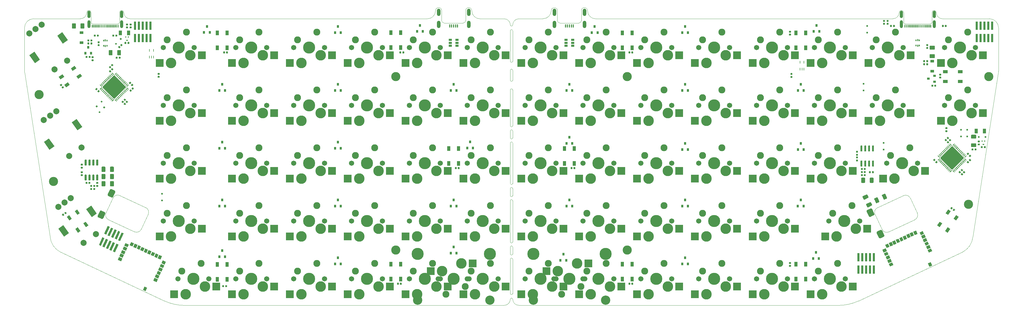
<source format=gbr>
G04 #@! TF.GenerationSoftware,KiCad,Pcbnew,(5.1.5-0-10_14)*
G04 #@! TF.CreationDate,2020-07-20T20:49:14-07:00*
G04 #@! TF.ProjectId,basis_combined_PROTON,62617369-735f-4636-9f6d-62696e65645f,rev?*
G04 #@! TF.SameCoordinates,Original*
G04 #@! TF.FileFunction,Soldermask,Bot*
G04 #@! TF.FilePolarity,Negative*
%FSLAX46Y46*%
G04 Gerber Fmt 4.6, Leading zero omitted, Abs format (unit mm)*
G04 Created by KiCad (PCBNEW (5.1.5-0-10_14)) date 2020-07-20 20:49:14*
%MOMM*%
%LPD*%
G04 APERTURE LIST*
%ADD10C,0.100000*%
%ADD11C,0.120000*%
%ADD12R,2.550000X2.500000*%
%ADD13C,1.701800*%
%ADD14C,2.286000*%
%ADD15C,3.987800*%
%ADD16C,3.470000*%
%ADD17O,1.100000X2.400000*%
%ADD18O,1.000000X2.550000*%
%ADD19O,1.200000X2.400000*%
%ADD20R,0.450000X1.100000*%
%ADD21C,3.048000*%
%ADD22C,3.000000*%
%ADD23R,0.740000X2.790000*%
%ADD24R,0.500000X0.500000*%
%ADD25R,0.800000X0.900000*%
%ADD26R,1.060000X0.650000*%
%ADD27R,0.375000X0.500000*%
%ADD28R,0.300000X0.650000*%
%ADD29R,1.000000X1.500000*%
%ADD30R,1.500000X1.000000*%
%ADD31R,0.264800X0.845299*%
%ADD32R,1.100000X1.500000*%
%ADD33R,0.900000X0.800000*%
%ADD34R,0.500000X0.450000*%
%ADD35R,0.400000X0.450000*%
%ADD36R,1.200000X0.900000*%
%ADD37C,2.000000*%
G04 APERTURE END LIST*
D10*
X-123824375Y-116507500D02*
G75*
G02X-120824375Y-113507500I3000000J0D01*
G01*
X193855625Y-113507500D02*
G75*
G02X196855625Y-116507500I0J-3000000D01*
G01*
X144055625Y-207957499D02*
G75*
G03X150814190Y-206469023I28566J15958475D01*
G01*
X-71044375Y-207957499D02*
G75*
G02X-77802940Y-206469023I-28566J15958475D01*
G01*
X-123824375Y-130787500D02*
G75*
G03X-123788921Y-131207500I2505453J-1D01*
G01*
X196845625Y-130807500D02*
G75*
G02X196810171Y-131227500I-2505453J-1D01*
G01*
X184953082Y-190431995D02*
G75*
G03X188415624Y-185387499I-2817457J5644495D01*
G01*
X-111934375Y-190427500D02*
G75*
G02X-115396917Y-185383004I2817457J5644495D01*
G01*
X-89079308Y-113534373D02*
G75*
G02X-91119308Y-111494373I0J2040000D01*
G01*
X-103332251Y-111461252D02*
G75*
G02X-105372251Y-113501252I-2040000J0D01*
G01*
X-92559375Y-111484375D02*
G75*
G02X-91119308Y-111494373I720068J1D01*
G01*
X-103332251Y-111461252D02*
G75*
G02X-101909375Y-111484375I711626J1D01*
G01*
X178415624Y-113537498D02*
G75*
G02X176375624Y-111497498I0J2040000D01*
G01*
X164144306Y-111474377D02*
G75*
G02X162104306Y-113514377I-2040000J0D01*
G01*
X174935557Y-111487500D02*
G75*
G02X176375624Y-111497498I720068J1D01*
G01*
X164144306Y-111474377D02*
G75*
G02X165584375Y-111484375I720069J1D01*
G01*
X64215625Y-113537500D02*
G75*
G02X61515625Y-110837500I0J2700000D01*
G01*
X49623602Y-110727275D02*
G75*
G02X46823602Y-113527275I-2800000J0D01*
G01*
X59516865Y-110787718D02*
G75*
G02X61515625Y-110837500I998760J-49782D01*
G01*
X49623602Y-110727275D02*
G75*
G02X51612500Y-110787500I992023J-110225D01*
G01*
X26115625Y-113537500D02*
G75*
G02X23415625Y-110837500I0J2700000D01*
G01*
X11515625Y-110837500D02*
G75*
G02X8815625Y-113537500I-2700000J0D01*
G01*
X11517497Y-110837500D02*
G75*
G02X13512500Y-110787500I998128J0D01*
G01*
X21416865Y-110787718D02*
G75*
G02X23415625Y-110837500I998760J-49782D01*
G01*
X36915625Y-115537500D02*
G75*
G02X38915625Y-113537500I2000000J0D01*
G01*
X34115625Y-113537500D02*
G75*
G02X36115625Y-115537500I0J-2000000D01*
G01*
X38915625Y-207937500D02*
G75*
G02X36915625Y-205937500I0J2000000D01*
G01*
X36115625Y-205937500D02*
G75*
G02X34115625Y-207937500I-2000000J0D01*
G01*
X36115625Y-205937500D02*
G75*
G02X36915625Y-205937500I400000J0D01*
G01*
X36915625Y-115537500D02*
G75*
G02X36115625Y-115537500I-400000J0D01*
G01*
X150814190Y-206469023D02*
X184953082Y-190431995D01*
X8815625Y-113537500D02*
X-89079308Y-113534373D01*
X-105372251Y-113501252D02*
X-118268750Y-113506250D01*
X36900000Y-204000000D02*
G75*
G02X36100000Y-204000000I-400000J0D01*
G01*
X36100000Y-192750000D02*
G75*
G02X36900000Y-192750000I400000J0D01*
G01*
X36900000Y-191000000D02*
G75*
G02X36100000Y-191000000I-400000J0D01*
G01*
X36100000Y-188750000D02*
G75*
G02X36900000Y-188750000I400000J0D01*
G01*
X36900000Y-187000000D02*
G75*
G02X36100000Y-187000000I-400000J0D01*
G01*
X36100000Y-173500000D02*
G75*
G02X36900000Y-173500000I400000J0D01*
G01*
X36900000Y-171750000D02*
G75*
G02X36100000Y-171750000I-400000J0D01*
G01*
X36100000Y-169500000D02*
G75*
G02X36900000Y-169500000I400000J0D01*
G01*
X36900000Y-167750000D02*
G75*
G02X36100000Y-167750000I-400000J0D01*
G01*
X36100000Y-154500000D02*
G75*
G02X36900000Y-154500000I400000J0D01*
G01*
X36900000Y-152750000D02*
G75*
G02X36100000Y-152750000I-400000J0D01*
G01*
X36100000Y-150500000D02*
G75*
G02X36900000Y-150500000I400000J0D01*
G01*
X36900000Y-148750000D02*
G75*
G02X36100000Y-148750000I-400000J0D01*
G01*
X36100000Y-137000000D02*
G75*
G02X36900000Y-137000000I400000J0D01*
G01*
X36900000Y-133750000D02*
G75*
G02X36100000Y-133750000I-400000J0D01*
G01*
X36100000Y-130500000D02*
G75*
G02X36900000Y-130500000I400000J0D01*
G01*
X36900000Y-127500000D02*
G75*
G02X36100000Y-127500000I-400000J0D01*
G01*
X36100000Y-117500000D02*
G75*
G02X36900000Y-117500000I400000J0D01*
G01*
X36100000Y-133750000D02*
X36100000Y-130500000D01*
X36900000Y-130500000D02*
X36900000Y-133750000D01*
X36100000Y-152750000D02*
X36100000Y-150500000D01*
X36900000Y-150500000D02*
X36900000Y-152750000D01*
X36100000Y-171750000D02*
X36100000Y-169500000D01*
X36900000Y-169500000D02*
X36900000Y-171750000D01*
X36100000Y-191000000D02*
X36100000Y-188750000D01*
X36900000Y-188750000D02*
X36900000Y-191000000D01*
X36900000Y-192750000D02*
X36900000Y-204000000D01*
X36100000Y-204000000D02*
X36100000Y-192750000D01*
X36100000Y-187000000D02*
X36100000Y-173500000D01*
X36900000Y-173500000D02*
X36900000Y-187000000D01*
X36900000Y-167750000D02*
X36900000Y-154500000D01*
X36100000Y-154500000D02*
X36100000Y-167750000D01*
X36100000Y-148750000D02*
X36100000Y-137000000D01*
X36900000Y-137000000D02*
X36900000Y-148750000D01*
X36900000Y-127500000D02*
X36900000Y-117500000D01*
X36100000Y-117500000D02*
X36100000Y-127500000D01*
X26115625Y-113537500D02*
X33337500Y-113537500D01*
X64215625Y-113537500D02*
X162104306Y-113514377D01*
X46823602Y-113527275D02*
X39687500Y-113537500D01*
X178415624Y-113537498D02*
X193855625Y-113507500D01*
X39687500Y-113537500D02*
X38915625Y-113537500D01*
X196855625Y-116507500D02*
X196845625Y-130807500D01*
X196810171Y-131227500D02*
X188415624Y-185387499D01*
X38915625Y-207937500D02*
X144055625Y-207957500D01*
X-77802940Y-206469023D02*
X-111934375Y-190427500D01*
X34115625Y-207937500D02*
X-71044375Y-207957500D01*
X-123788921Y-131207500D02*
X-115396917Y-185383004D01*
X-123824375Y-116507500D02*
X-123824375Y-130787500D01*
X33337500Y-113537500D02*
X34115625Y-113537500D01*
X-118268750Y-113506250D02*
X-120824375Y-113507500D01*
D11*
X169257367Y-179765550D02*
X160738073Y-183738161D01*
X167797500Y-172612313D02*
X170079639Y-177506375D01*
X157019033Y-175762653D02*
X165538326Y-171790041D01*
X158478899Y-182915889D02*
X156196761Y-178021827D01*
X160738073Y-183738161D02*
G75*
G02X158478899Y-182915889I-718451J1540723D01*
G01*
X170079639Y-177506376D02*
G75*
G02X169257367Y-179765550I-1540723J-718451D01*
G01*
X165538326Y-171790041D02*
G75*
G02X167797500Y-172612313I718451J-1540723D01*
G01*
X156196761Y-178021827D02*
G75*
G02X157019033Y-175762653I1540723J718451D01*
G01*
X-87642181Y-183697401D02*
X-96161474Y-179724789D01*
X-83100868Y-177981067D02*
X-85383007Y-182875129D01*
X-92442433Y-171749281D02*
X-83923140Y-175721892D01*
X-96983746Y-177465615D02*
X-94701608Y-172571553D01*
X-96161474Y-179724789D02*
G75*
G02X-96983746Y-177465615I718451J1540723D01*
G01*
X-85383007Y-182875129D02*
G75*
G02X-87642181Y-183697401I-1540723J718451D01*
G01*
X-83923140Y-175721893D02*
G75*
G02X-83100868Y-177981067I-718451J-1540723D01*
G01*
X-94701607Y-172571553D02*
G75*
G02X-92442433Y-171749281I1540723J-718451D01*
G01*
D10*
X-101909375Y-114709375D02*
X-101909375Y-111484375D01*
X-93059375Y-115209375D02*
X-101409375Y-115209375D01*
X-92559375Y-111484375D02*
X-92559375Y-114709375D01*
X-101909375Y-114709375D02*
G75*
G03X-101409375Y-115209375I500000J0D01*
G01*
X-93059375Y-115209375D02*
G75*
G03X-92559375Y-114709375I0J500000D01*
G01*
X165584375Y-114709375D02*
X165584375Y-111484375D01*
X174434375Y-115209375D02*
X166084375Y-115209375D01*
X174934375Y-111484375D02*
X174934375Y-114709375D01*
X165584375Y-114709375D02*
G75*
G03X166084375Y-115209375I500000J0D01*
G01*
X174434375Y-115209375D02*
G75*
G03X174934375Y-114709375I0J500000D01*
G01*
X51612500Y-110787500D02*
X51612500Y-114117500D01*
X52412500Y-114917500D02*
X58712500Y-114917500D01*
X59512500Y-114117500D02*
X59512500Y-110787500D01*
X58712500Y-114917500D02*
G75*
G03X59512500Y-114117500I0J800000D01*
G01*
X51612500Y-114117500D02*
G75*
G03X52412500Y-114917500I800000J0D01*
G01*
X13512500Y-110787500D02*
X13512500Y-114117500D01*
X14312500Y-114917500D02*
X20612500Y-114917500D01*
X21412500Y-114117500D02*
X21412500Y-110787500D01*
X20612500Y-114917500D02*
G75*
G03X21412500Y-114117500I0J800000D01*
G01*
X13512500Y-114117500D02*
G75*
G03X14312500Y-114917500I800000J0D01*
G01*
G36*
X158152549Y-183078043D02*
G01*
X158201354Y-183083118D01*
X158249426Y-183092953D01*
X158296302Y-183107453D01*
X158341532Y-183126477D01*
X158384679Y-183149843D01*
X158425328Y-183177326D01*
X158463087Y-183208660D01*
X158497594Y-183243545D01*
X158528514Y-183281644D01*
X158555552Y-183322591D01*
X158578446Y-183365990D01*
X159212374Y-184725452D01*
X159230904Y-184770886D01*
X159244891Y-184817918D01*
X159254201Y-184866094D01*
X159258744Y-184914951D01*
X159258476Y-184964018D01*
X159253401Y-185012823D01*
X159243566Y-185060894D01*
X159229066Y-185107771D01*
X159210042Y-185153000D01*
X159186676Y-185196148D01*
X159159193Y-185236797D01*
X159127859Y-185274556D01*
X159092974Y-185309062D01*
X159054875Y-185339983D01*
X159013929Y-185367021D01*
X158970529Y-185389915D01*
X158064221Y-185812533D01*
X158018787Y-185831063D01*
X157971755Y-185845050D01*
X157923578Y-185854360D01*
X157874722Y-185858903D01*
X157825655Y-185858635D01*
X157776850Y-185853560D01*
X157728778Y-185843725D01*
X157681902Y-185829225D01*
X157636672Y-185810201D01*
X157593525Y-185786835D01*
X157552876Y-185759352D01*
X157515117Y-185728018D01*
X157480610Y-185693133D01*
X157449690Y-185655034D01*
X157422652Y-185614087D01*
X157399758Y-185570688D01*
X156765830Y-184211226D01*
X156747300Y-184165792D01*
X156733313Y-184118760D01*
X156724003Y-184070584D01*
X156719460Y-184021727D01*
X156719728Y-183972660D01*
X156724803Y-183923855D01*
X156734638Y-183875784D01*
X156749138Y-183828907D01*
X156768162Y-183783678D01*
X156791528Y-183740530D01*
X156819011Y-183699881D01*
X156850345Y-183662122D01*
X156885230Y-183627616D01*
X156923329Y-183596695D01*
X156964275Y-183569657D01*
X157007675Y-183546763D01*
X157913983Y-183124145D01*
X157959417Y-183105615D01*
X158006449Y-183091628D01*
X158054626Y-183082318D01*
X158103482Y-183077775D01*
X158152549Y-183078043D01*
G37*
G36*
X154856127Y-176008842D02*
G01*
X154904932Y-176013917D01*
X154953004Y-176023752D01*
X154999880Y-176038252D01*
X155045110Y-176057276D01*
X155088257Y-176080642D01*
X155128906Y-176108125D01*
X155166665Y-176139459D01*
X155201172Y-176174344D01*
X155232092Y-176212443D01*
X155259130Y-176253390D01*
X155282024Y-176296789D01*
X155915952Y-177656251D01*
X155934482Y-177701685D01*
X155948469Y-177748717D01*
X155957779Y-177796893D01*
X155962322Y-177845750D01*
X155962054Y-177894817D01*
X155956979Y-177943622D01*
X155947144Y-177991693D01*
X155932644Y-178038570D01*
X155913620Y-178083799D01*
X155890254Y-178126947D01*
X155862771Y-178167596D01*
X155831437Y-178205355D01*
X155796552Y-178239861D01*
X155758453Y-178270782D01*
X155717507Y-178297820D01*
X155674107Y-178320714D01*
X154767799Y-178743332D01*
X154722365Y-178761862D01*
X154675333Y-178775849D01*
X154627156Y-178785159D01*
X154578300Y-178789702D01*
X154529233Y-178789434D01*
X154480428Y-178784359D01*
X154432356Y-178774524D01*
X154385480Y-178760024D01*
X154340250Y-178741000D01*
X154297103Y-178717634D01*
X154256454Y-178690151D01*
X154218695Y-178658817D01*
X154184188Y-178623932D01*
X154153268Y-178585833D01*
X154126230Y-178544886D01*
X154103336Y-178501487D01*
X153469408Y-177142025D01*
X153450878Y-177096591D01*
X153436891Y-177049559D01*
X153427581Y-177001383D01*
X153423038Y-176952526D01*
X153423306Y-176903459D01*
X153428381Y-176854654D01*
X153438216Y-176806583D01*
X153452716Y-176759706D01*
X153471740Y-176714477D01*
X153495106Y-176671329D01*
X153522589Y-176630680D01*
X153553923Y-176592921D01*
X153588808Y-176558415D01*
X153626907Y-176527494D01*
X153667853Y-176500456D01*
X153711253Y-176477562D01*
X154617561Y-176054944D01*
X154662995Y-176036414D01*
X154710027Y-176022427D01*
X154758204Y-176013117D01*
X154807060Y-176008574D01*
X154856127Y-176008842D01*
G37*
G36*
X-98553350Y-176702283D02*
G01*
X-98505174Y-176711593D01*
X-98458142Y-176725580D01*
X-98412708Y-176744110D01*
X-97506400Y-177166728D01*
X-97463001Y-177189622D01*
X-97422054Y-177216660D01*
X-97383955Y-177247580D01*
X-97349070Y-177282087D01*
X-97317736Y-177319846D01*
X-97290253Y-177360495D01*
X-97266887Y-177403642D01*
X-97247863Y-177448872D01*
X-97233363Y-177495748D01*
X-97223528Y-177543820D01*
X-97218453Y-177592625D01*
X-97218185Y-177641692D01*
X-97222728Y-177690548D01*
X-97232038Y-177738725D01*
X-97246025Y-177785757D01*
X-97264555Y-177831191D01*
X-97898483Y-179190653D01*
X-97921377Y-179234053D01*
X-97948415Y-179274999D01*
X-97979336Y-179313098D01*
X-98013842Y-179347983D01*
X-98051601Y-179379317D01*
X-98092250Y-179406800D01*
X-98135398Y-179430166D01*
X-98180627Y-179449190D01*
X-98227504Y-179463690D01*
X-98275575Y-179473525D01*
X-98324380Y-179478600D01*
X-98373447Y-179478868D01*
X-98422304Y-179474325D01*
X-98470480Y-179465015D01*
X-98517512Y-179451028D01*
X-98562946Y-179432498D01*
X-99469254Y-179009880D01*
X-99512653Y-178986986D01*
X-99553600Y-178959948D01*
X-99591699Y-178929028D01*
X-99626584Y-178894521D01*
X-99657918Y-178856762D01*
X-99685401Y-178816113D01*
X-99708767Y-178772966D01*
X-99727791Y-178727736D01*
X-99742291Y-178680860D01*
X-99752126Y-178632788D01*
X-99757201Y-178583983D01*
X-99757469Y-178534916D01*
X-99752926Y-178486060D01*
X-99743616Y-178437883D01*
X-99729629Y-178390851D01*
X-99711099Y-178345417D01*
X-99077171Y-176985955D01*
X-99054277Y-176942555D01*
X-99027239Y-176901609D01*
X-98996318Y-176863510D01*
X-98961812Y-176828625D01*
X-98924053Y-176797291D01*
X-98883404Y-176769808D01*
X-98840256Y-176746442D01*
X-98795027Y-176727418D01*
X-98748150Y-176712918D01*
X-98700079Y-176703083D01*
X-98651274Y-176698008D01*
X-98602207Y-176697740D01*
X-98553350Y-176702283D01*
G37*
G36*
X-95256927Y-169633083D02*
G01*
X-95208751Y-169642393D01*
X-95161719Y-169656380D01*
X-95116285Y-169674910D01*
X-94209977Y-170097528D01*
X-94166578Y-170120422D01*
X-94125631Y-170147460D01*
X-94087532Y-170178380D01*
X-94052647Y-170212887D01*
X-94021313Y-170250646D01*
X-93993830Y-170291295D01*
X-93970464Y-170334442D01*
X-93951440Y-170379672D01*
X-93936940Y-170426548D01*
X-93927105Y-170474620D01*
X-93922030Y-170523425D01*
X-93921762Y-170572492D01*
X-93926305Y-170621348D01*
X-93935615Y-170669525D01*
X-93949602Y-170716557D01*
X-93968132Y-170761991D01*
X-94602060Y-172121453D01*
X-94624954Y-172164853D01*
X-94651992Y-172205799D01*
X-94682913Y-172243898D01*
X-94717419Y-172278783D01*
X-94755178Y-172310117D01*
X-94795827Y-172337600D01*
X-94838975Y-172360966D01*
X-94884204Y-172379990D01*
X-94931081Y-172394490D01*
X-94979152Y-172404325D01*
X-95027957Y-172409400D01*
X-95077024Y-172409668D01*
X-95125881Y-172405125D01*
X-95174057Y-172395815D01*
X-95221089Y-172381828D01*
X-95266523Y-172363298D01*
X-96172831Y-171940680D01*
X-96216230Y-171917786D01*
X-96257177Y-171890748D01*
X-96295276Y-171859828D01*
X-96330161Y-171825321D01*
X-96361495Y-171787562D01*
X-96388978Y-171746913D01*
X-96412344Y-171703766D01*
X-96431368Y-171658536D01*
X-96445868Y-171611660D01*
X-96455703Y-171563588D01*
X-96460778Y-171514783D01*
X-96461046Y-171465716D01*
X-96456503Y-171416860D01*
X-96447193Y-171368683D01*
X-96433206Y-171321651D01*
X-96414676Y-171276217D01*
X-95780748Y-169916755D01*
X-95757854Y-169873355D01*
X-95730816Y-169832409D01*
X-95699895Y-169794310D01*
X-95665389Y-169759425D01*
X-95627630Y-169728091D01*
X-95586981Y-169700608D01*
X-95543833Y-169677242D01*
X-95498604Y-169658218D01*
X-95451727Y-169643718D01*
X-95403656Y-169633883D01*
X-95354851Y-169628808D01*
X-95305784Y-169628540D01*
X-95256927Y-169633083D01*
G37*
G36*
X160752269Y-194254985D02*
G01*
X161839839Y-193747843D01*
X162262457Y-194654151D01*
X161174887Y-195161293D01*
X160752269Y-194254985D01*
G37*
G36*
X160215543Y-193103974D02*
G01*
X161303113Y-192596832D01*
X161725731Y-193503140D01*
X160638161Y-194010282D01*
X160215543Y-193103974D01*
G37*
G36*
X159678818Y-191952963D02*
G01*
X160766388Y-191445821D01*
X161189006Y-192352129D01*
X160101436Y-192859271D01*
X159678818Y-191952963D01*
G37*
G36*
X159142093Y-190801952D02*
G01*
X160229663Y-190294810D01*
X160652281Y-191201118D01*
X159564711Y-191708260D01*
X159142093Y-190801952D01*
G37*
G36*
X158605368Y-189650941D02*
G01*
X159692938Y-189143799D01*
X160115556Y-190050107D01*
X159027986Y-190557249D01*
X158605368Y-189650941D01*
G37*
G36*
X160057244Y-189073225D02*
G01*
X159550102Y-187985655D01*
X160456410Y-187563037D01*
X160963552Y-188650607D01*
X160057244Y-189073225D01*
G37*
G36*
X161208255Y-188536500D02*
G01*
X160701113Y-187448930D01*
X161607421Y-187026312D01*
X162114563Y-188113882D01*
X161208255Y-188536500D01*
G37*
G36*
X162359266Y-187999774D02*
G01*
X161852124Y-186912204D01*
X162758432Y-186489586D01*
X163265574Y-187577156D01*
X162359266Y-187999774D01*
G37*
G36*
X163510276Y-187463049D02*
G01*
X163003134Y-186375479D01*
X163909442Y-185952861D01*
X164416584Y-187040431D01*
X163510276Y-187463049D01*
G37*
G36*
X164661287Y-186926324D02*
G01*
X164154145Y-185838754D01*
X165060453Y-185416136D01*
X165567595Y-186503706D01*
X164661287Y-186926324D01*
G37*
G36*
X165812298Y-186389599D02*
G01*
X165305156Y-185302029D01*
X166211464Y-184879411D01*
X166718606Y-185966981D01*
X165812298Y-186389599D01*
G37*
G36*
X166963309Y-185852874D02*
G01*
X166456167Y-184765304D01*
X167362475Y-184342686D01*
X167869617Y-185430256D01*
X166963309Y-185852874D01*
G37*
G36*
X168114320Y-185316148D02*
G01*
X167607178Y-184228578D01*
X168513486Y-183805960D01*
X169020628Y-184893530D01*
X168114320Y-185316148D01*
G37*
G36*
X169265331Y-184779423D02*
G01*
X168758189Y-183691853D01*
X169664497Y-183269235D01*
X170171639Y-184356805D01*
X169265331Y-184779423D01*
G37*
G36*
X170840523Y-183945595D02*
G01*
X171928093Y-183438453D01*
X172350711Y-184344761D01*
X171263141Y-184851903D01*
X170840523Y-183945595D01*
G37*
G36*
X171377248Y-185096606D02*
G01*
X172464818Y-184589464D01*
X172887436Y-185495772D01*
X171799866Y-186002914D01*
X171377248Y-185096606D01*
G37*
G36*
X171913973Y-186247617D02*
G01*
X173001543Y-185740475D01*
X173424161Y-186646783D01*
X172336591Y-187153925D01*
X171913973Y-186247617D01*
G37*
G36*
X172450699Y-187398627D02*
G01*
X173538269Y-186891485D01*
X173960887Y-187797793D01*
X172873317Y-188304935D01*
X172450699Y-187398627D01*
G37*
G36*
X172987424Y-188549638D02*
G01*
X174074994Y-188042496D01*
X174497612Y-188948804D01*
X173410042Y-189455946D01*
X172987424Y-188549638D01*
G37*
G36*
X173524149Y-189700649D02*
G01*
X174611719Y-189193507D01*
X175034337Y-190099815D01*
X173946767Y-190606957D01*
X173524149Y-189700649D01*
G37*
G36*
X174125441Y-195201963D02*
G01*
X173618299Y-194114393D01*
X174524607Y-193691775D01*
X175031749Y-194779345D01*
X174125441Y-195201963D01*
G37*
G36*
X-92715619Y-192011246D02*
G01*
X-91628049Y-192518388D01*
X-92050667Y-193424696D01*
X-93138237Y-192917554D01*
X-92715619Y-192011246D01*
G37*
G36*
X-92178894Y-190860235D02*
G01*
X-91091324Y-191367377D01*
X-91513942Y-192273685D01*
X-92601512Y-191766543D01*
X-92178894Y-190860235D01*
G37*
G36*
X-91642168Y-189709225D02*
G01*
X-90554598Y-190216367D01*
X-90977216Y-191122675D01*
X-92064786Y-190615533D01*
X-91642168Y-189709225D01*
G37*
G36*
X-91105443Y-188558214D02*
G01*
X-90017873Y-189065356D01*
X-90440491Y-189971664D01*
X-91528061Y-189464522D01*
X-91105443Y-188558214D01*
G37*
G36*
X-90568718Y-187407203D02*
G01*
X-89481148Y-187914345D01*
X-89903766Y-188820653D01*
X-90991336Y-188313511D01*
X-90568718Y-187407203D01*
G37*
G36*
X-89192913Y-188148056D02*
G01*
X-88685771Y-187060486D01*
X-87779463Y-187483104D01*
X-88286605Y-188570674D01*
X-89192913Y-188148056D01*
G37*
G36*
X-88041902Y-188684781D02*
G01*
X-87534760Y-187597211D01*
X-86628452Y-188019829D01*
X-87135594Y-189107399D01*
X-88041902Y-188684781D01*
G37*
G36*
X-86890891Y-189221506D02*
G01*
X-86383749Y-188133936D01*
X-85477441Y-188556554D01*
X-85984583Y-189644124D01*
X-86890891Y-189221506D01*
G37*
G36*
X-85739881Y-189758231D02*
G01*
X-85232739Y-188670661D01*
X-84326431Y-189093279D01*
X-84833573Y-190180849D01*
X-85739881Y-189758231D01*
G37*
G36*
X-84588870Y-190294956D02*
G01*
X-84081728Y-189207386D01*
X-83175420Y-189630004D01*
X-83682562Y-190717574D01*
X-84588870Y-190294956D01*
G37*
G36*
X-83437859Y-190831682D02*
G01*
X-82930717Y-189744112D01*
X-82024409Y-190166730D01*
X-82531551Y-191254300D01*
X-83437859Y-190831682D01*
G37*
G36*
X-82286848Y-191368407D02*
G01*
X-81779706Y-190280837D01*
X-80873398Y-190703455D01*
X-81380540Y-191791025D01*
X-82286848Y-191368407D01*
G37*
G36*
X-81135837Y-191905132D02*
G01*
X-80628695Y-190817562D01*
X-79722387Y-191240180D01*
X-80229529Y-192327750D01*
X-81135837Y-191905132D01*
G37*
G36*
X-79984826Y-192441857D02*
G01*
X-79477684Y-191354287D01*
X-78571376Y-191776905D01*
X-79078518Y-192864475D01*
X-79984826Y-192441857D01*
G37*
G36*
X-78333563Y-193112549D02*
G01*
X-77245993Y-193619691D01*
X-77668611Y-194525999D01*
X-78756181Y-194018857D01*
X-78333563Y-193112549D01*
G37*
G36*
X-78870288Y-194263560D02*
G01*
X-77782718Y-194770702D01*
X-78205336Y-195677010D01*
X-79292906Y-195169868D01*
X-78870288Y-194263560D01*
G37*
G36*
X-79407013Y-195414571D02*
G01*
X-78319443Y-195921713D01*
X-78742061Y-196828021D01*
X-79829631Y-196320879D01*
X-79407013Y-195414571D01*
G37*
G36*
X-79943738Y-196565582D02*
G01*
X-78856168Y-197072724D01*
X-79278786Y-197979032D01*
X-80366356Y-197471890D01*
X-79943738Y-196565582D01*
G37*
G36*
X-80480464Y-197716593D02*
G01*
X-79392894Y-198223735D01*
X-79815512Y-199130043D01*
X-80903082Y-198622901D01*
X-80480464Y-197716593D01*
G37*
G36*
X-81017189Y-198867604D02*
G01*
X-79929619Y-199374746D01*
X-80352237Y-200281054D01*
X-81439807Y-199773912D01*
X-81017189Y-198867604D01*
G37*
G36*
X-84844936Y-202864397D02*
G01*
X-84337794Y-201776827D01*
X-83431486Y-202199445D01*
X-83938628Y-203287015D01*
X-84844936Y-202864397D01*
G37*
G36*
X189305129Y-151743704D02*
G01*
X189329398Y-151747304D01*
X189353196Y-151753265D01*
X189376296Y-151761530D01*
X189398474Y-151772020D01*
X189419518Y-151784633D01*
X189439223Y-151799247D01*
X189457402Y-151815723D01*
X189473878Y-151833902D01*
X189488492Y-151853607D01*
X189501105Y-151874651D01*
X189511595Y-151896829D01*
X189519860Y-151919929D01*
X189525821Y-151943727D01*
X189529421Y-151967996D01*
X189530625Y-151992500D01*
X189530625Y-152742500D01*
X189529421Y-152767004D01*
X189525821Y-152791273D01*
X189519860Y-152815071D01*
X189511595Y-152838171D01*
X189501105Y-152860349D01*
X189488492Y-152881393D01*
X189473878Y-152901098D01*
X189457402Y-152919277D01*
X189439223Y-152935753D01*
X189419518Y-152950367D01*
X189398474Y-152962980D01*
X189376296Y-152973470D01*
X189353196Y-152981735D01*
X189329398Y-152987696D01*
X189305129Y-152991296D01*
X189280625Y-152992500D01*
X188030625Y-152992500D01*
X188006121Y-152991296D01*
X187981852Y-152987696D01*
X187958054Y-152981735D01*
X187934954Y-152973470D01*
X187912776Y-152962980D01*
X187891732Y-152950367D01*
X187872027Y-152935753D01*
X187853848Y-152919277D01*
X187837372Y-152901098D01*
X187822758Y-152881393D01*
X187810145Y-152860349D01*
X187799655Y-152838171D01*
X187791390Y-152815071D01*
X187785429Y-152791273D01*
X187781829Y-152767004D01*
X187780625Y-152742500D01*
X187780625Y-151992500D01*
X187781829Y-151967996D01*
X187785429Y-151943727D01*
X187791390Y-151919929D01*
X187799655Y-151896829D01*
X187810145Y-151874651D01*
X187822758Y-151853607D01*
X187837372Y-151833902D01*
X187853848Y-151815723D01*
X187872027Y-151799247D01*
X187891732Y-151784633D01*
X187912776Y-151772020D01*
X187934954Y-151761530D01*
X187958054Y-151753265D01*
X187981852Y-151747304D01*
X188006121Y-151743704D01*
X188030625Y-151742500D01*
X189280625Y-151742500D01*
X189305129Y-151743704D01*
G37*
G36*
X189305129Y-154543704D02*
G01*
X189329398Y-154547304D01*
X189353196Y-154553265D01*
X189376296Y-154561530D01*
X189398474Y-154572020D01*
X189419518Y-154584633D01*
X189439223Y-154599247D01*
X189457402Y-154615723D01*
X189473878Y-154633902D01*
X189488492Y-154653607D01*
X189501105Y-154674651D01*
X189511595Y-154696829D01*
X189519860Y-154719929D01*
X189525821Y-154743727D01*
X189529421Y-154767996D01*
X189530625Y-154792500D01*
X189530625Y-155542500D01*
X189529421Y-155567004D01*
X189525821Y-155591273D01*
X189519860Y-155615071D01*
X189511595Y-155638171D01*
X189501105Y-155660349D01*
X189488492Y-155681393D01*
X189473878Y-155701098D01*
X189457402Y-155719277D01*
X189439223Y-155735753D01*
X189419518Y-155750367D01*
X189398474Y-155762980D01*
X189376296Y-155773470D01*
X189353196Y-155781735D01*
X189329398Y-155787696D01*
X189305129Y-155791296D01*
X189280625Y-155792500D01*
X188030625Y-155792500D01*
X188006121Y-155791296D01*
X187981852Y-155787696D01*
X187958054Y-155781735D01*
X187934954Y-155773470D01*
X187912776Y-155762980D01*
X187891732Y-155750367D01*
X187872027Y-155735753D01*
X187853848Y-155719277D01*
X187837372Y-155701098D01*
X187822758Y-155681393D01*
X187810145Y-155660349D01*
X187799655Y-155638171D01*
X187791390Y-155615071D01*
X187785429Y-155591273D01*
X187781829Y-155567004D01*
X187780625Y-155542500D01*
X187780625Y-154792500D01*
X187781829Y-154767996D01*
X187785429Y-154743727D01*
X187791390Y-154719929D01*
X187799655Y-154696829D01*
X187810145Y-154674651D01*
X187822758Y-154653607D01*
X187837372Y-154633902D01*
X187853848Y-154615723D01*
X187872027Y-154599247D01*
X187891732Y-154584633D01*
X187912776Y-154572020D01*
X187934954Y-154561530D01*
X187958054Y-154553265D01*
X187981852Y-154547304D01*
X188006121Y-154543704D01*
X188030625Y-154542500D01*
X189280625Y-154542500D01*
X189305129Y-154543704D01*
G37*
G36*
X-95084871Y-123813704D02*
G01*
X-95060602Y-123817304D01*
X-95036804Y-123823265D01*
X-95013704Y-123831530D01*
X-94991526Y-123842020D01*
X-94970482Y-123854633D01*
X-94950777Y-123869247D01*
X-94932598Y-123885723D01*
X-94916122Y-123903902D01*
X-94901508Y-123923607D01*
X-94888895Y-123944651D01*
X-94878405Y-123966829D01*
X-94870140Y-123989929D01*
X-94864179Y-124013727D01*
X-94860579Y-124037996D01*
X-94859375Y-124062500D01*
X-94859375Y-125312500D01*
X-94860579Y-125337004D01*
X-94864179Y-125361273D01*
X-94870140Y-125385071D01*
X-94878405Y-125408171D01*
X-94888895Y-125430349D01*
X-94901508Y-125451393D01*
X-94916122Y-125471098D01*
X-94932598Y-125489277D01*
X-94950777Y-125505753D01*
X-94970482Y-125520367D01*
X-94991526Y-125532980D01*
X-95013704Y-125543470D01*
X-95036804Y-125551735D01*
X-95060602Y-125557696D01*
X-95084871Y-125561296D01*
X-95109375Y-125562500D01*
X-95859375Y-125562500D01*
X-95883879Y-125561296D01*
X-95908148Y-125557696D01*
X-95931946Y-125551735D01*
X-95955046Y-125543470D01*
X-95977224Y-125532980D01*
X-95998268Y-125520367D01*
X-96017973Y-125505753D01*
X-96036152Y-125489277D01*
X-96052628Y-125471098D01*
X-96067242Y-125451393D01*
X-96079855Y-125430349D01*
X-96090345Y-125408171D01*
X-96098610Y-125385071D01*
X-96104571Y-125361273D01*
X-96108171Y-125337004D01*
X-96109375Y-125312500D01*
X-96109375Y-124062500D01*
X-96108171Y-124037996D01*
X-96104571Y-124013727D01*
X-96098610Y-123989929D01*
X-96090345Y-123966829D01*
X-96079855Y-123944651D01*
X-96067242Y-123923607D01*
X-96052628Y-123903902D01*
X-96036152Y-123885723D01*
X-96017973Y-123869247D01*
X-95998268Y-123854633D01*
X-95977224Y-123842020D01*
X-95955046Y-123831530D01*
X-95931946Y-123823265D01*
X-95908148Y-123817304D01*
X-95883879Y-123813704D01*
X-95859375Y-123812500D01*
X-95109375Y-123812500D01*
X-95084871Y-123813704D01*
G37*
G36*
X-92284871Y-123813704D02*
G01*
X-92260602Y-123817304D01*
X-92236804Y-123823265D01*
X-92213704Y-123831530D01*
X-92191526Y-123842020D01*
X-92170482Y-123854633D01*
X-92150777Y-123869247D01*
X-92132598Y-123885723D01*
X-92116122Y-123903902D01*
X-92101508Y-123923607D01*
X-92088895Y-123944651D01*
X-92078405Y-123966829D01*
X-92070140Y-123989929D01*
X-92064179Y-124013727D01*
X-92060579Y-124037996D01*
X-92059375Y-124062500D01*
X-92059375Y-125312500D01*
X-92060579Y-125337004D01*
X-92064179Y-125361273D01*
X-92070140Y-125385071D01*
X-92078405Y-125408171D01*
X-92088895Y-125430349D01*
X-92101508Y-125451393D01*
X-92116122Y-125471098D01*
X-92132598Y-125489277D01*
X-92150777Y-125505753D01*
X-92170482Y-125520367D01*
X-92191526Y-125532980D01*
X-92213704Y-125543470D01*
X-92236804Y-125551735D01*
X-92260602Y-125557696D01*
X-92284871Y-125561296D01*
X-92309375Y-125562500D01*
X-93059375Y-125562500D01*
X-93083879Y-125561296D01*
X-93108148Y-125557696D01*
X-93131946Y-125551735D01*
X-93155046Y-125543470D01*
X-93177224Y-125532980D01*
X-93198268Y-125520367D01*
X-93217973Y-125505753D01*
X-93236152Y-125489277D01*
X-93252628Y-125471098D01*
X-93267242Y-125451393D01*
X-93279855Y-125430349D01*
X-93290345Y-125408171D01*
X-93298610Y-125385071D01*
X-93304571Y-125361273D01*
X-93308171Y-125337004D01*
X-93309375Y-125312500D01*
X-93309375Y-124062500D01*
X-93308171Y-124037996D01*
X-93304571Y-124013727D01*
X-93298610Y-123989929D01*
X-93290345Y-123966829D01*
X-93279855Y-123944651D01*
X-93267242Y-123923607D01*
X-93252628Y-123903902D01*
X-93236152Y-123885723D01*
X-93217973Y-123869247D01*
X-93198268Y-123854633D01*
X-93177224Y-123842020D01*
X-93155046Y-123831530D01*
X-93131946Y-123823265D01*
X-93108148Y-123817304D01*
X-93083879Y-123813704D01*
X-93059375Y-123812500D01*
X-92309375Y-123812500D01*
X-92284871Y-123813704D01*
G37*
G36*
X190542583Y-153658210D02*
G01*
X190556901Y-153660334D01*
X190570942Y-153663851D01*
X190584571Y-153668728D01*
X190597656Y-153674917D01*
X190610072Y-153682358D01*
X190621698Y-153690981D01*
X190632423Y-153700702D01*
X190642144Y-153711427D01*
X190650767Y-153723053D01*
X190658208Y-153735469D01*
X190664397Y-153748554D01*
X190669274Y-153762183D01*
X190672791Y-153776224D01*
X190674915Y-153790542D01*
X190675625Y-153805000D01*
X190675625Y-154100000D01*
X190674915Y-154114458D01*
X190672791Y-154128776D01*
X190669274Y-154142817D01*
X190664397Y-154156446D01*
X190658208Y-154169531D01*
X190650767Y-154181947D01*
X190642144Y-154193573D01*
X190632423Y-154204298D01*
X190621698Y-154214019D01*
X190610072Y-154222642D01*
X190597656Y-154230083D01*
X190584571Y-154236272D01*
X190570942Y-154241149D01*
X190556901Y-154244666D01*
X190542583Y-154246790D01*
X190528125Y-154247500D01*
X190183125Y-154247500D01*
X190168667Y-154246790D01*
X190154349Y-154244666D01*
X190140308Y-154241149D01*
X190126679Y-154236272D01*
X190113594Y-154230083D01*
X190101178Y-154222642D01*
X190089552Y-154214019D01*
X190078827Y-154204298D01*
X190069106Y-154193573D01*
X190060483Y-154181947D01*
X190053042Y-154169531D01*
X190046853Y-154156446D01*
X190041976Y-154142817D01*
X190038459Y-154128776D01*
X190036335Y-154114458D01*
X190035625Y-154100000D01*
X190035625Y-153805000D01*
X190036335Y-153790542D01*
X190038459Y-153776224D01*
X190041976Y-153762183D01*
X190046853Y-153748554D01*
X190053042Y-153735469D01*
X190060483Y-153723053D01*
X190069106Y-153711427D01*
X190078827Y-153700702D01*
X190089552Y-153690981D01*
X190101178Y-153682358D01*
X190113594Y-153674917D01*
X190126679Y-153668728D01*
X190140308Y-153663851D01*
X190154349Y-153660334D01*
X190168667Y-153658210D01*
X190183125Y-153657500D01*
X190528125Y-153657500D01*
X190542583Y-153658210D01*
G37*
G36*
X190542583Y-154628210D02*
G01*
X190556901Y-154630334D01*
X190570942Y-154633851D01*
X190584571Y-154638728D01*
X190597656Y-154644917D01*
X190610072Y-154652358D01*
X190621698Y-154660981D01*
X190632423Y-154670702D01*
X190642144Y-154681427D01*
X190650767Y-154693053D01*
X190658208Y-154705469D01*
X190664397Y-154718554D01*
X190669274Y-154732183D01*
X190672791Y-154746224D01*
X190674915Y-154760542D01*
X190675625Y-154775000D01*
X190675625Y-155070000D01*
X190674915Y-155084458D01*
X190672791Y-155098776D01*
X190669274Y-155112817D01*
X190664397Y-155126446D01*
X190658208Y-155139531D01*
X190650767Y-155151947D01*
X190642144Y-155163573D01*
X190632423Y-155174298D01*
X190621698Y-155184019D01*
X190610072Y-155192642D01*
X190597656Y-155200083D01*
X190584571Y-155206272D01*
X190570942Y-155211149D01*
X190556901Y-155214666D01*
X190542583Y-155216790D01*
X190528125Y-155217500D01*
X190183125Y-155217500D01*
X190168667Y-155216790D01*
X190154349Y-155214666D01*
X190140308Y-155211149D01*
X190126679Y-155206272D01*
X190113594Y-155200083D01*
X190101178Y-155192642D01*
X190089552Y-155184019D01*
X190078827Y-155174298D01*
X190069106Y-155163573D01*
X190060483Y-155151947D01*
X190053042Y-155139531D01*
X190046853Y-155126446D01*
X190041976Y-155112817D01*
X190038459Y-155098776D01*
X190036335Y-155084458D01*
X190035625Y-155070000D01*
X190035625Y-154775000D01*
X190036335Y-154760542D01*
X190038459Y-154746224D01*
X190041976Y-154732183D01*
X190046853Y-154718554D01*
X190053042Y-154705469D01*
X190060483Y-154693053D01*
X190069106Y-154681427D01*
X190078827Y-154670702D01*
X190089552Y-154660981D01*
X190101178Y-154652358D01*
X190113594Y-154644917D01*
X190126679Y-154638728D01*
X190140308Y-154633851D01*
X190154349Y-154630334D01*
X190168667Y-154628210D01*
X190183125Y-154627500D01*
X190528125Y-154627500D01*
X190542583Y-154628210D01*
G37*
G36*
X-92625542Y-122487383D02*
G01*
X-92611224Y-122489507D01*
X-92597183Y-122493024D01*
X-92583554Y-122497901D01*
X-92570469Y-122504090D01*
X-92558053Y-122511531D01*
X-92546427Y-122520154D01*
X-92535702Y-122529875D01*
X-92291750Y-122773827D01*
X-92282029Y-122784552D01*
X-92273406Y-122796178D01*
X-92265965Y-122808594D01*
X-92259776Y-122821679D01*
X-92254899Y-122835308D01*
X-92251382Y-122849349D01*
X-92249258Y-122863667D01*
X-92248548Y-122878125D01*
X-92249258Y-122892583D01*
X-92251382Y-122906901D01*
X-92254899Y-122920942D01*
X-92259776Y-122934571D01*
X-92265965Y-122947656D01*
X-92273406Y-122960072D01*
X-92282029Y-122971698D01*
X-92291750Y-122982423D01*
X-92500346Y-123191019D01*
X-92511071Y-123200740D01*
X-92522697Y-123209363D01*
X-92535113Y-123216804D01*
X-92548198Y-123222993D01*
X-92561827Y-123227870D01*
X-92575868Y-123231387D01*
X-92590186Y-123233511D01*
X-92604644Y-123234221D01*
X-92619102Y-123233511D01*
X-92633420Y-123231387D01*
X-92647461Y-123227870D01*
X-92661090Y-123222993D01*
X-92674175Y-123216804D01*
X-92686591Y-123209363D01*
X-92698217Y-123200740D01*
X-92708942Y-123191019D01*
X-92952894Y-122947067D01*
X-92962615Y-122936342D01*
X-92971238Y-122924716D01*
X-92978679Y-122912300D01*
X-92984868Y-122899215D01*
X-92989745Y-122885586D01*
X-92993262Y-122871545D01*
X-92995386Y-122857227D01*
X-92996096Y-122842769D01*
X-92995386Y-122828311D01*
X-92993262Y-122813993D01*
X-92989745Y-122799952D01*
X-92984868Y-122786323D01*
X-92978679Y-122773238D01*
X-92971238Y-122760822D01*
X-92962615Y-122749196D01*
X-92952894Y-122738471D01*
X-92744298Y-122529875D01*
X-92733573Y-122520154D01*
X-92721947Y-122511531D01*
X-92709531Y-122504090D01*
X-92696446Y-122497901D01*
X-92682817Y-122493024D01*
X-92668776Y-122489507D01*
X-92654458Y-122487383D01*
X-92640000Y-122486673D01*
X-92625542Y-122487383D01*
G37*
G36*
X-91939648Y-121801489D02*
G01*
X-91925330Y-121803613D01*
X-91911289Y-121807130D01*
X-91897660Y-121812007D01*
X-91884575Y-121818196D01*
X-91872159Y-121825637D01*
X-91860533Y-121834260D01*
X-91849808Y-121843981D01*
X-91605856Y-122087933D01*
X-91596135Y-122098658D01*
X-91587512Y-122110284D01*
X-91580071Y-122122700D01*
X-91573882Y-122135785D01*
X-91569005Y-122149414D01*
X-91565488Y-122163455D01*
X-91563364Y-122177773D01*
X-91562654Y-122192231D01*
X-91563364Y-122206689D01*
X-91565488Y-122221007D01*
X-91569005Y-122235048D01*
X-91573882Y-122248677D01*
X-91580071Y-122261762D01*
X-91587512Y-122274178D01*
X-91596135Y-122285804D01*
X-91605856Y-122296529D01*
X-91814452Y-122505125D01*
X-91825177Y-122514846D01*
X-91836803Y-122523469D01*
X-91849219Y-122530910D01*
X-91862304Y-122537099D01*
X-91875933Y-122541976D01*
X-91889974Y-122545493D01*
X-91904292Y-122547617D01*
X-91918750Y-122548327D01*
X-91933208Y-122547617D01*
X-91947526Y-122545493D01*
X-91961567Y-122541976D01*
X-91975196Y-122537099D01*
X-91988281Y-122530910D01*
X-92000697Y-122523469D01*
X-92012323Y-122514846D01*
X-92023048Y-122505125D01*
X-92267000Y-122261173D01*
X-92276721Y-122250448D01*
X-92285344Y-122238822D01*
X-92292785Y-122226406D01*
X-92298974Y-122213321D01*
X-92303851Y-122199692D01*
X-92307368Y-122185651D01*
X-92309492Y-122171333D01*
X-92310202Y-122156875D01*
X-92309492Y-122142417D01*
X-92307368Y-122128099D01*
X-92303851Y-122114058D01*
X-92298974Y-122100429D01*
X-92292785Y-122087344D01*
X-92285344Y-122074928D01*
X-92276721Y-122063302D01*
X-92267000Y-122052577D01*
X-92058404Y-121843981D01*
X-92047679Y-121834260D01*
X-92036053Y-121825637D01*
X-92023637Y-121818196D01*
X-92010552Y-121812007D01*
X-91996923Y-121807130D01*
X-91982882Y-121803613D01*
X-91968564Y-121801489D01*
X-91954106Y-121800779D01*
X-91939648Y-121801489D01*
G37*
G36*
X153465549Y-171405039D02*
G01*
X153489951Y-171407577D01*
X153513987Y-171412494D01*
X153537425Y-171419744D01*
X153560040Y-171429256D01*
X153581613Y-171440939D01*
X153601938Y-171454680D01*
X153620818Y-171470348D01*
X153638071Y-171487790D01*
X153653531Y-171506840D01*
X153667050Y-171527313D01*
X153678497Y-171549013D01*
X153995460Y-172228744D01*
X154004725Y-172251461D01*
X154011719Y-172274977D01*
X154016374Y-172299065D01*
X154018645Y-172323493D01*
X154018511Y-172348027D01*
X154015973Y-172372429D01*
X154011056Y-172396465D01*
X154003806Y-172419903D01*
X153994294Y-172442518D01*
X153982611Y-172464092D01*
X153968870Y-172484416D01*
X153953202Y-172503296D01*
X153935760Y-172520549D01*
X153916710Y-172536009D01*
X153896237Y-172549528D01*
X153874538Y-172560975D01*
X152741653Y-173089248D01*
X152718935Y-173098513D01*
X152695419Y-173105507D01*
X152671331Y-173110162D01*
X152646903Y-173112433D01*
X152622369Y-173112299D01*
X152597967Y-173109761D01*
X152573931Y-173104844D01*
X152550493Y-173097594D01*
X152527878Y-173088082D01*
X152506305Y-173076399D01*
X152485980Y-173062658D01*
X152467100Y-173046990D01*
X152449847Y-173029548D01*
X152434387Y-173010498D01*
X152420868Y-172990025D01*
X152409421Y-172968325D01*
X152092458Y-172288594D01*
X152083193Y-172265877D01*
X152076199Y-172242361D01*
X152071544Y-172218273D01*
X152069273Y-172193845D01*
X152069407Y-172169311D01*
X152071945Y-172144909D01*
X152076862Y-172120873D01*
X152084112Y-172097435D01*
X152093624Y-172074820D01*
X152105307Y-172053246D01*
X152119048Y-172032922D01*
X152134716Y-172014042D01*
X152152158Y-171996789D01*
X152171208Y-171981329D01*
X152191681Y-171967810D01*
X152213380Y-171956363D01*
X153346265Y-171428090D01*
X153368983Y-171418825D01*
X153392499Y-171411831D01*
X153416587Y-171407176D01*
X153441015Y-171404905D01*
X153465549Y-171405039D01*
G37*
G36*
X154648881Y-173942701D02*
G01*
X154673283Y-173945239D01*
X154697319Y-173950156D01*
X154720757Y-173957406D01*
X154743372Y-173966918D01*
X154764945Y-173978601D01*
X154785270Y-173992342D01*
X154804150Y-174008010D01*
X154821403Y-174025452D01*
X154836863Y-174044502D01*
X154850382Y-174064975D01*
X154861829Y-174086675D01*
X155178792Y-174766406D01*
X155188057Y-174789123D01*
X155195051Y-174812639D01*
X155199706Y-174836727D01*
X155201977Y-174861155D01*
X155201843Y-174885689D01*
X155199305Y-174910091D01*
X155194388Y-174934127D01*
X155187138Y-174957565D01*
X155177626Y-174980180D01*
X155165943Y-175001754D01*
X155152202Y-175022078D01*
X155136534Y-175040958D01*
X155119092Y-175058211D01*
X155100042Y-175073671D01*
X155079569Y-175087190D01*
X155057870Y-175098637D01*
X153924985Y-175626910D01*
X153902267Y-175636175D01*
X153878751Y-175643169D01*
X153854663Y-175647824D01*
X153830235Y-175650095D01*
X153805701Y-175649961D01*
X153781299Y-175647423D01*
X153757263Y-175642506D01*
X153733825Y-175635256D01*
X153711210Y-175625744D01*
X153689637Y-175614061D01*
X153669312Y-175600320D01*
X153650432Y-175584652D01*
X153633179Y-175567210D01*
X153617719Y-175548160D01*
X153604200Y-175527687D01*
X153592753Y-175505987D01*
X153275790Y-174826256D01*
X153266525Y-174803539D01*
X153259531Y-174780023D01*
X153254876Y-174755935D01*
X153252605Y-174731507D01*
X153252739Y-174706973D01*
X153255277Y-174682571D01*
X153260194Y-174658535D01*
X153267444Y-174635097D01*
X153276956Y-174612482D01*
X153288639Y-174590908D01*
X153302380Y-174570584D01*
X153318048Y-174551704D01*
X153335490Y-174534451D01*
X153354540Y-174518991D01*
X153375013Y-174505472D01*
X153396712Y-174494025D01*
X154529597Y-173965752D01*
X154552315Y-173956487D01*
X154575831Y-173949493D01*
X154599919Y-173944838D01*
X154624347Y-173942567D01*
X154648881Y-173942701D01*
G37*
G36*
X-97441121Y-167004329D02*
G01*
X-97416852Y-167007929D01*
X-97393054Y-167013890D01*
X-97369954Y-167022155D01*
X-97347776Y-167032645D01*
X-97326732Y-167045258D01*
X-97307027Y-167059872D01*
X-97288848Y-167076348D01*
X-97272372Y-167094527D01*
X-97257758Y-167114232D01*
X-97245145Y-167135276D01*
X-97234655Y-167157454D01*
X-97226390Y-167180554D01*
X-97220429Y-167204352D01*
X-97216829Y-167228621D01*
X-97215625Y-167253125D01*
X-97215625Y-168503125D01*
X-97216829Y-168527629D01*
X-97220429Y-168551898D01*
X-97226390Y-168575696D01*
X-97234655Y-168598796D01*
X-97245145Y-168620974D01*
X-97257758Y-168642018D01*
X-97272372Y-168661723D01*
X-97288848Y-168679902D01*
X-97307027Y-168696378D01*
X-97326732Y-168710992D01*
X-97347776Y-168723605D01*
X-97369954Y-168734095D01*
X-97393054Y-168742360D01*
X-97416852Y-168748321D01*
X-97441121Y-168751921D01*
X-97465625Y-168753125D01*
X-98215625Y-168753125D01*
X-98240129Y-168751921D01*
X-98264398Y-168748321D01*
X-98288196Y-168742360D01*
X-98311296Y-168734095D01*
X-98333474Y-168723605D01*
X-98354518Y-168710992D01*
X-98374223Y-168696378D01*
X-98392402Y-168679902D01*
X-98408878Y-168661723D01*
X-98423492Y-168642018D01*
X-98436105Y-168620974D01*
X-98446595Y-168598796D01*
X-98454860Y-168575696D01*
X-98460821Y-168551898D01*
X-98464421Y-168527629D01*
X-98465625Y-168503125D01*
X-98465625Y-167253125D01*
X-98464421Y-167228621D01*
X-98460821Y-167204352D01*
X-98454860Y-167180554D01*
X-98446595Y-167157454D01*
X-98436105Y-167135276D01*
X-98423492Y-167114232D01*
X-98408878Y-167094527D01*
X-98392402Y-167076348D01*
X-98374223Y-167059872D01*
X-98354518Y-167045258D01*
X-98333474Y-167032645D01*
X-98311296Y-167022155D01*
X-98288196Y-167013890D01*
X-98264398Y-167007929D01*
X-98240129Y-167004329D01*
X-98215625Y-167003125D01*
X-97465625Y-167003125D01*
X-97441121Y-167004329D01*
G37*
G36*
X-94641121Y-167004329D02*
G01*
X-94616852Y-167007929D01*
X-94593054Y-167013890D01*
X-94569954Y-167022155D01*
X-94547776Y-167032645D01*
X-94526732Y-167045258D01*
X-94507027Y-167059872D01*
X-94488848Y-167076348D01*
X-94472372Y-167094527D01*
X-94457758Y-167114232D01*
X-94445145Y-167135276D01*
X-94434655Y-167157454D01*
X-94426390Y-167180554D01*
X-94420429Y-167204352D01*
X-94416829Y-167228621D01*
X-94415625Y-167253125D01*
X-94415625Y-168503125D01*
X-94416829Y-168527629D01*
X-94420429Y-168551898D01*
X-94426390Y-168575696D01*
X-94434655Y-168598796D01*
X-94445145Y-168620974D01*
X-94457758Y-168642018D01*
X-94472372Y-168661723D01*
X-94488848Y-168679902D01*
X-94507027Y-168696378D01*
X-94526732Y-168710992D01*
X-94547776Y-168723605D01*
X-94569954Y-168734095D01*
X-94593054Y-168742360D01*
X-94616852Y-168748321D01*
X-94641121Y-168751921D01*
X-94665625Y-168753125D01*
X-95415625Y-168753125D01*
X-95440129Y-168751921D01*
X-95464398Y-168748321D01*
X-95488196Y-168742360D01*
X-95511296Y-168734095D01*
X-95533474Y-168723605D01*
X-95554518Y-168710992D01*
X-95574223Y-168696378D01*
X-95592402Y-168679902D01*
X-95608878Y-168661723D01*
X-95623492Y-168642018D01*
X-95636105Y-168620974D01*
X-95646595Y-168598796D01*
X-95654860Y-168575696D01*
X-95660821Y-168551898D01*
X-95664421Y-168527629D01*
X-95665625Y-168503125D01*
X-95665625Y-167253125D01*
X-95664421Y-167228621D01*
X-95660821Y-167204352D01*
X-95654860Y-167180554D01*
X-95646595Y-167157454D01*
X-95636105Y-167135276D01*
X-95623492Y-167114232D01*
X-95608878Y-167094527D01*
X-95592402Y-167076348D01*
X-95574223Y-167059872D01*
X-95554518Y-167045258D01*
X-95533474Y-167032645D01*
X-95511296Y-167022155D01*
X-95488196Y-167013890D01*
X-95464398Y-167007929D01*
X-95440129Y-167004329D01*
X-95415625Y-167003125D01*
X-94665625Y-167003125D01*
X-94641121Y-167004329D01*
G37*
G36*
X159393814Y-171151282D02*
G01*
X159418216Y-171153820D01*
X159442252Y-171158737D01*
X159465690Y-171165987D01*
X159488305Y-171175499D01*
X159509879Y-171187182D01*
X159530203Y-171200923D01*
X159549083Y-171216591D01*
X159566336Y-171234033D01*
X159581796Y-171253083D01*
X159595315Y-171273556D01*
X159606762Y-171295255D01*
X160135035Y-172428140D01*
X160144300Y-172450858D01*
X160151294Y-172474374D01*
X160155949Y-172498462D01*
X160158220Y-172522890D01*
X160158086Y-172547424D01*
X160155548Y-172571826D01*
X160150631Y-172595862D01*
X160143381Y-172619300D01*
X160133869Y-172641915D01*
X160122186Y-172663488D01*
X160108445Y-172683813D01*
X160092777Y-172702693D01*
X160075335Y-172719946D01*
X160056285Y-172735406D01*
X160035812Y-172748925D01*
X160014112Y-172760372D01*
X159334381Y-173077335D01*
X159311664Y-173086600D01*
X159288148Y-173093594D01*
X159264060Y-173098249D01*
X159239632Y-173100520D01*
X159215098Y-173100386D01*
X159190696Y-173097848D01*
X159166660Y-173092931D01*
X159143222Y-173085681D01*
X159120607Y-173076169D01*
X159099033Y-173064486D01*
X159078709Y-173050745D01*
X159059829Y-173035077D01*
X159042576Y-173017635D01*
X159027116Y-172998585D01*
X159013597Y-172978112D01*
X159002150Y-172956413D01*
X158473877Y-171823528D01*
X158464612Y-171800810D01*
X158457618Y-171777294D01*
X158452963Y-171753206D01*
X158450692Y-171728778D01*
X158450826Y-171704244D01*
X158453364Y-171679842D01*
X158458281Y-171655806D01*
X158465531Y-171632368D01*
X158475043Y-171609753D01*
X158486726Y-171588180D01*
X158500467Y-171567855D01*
X158516135Y-171548975D01*
X158533577Y-171531722D01*
X158552627Y-171516262D01*
X158573100Y-171502743D01*
X158594800Y-171491296D01*
X159274531Y-171174333D01*
X159297248Y-171165068D01*
X159320764Y-171158074D01*
X159344852Y-171153419D01*
X159369280Y-171151148D01*
X159393814Y-171151282D01*
G37*
G36*
X156856152Y-172334614D02*
G01*
X156880554Y-172337152D01*
X156904590Y-172342069D01*
X156928028Y-172349319D01*
X156950643Y-172358831D01*
X156972217Y-172370514D01*
X156992541Y-172384255D01*
X157011421Y-172399923D01*
X157028674Y-172417365D01*
X157044134Y-172436415D01*
X157057653Y-172456888D01*
X157069100Y-172478587D01*
X157597373Y-173611472D01*
X157606638Y-173634190D01*
X157613632Y-173657706D01*
X157618287Y-173681794D01*
X157620558Y-173706222D01*
X157620424Y-173730756D01*
X157617886Y-173755158D01*
X157612969Y-173779194D01*
X157605719Y-173802632D01*
X157596207Y-173825247D01*
X157584524Y-173846820D01*
X157570783Y-173867145D01*
X157555115Y-173886025D01*
X157537673Y-173903278D01*
X157518623Y-173918738D01*
X157498150Y-173932257D01*
X157476450Y-173943704D01*
X156796719Y-174260667D01*
X156774002Y-174269932D01*
X156750486Y-174276926D01*
X156726398Y-174281581D01*
X156701970Y-174283852D01*
X156677436Y-174283718D01*
X156653034Y-174281180D01*
X156628998Y-174276263D01*
X156605560Y-174269013D01*
X156582945Y-174259501D01*
X156561371Y-174247818D01*
X156541047Y-174234077D01*
X156522167Y-174218409D01*
X156504914Y-174200967D01*
X156489454Y-174181917D01*
X156475935Y-174161444D01*
X156464488Y-174139745D01*
X155936215Y-173006860D01*
X155926950Y-172984142D01*
X155919956Y-172960626D01*
X155915301Y-172936538D01*
X155913030Y-172912110D01*
X155913164Y-172887576D01*
X155915702Y-172863174D01*
X155920619Y-172839138D01*
X155927869Y-172815700D01*
X155937381Y-172793085D01*
X155949064Y-172771512D01*
X155962805Y-172751187D01*
X155978473Y-172732307D01*
X155995915Y-172715054D01*
X156014965Y-172699594D01*
X156035438Y-172686075D01*
X156057138Y-172674628D01*
X156736869Y-172357665D01*
X156759586Y-172348400D01*
X156783102Y-172341406D01*
X156807190Y-172336751D01*
X156831618Y-172334480D01*
X156856152Y-172334614D01*
G37*
G36*
X155474504Y-165849954D02*
G01*
X155498773Y-165853554D01*
X155522571Y-165859515D01*
X155545671Y-165867780D01*
X155567849Y-165878270D01*
X155588893Y-165890883D01*
X155608598Y-165905497D01*
X155626777Y-165921973D01*
X155643253Y-165940152D01*
X155657867Y-165959857D01*
X155670480Y-165980901D01*
X155680970Y-166003079D01*
X155689235Y-166026179D01*
X155695196Y-166049977D01*
X155698796Y-166074246D01*
X155700000Y-166098750D01*
X155700000Y-167348750D01*
X155698796Y-167373254D01*
X155695196Y-167397523D01*
X155689235Y-167421321D01*
X155680970Y-167444421D01*
X155670480Y-167466599D01*
X155657867Y-167487643D01*
X155643253Y-167507348D01*
X155626777Y-167525527D01*
X155608598Y-167542003D01*
X155588893Y-167556617D01*
X155567849Y-167569230D01*
X155545671Y-167579720D01*
X155522571Y-167587985D01*
X155498773Y-167593946D01*
X155474504Y-167597546D01*
X155450000Y-167598750D01*
X154700000Y-167598750D01*
X154675496Y-167597546D01*
X154651227Y-167593946D01*
X154627429Y-167587985D01*
X154604329Y-167579720D01*
X154582151Y-167569230D01*
X154561107Y-167556617D01*
X154541402Y-167542003D01*
X154523223Y-167525527D01*
X154506747Y-167507348D01*
X154492133Y-167487643D01*
X154479520Y-167466599D01*
X154469030Y-167444421D01*
X154460765Y-167421321D01*
X154454804Y-167397523D01*
X154451204Y-167373254D01*
X154450000Y-167348750D01*
X154450000Y-166098750D01*
X154451204Y-166074246D01*
X154454804Y-166049977D01*
X154460765Y-166026179D01*
X154469030Y-166003079D01*
X154479520Y-165980901D01*
X154492133Y-165959857D01*
X154506747Y-165940152D01*
X154523223Y-165921973D01*
X154541402Y-165905497D01*
X154561107Y-165890883D01*
X154582151Y-165878270D01*
X154604329Y-165867780D01*
X154627429Y-165859515D01*
X154651227Y-165853554D01*
X154675496Y-165849954D01*
X154700000Y-165848750D01*
X155450000Y-165848750D01*
X155474504Y-165849954D01*
G37*
G36*
X152674504Y-165849954D02*
G01*
X152698773Y-165853554D01*
X152722571Y-165859515D01*
X152745671Y-165867780D01*
X152767849Y-165878270D01*
X152788893Y-165890883D01*
X152808598Y-165905497D01*
X152826777Y-165921973D01*
X152843253Y-165940152D01*
X152857867Y-165959857D01*
X152870480Y-165980901D01*
X152880970Y-166003079D01*
X152889235Y-166026179D01*
X152895196Y-166049977D01*
X152898796Y-166074246D01*
X152900000Y-166098750D01*
X152900000Y-167348750D01*
X152898796Y-167373254D01*
X152895196Y-167397523D01*
X152889235Y-167421321D01*
X152880970Y-167444421D01*
X152870480Y-167466599D01*
X152857867Y-167487643D01*
X152843253Y-167507348D01*
X152826777Y-167525527D01*
X152808598Y-167542003D01*
X152788893Y-167556617D01*
X152767849Y-167569230D01*
X152745671Y-167579720D01*
X152722571Y-167587985D01*
X152698773Y-167593946D01*
X152674504Y-167597546D01*
X152650000Y-167598750D01*
X151900000Y-167598750D01*
X151875496Y-167597546D01*
X151851227Y-167593946D01*
X151827429Y-167587985D01*
X151804329Y-167579720D01*
X151782151Y-167569230D01*
X151761107Y-167556617D01*
X151741402Y-167542003D01*
X151723223Y-167525527D01*
X151706747Y-167507348D01*
X151692133Y-167487643D01*
X151679520Y-167466599D01*
X151669030Y-167444421D01*
X151660765Y-167421321D01*
X151654804Y-167397523D01*
X151651204Y-167373254D01*
X151650000Y-167348750D01*
X151650000Y-166098750D01*
X151651204Y-166074246D01*
X151654804Y-166049977D01*
X151660765Y-166026179D01*
X151669030Y-166003079D01*
X151679520Y-165980901D01*
X151692133Y-165959857D01*
X151706747Y-165940152D01*
X151723223Y-165921973D01*
X151741402Y-165905497D01*
X151761107Y-165890883D01*
X151782151Y-165878270D01*
X151804329Y-165867780D01*
X151827429Y-165859515D01*
X151851227Y-165853554D01*
X151875496Y-165849954D01*
X151900000Y-165848750D01*
X152650000Y-165848750D01*
X152674504Y-165849954D01*
G37*
G36*
X152992583Y-164728210D02*
G01*
X153006901Y-164730334D01*
X153020942Y-164733851D01*
X153034571Y-164738728D01*
X153047656Y-164744917D01*
X153060072Y-164752358D01*
X153071698Y-164760981D01*
X153082423Y-164770702D01*
X153092144Y-164781427D01*
X153100767Y-164793053D01*
X153108208Y-164805469D01*
X153114397Y-164818554D01*
X153119274Y-164832183D01*
X153122791Y-164846224D01*
X153124915Y-164860542D01*
X153125625Y-164875000D01*
X153125625Y-165220000D01*
X153124915Y-165234458D01*
X153122791Y-165248776D01*
X153119274Y-165262817D01*
X153114397Y-165276446D01*
X153108208Y-165289531D01*
X153100767Y-165301947D01*
X153092144Y-165313573D01*
X153082423Y-165324298D01*
X153071698Y-165334019D01*
X153060072Y-165342642D01*
X153047656Y-165350083D01*
X153034571Y-165356272D01*
X153020942Y-165361149D01*
X153006901Y-165364666D01*
X152992583Y-165366790D01*
X152978125Y-165367500D01*
X152683125Y-165367500D01*
X152668667Y-165366790D01*
X152654349Y-165364666D01*
X152640308Y-165361149D01*
X152626679Y-165356272D01*
X152613594Y-165350083D01*
X152601178Y-165342642D01*
X152589552Y-165334019D01*
X152578827Y-165324298D01*
X152569106Y-165313573D01*
X152560483Y-165301947D01*
X152553042Y-165289531D01*
X152546853Y-165276446D01*
X152541976Y-165262817D01*
X152538459Y-165248776D01*
X152536335Y-165234458D01*
X152535625Y-165220000D01*
X152535625Y-164875000D01*
X152536335Y-164860542D01*
X152538459Y-164846224D01*
X152541976Y-164832183D01*
X152546853Y-164818554D01*
X152553042Y-164805469D01*
X152560483Y-164793053D01*
X152569106Y-164781427D01*
X152578827Y-164770702D01*
X152589552Y-164760981D01*
X152601178Y-164752358D01*
X152613594Y-164744917D01*
X152626679Y-164738728D01*
X152640308Y-164733851D01*
X152654349Y-164730334D01*
X152668667Y-164728210D01*
X152683125Y-164727500D01*
X152978125Y-164727500D01*
X152992583Y-164728210D01*
G37*
G36*
X152022583Y-164728210D02*
G01*
X152036901Y-164730334D01*
X152050942Y-164733851D01*
X152064571Y-164738728D01*
X152077656Y-164744917D01*
X152090072Y-164752358D01*
X152101698Y-164760981D01*
X152112423Y-164770702D01*
X152122144Y-164781427D01*
X152130767Y-164793053D01*
X152138208Y-164805469D01*
X152144397Y-164818554D01*
X152149274Y-164832183D01*
X152152791Y-164846224D01*
X152154915Y-164860542D01*
X152155625Y-164875000D01*
X152155625Y-165220000D01*
X152154915Y-165234458D01*
X152152791Y-165248776D01*
X152149274Y-165262817D01*
X152144397Y-165276446D01*
X152138208Y-165289531D01*
X152130767Y-165301947D01*
X152122144Y-165313573D01*
X152112423Y-165324298D01*
X152101698Y-165334019D01*
X152090072Y-165342642D01*
X152077656Y-165350083D01*
X152064571Y-165356272D01*
X152050942Y-165361149D01*
X152036901Y-165364666D01*
X152022583Y-165366790D01*
X152008125Y-165367500D01*
X151713125Y-165367500D01*
X151698667Y-165366790D01*
X151684349Y-165364666D01*
X151670308Y-165361149D01*
X151656679Y-165356272D01*
X151643594Y-165350083D01*
X151631178Y-165342642D01*
X151619552Y-165334019D01*
X151608827Y-165324298D01*
X151599106Y-165313573D01*
X151590483Y-165301947D01*
X151583042Y-165289531D01*
X151576853Y-165276446D01*
X151571976Y-165262817D01*
X151568459Y-165248776D01*
X151566335Y-165234458D01*
X151565625Y-165220000D01*
X151565625Y-164875000D01*
X151566335Y-164860542D01*
X151568459Y-164846224D01*
X151571976Y-164832183D01*
X151576853Y-164818554D01*
X151583042Y-164805469D01*
X151590483Y-164793053D01*
X151599106Y-164781427D01*
X151608827Y-164770702D01*
X151619552Y-164760981D01*
X151631178Y-164752358D01*
X151643594Y-164744917D01*
X151656679Y-164738728D01*
X151670308Y-164733851D01*
X151684349Y-164730334D01*
X151698667Y-164728210D01*
X151713125Y-164727500D01*
X152008125Y-164727500D01*
X152022583Y-164728210D01*
G37*
G36*
X-97441121Y-162241829D02*
G01*
X-97416852Y-162245429D01*
X-97393054Y-162251390D01*
X-97369954Y-162259655D01*
X-97347776Y-162270145D01*
X-97326732Y-162282758D01*
X-97307027Y-162297372D01*
X-97288848Y-162313848D01*
X-97272372Y-162332027D01*
X-97257758Y-162351732D01*
X-97245145Y-162372776D01*
X-97234655Y-162394954D01*
X-97226390Y-162418054D01*
X-97220429Y-162441852D01*
X-97216829Y-162466121D01*
X-97215625Y-162490625D01*
X-97215625Y-163740625D01*
X-97216829Y-163765129D01*
X-97220429Y-163789398D01*
X-97226390Y-163813196D01*
X-97234655Y-163836296D01*
X-97245145Y-163858474D01*
X-97257758Y-163879518D01*
X-97272372Y-163899223D01*
X-97288848Y-163917402D01*
X-97307027Y-163933878D01*
X-97326732Y-163948492D01*
X-97347776Y-163961105D01*
X-97369954Y-163971595D01*
X-97393054Y-163979860D01*
X-97416852Y-163985821D01*
X-97441121Y-163989421D01*
X-97465625Y-163990625D01*
X-98215625Y-163990625D01*
X-98240129Y-163989421D01*
X-98264398Y-163985821D01*
X-98288196Y-163979860D01*
X-98311296Y-163971595D01*
X-98333474Y-163961105D01*
X-98354518Y-163948492D01*
X-98374223Y-163933878D01*
X-98392402Y-163917402D01*
X-98408878Y-163899223D01*
X-98423492Y-163879518D01*
X-98436105Y-163858474D01*
X-98446595Y-163836296D01*
X-98454860Y-163813196D01*
X-98460821Y-163789398D01*
X-98464421Y-163765129D01*
X-98465625Y-163740625D01*
X-98465625Y-162490625D01*
X-98464421Y-162466121D01*
X-98460821Y-162441852D01*
X-98454860Y-162418054D01*
X-98446595Y-162394954D01*
X-98436105Y-162372776D01*
X-98423492Y-162351732D01*
X-98408878Y-162332027D01*
X-98392402Y-162313848D01*
X-98374223Y-162297372D01*
X-98354518Y-162282758D01*
X-98333474Y-162270145D01*
X-98311296Y-162259655D01*
X-98288196Y-162251390D01*
X-98264398Y-162245429D01*
X-98240129Y-162241829D01*
X-98215625Y-162240625D01*
X-97465625Y-162240625D01*
X-97441121Y-162241829D01*
G37*
G36*
X-94641121Y-162241829D02*
G01*
X-94616852Y-162245429D01*
X-94593054Y-162251390D01*
X-94569954Y-162259655D01*
X-94547776Y-162270145D01*
X-94526732Y-162282758D01*
X-94507027Y-162297372D01*
X-94488848Y-162313848D01*
X-94472372Y-162332027D01*
X-94457758Y-162351732D01*
X-94445145Y-162372776D01*
X-94434655Y-162394954D01*
X-94426390Y-162418054D01*
X-94420429Y-162441852D01*
X-94416829Y-162466121D01*
X-94415625Y-162490625D01*
X-94415625Y-163740625D01*
X-94416829Y-163765129D01*
X-94420429Y-163789398D01*
X-94426390Y-163813196D01*
X-94434655Y-163836296D01*
X-94445145Y-163858474D01*
X-94457758Y-163879518D01*
X-94472372Y-163899223D01*
X-94488848Y-163917402D01*
X-94507027Y-163933878D01*
X-94526732Y-163948492D01*
X-94547776Y-163961105D01*
X-94569954Y-163971595D01*
X-94593054Y-163979860D01*
X-94616852Y-163985821D01*
X-94641121Y-163989421D01*
X-94665625Y-163990625D01*
X-95415625Y-163990625D01*
X-95440129Y-163989421D01*
X-95464398Y-163985821D01*
X-95488196Y-163979860D01*
X-95511296Y-163971595D01*
X-95533474Y-163961105D01*
X-95554518Y-163948492D01*
X-95574223Y-163933878D01*
X-95592402Y-163917402D01*
X-95608878Y-163899223D01*
X-95623492Y-163879518D01*
X-95636105Y-163858474D01*
X-95646595Y-163836296D01*
X-95654860Y-163813196D01*
X-95660821Y-163789398D01*
X-95664421Y-163765129D01*
X-95665625Y-163740625D01*
X-95665625Y-162490625D01*
X-95664421Y-162466121D01*
X-95660821Y-162441852D01*
X-95654860Y-162418054D01*
X-95646595Y-162394954D01*
X-95636105Y-162372776D01*
X-95623492Y-162351732D01*
X-95608878Y-162332027D01*
X-95592402Y-162313848D01*
X-95574223Y-162297372D01*
X-95554518Y-162282758D01*
X-95533474Y-162270145D01*
X-95511296Y-162259655D01*
X-95488196Y-162251390D01*
X-95464398Y-162245429D01*
X-95440129Y-162241829D01*
X-95415625Y-162240625D01*
X-94665625Y-162240625D01*
X-94641121Y-162241829D01*
G37*
G36*
X-97441121Y-164623079D02*
G01*
X-97416852Y-164626679D01*
X-97393054Y-164632640D01*
X-97369954Y-164640905D01*
X-97347776Y-164651395D01*
X-97326732Y-164664008D01*
X-97307027Y-164678622D01*
X-97288848Y-164695098D01*
X-97272372Y-164713277D01*
X-97257758Y-164732982D01*
X-97245145Y-164754026D01*
X-97234655Y-164776204D01*
X-97226390Y-164799304D01*
X-97220429Y-164823102D01*
X-97216829Y-164847371D01*
X-97215625Y-164871875D01*
X-97215625Y-166121875D01*
X-97216829Y-166146379D01*
X-97220429Y-166170648D01*
X-97226390Y-166194446D01*
X-97234655Y-166217546D01*
X-97245145Y-166239724D01*
X-97257758Y-166260768D01*
X-97272372Y-166280473D01*
X-97288848Y-166298652D01*
X-97307027Y-166315128D01*
X-97326732Y-166329742D01*
X-97347776Y-166342355D01*
X-97369954Y-166352845D01*
X-97393054Y-166361110D01*
X-97416852Y-166367071D01*
X-97441121Y-166370671D01*
X-97465625Y-166371875D01*
X-98215625Y-166371875D01*
X-98240129Y-166370671D01*
X-98264398Y-166367071D01*
X-98288196Y-166361110D01*
X-98311296Y-166352845D01*
X-98333474Y-166342355D01*
X-98354518Y-166329742D01*
X-98374223Y-166315128D01*
X-98392402Y-166298652D01*
X-98408878Y-166280473D01*
X-98423492Y-166260768D01*
X-98436105Y-166239724D01*
X-98446595Y-166217546D01*
X-98454860Y-166194446D01*
X-98460821Y-166170648D01*
X-98464421Y-166146379D01*
X-98465625Y-166121875D01*
X-98465625Y-164871875D01*
X-98464421Y-164847371D01*
X-98460821Y-164823102D01*
X-98454860Y-164799304D01*
X-98446595Y-164776204D01*
X-98436105Y-164754026D01*
X-98423492Y-164732982D01*
X-98408878Y-164713277D01*
X-98392402Y-164695098D01*
X-98374223Y-164678622D01*
X-98354518Y-164664008D01*
X-98333474Y-164651395D01*
X-98311296Y-164640905D01*
X-98288196Y-164632640D01*
X-98264398Y-164626679D01*
X-98240129Y-164623079D01*
X-98215625Y-164621875D01*
X-97465625Y-164621875D01*
X-97441121Y-164623079D01*
G37*
G36*
X-94641121Y-164623079D02*
G01*
X-94616852Y-164626679D01*
X-94593054Y-164632640D01*
X-94569954Y-164640905D01*
X-94547776Y-164651395D01*
X-94526732Y-164664008D01*
X-94507027Y-164678622D01*
X-94488848Y-164695098D01*
X-94472372Y-164713277D01*
X-94457758Y-164732982D01*
X-94445145Y-164754026D01*
X-94434655Y-164776204D01*
X-94426390Y-164799304D01*
X-94420429Y-164823102D01*
X-94416829Y-164847371D01*
X-94415625Y-164871875D01*
X-94415625Y-166121875D01*
X-94416829Y-166146379D01*
X-94420429Y-166170648D01*
X-94426390Y-166194446D01*
X-94434655Y-166217546D01*
X-94445145Y-166239724D01*
X-94457758Y-166260768D01*
X-94472372Y-166280473D01*
X-94488848Y-166298652D01*
X-94507027Y-166315128D01*
X-94526732Y-166329742D01*
X-94547776Y-166342355D01*
X-94569954Y-166352845D01*
X-94593054Y-166361110D01*
X-94616852Y-166367071D01*
X-94641121Y-166370671D01*
X-94665625Y-166371875D01*
X-95415625Y-166371875D01*
X-95440129Y-166370671D01*
X-95464398Y-166367071D01*
X-95488196Y-166361110D01*
X-95511296Y-166352845D01*
X-95533474Y-166342355D01*
X-95554518Y-166329742D01*
X-95574223Y-166315128D01*
X-95592402Y-166298652D01*
X-95608878Y-166280473D01*
X-95623492Y-166260768D01*
X-95636105Y-166239724D01*
X-95646595Y-166217546D01*
X-95654860Y-166194446D01*
X-95660821Y-166170648D01*
X-95664421Y-166146379D01*
X-95665625Y-166121875D01*
X-95665625Y-164871875D01*
X-95664421Y-164847371D01*
X-95660821Y-164823102D01*
X-95654860Y-164799304D01*
X-95646595Y-164776204D01*
X-95636105Y-164754026D01*
X-95623492Y-164732982D01*
X-95608878Y-164713277D01*
X-95592402Y-164695098D01*
X-95574223Y-164678622D01*
X-95554518Y-164664008D01*
X-95533474Y-164651395D01*
X-95511296Y-164640905D01*
X-95488196Y-164632640D01*
X-95464398Y-164626679D01*
X-95440129Y-164623079D01*
X-95415625Y-164621875D01*
X-94665625Y-164621875D01*
X-94641121Y-164623079D01*
G37*
G36*
X-100712417Y-169278210D02*
G01*
X-100698099Y-169280334D01*
X-100684058Y-169283851D01*
X-100670429Y-169288728D01*
X-100657344Y-169294917D01*
X-100644928Y-169302358D01*
X-100633302Y-169310981D01*
X-100622577Y-169320702D01*
X-100612856Y-169331427D01*
X-100604233Y-169343053D01*
X-100596792Y-169355469D01*
X-100590603Y-169368554D01*
X-100585726Y-169382183D01*
X-100582209Y-169396224D01*
X-100580085Y-169410542D01*
X-100579375Y-169425000D01*
X-100579375Y-169770000D01*
X-100580085Y-169784458D01*
X-100582209Y-169798776D01*
X-100585726Y-169812817D01*
X-100590603Y-169826446D01*
X-100596792Y-169839531D01*
X-100604233Y-169851947D01*
X-100612856Y-169863573D01*
X-100622577Y-169874298D01*
X-100633302Y-169884019D01*
X-100644928Y-169892642D01*
X-100657344Y-169900083D01*
X-100670429Y-169906272D01*
X-100684058Y-169911149D01*
X-100698099Y-169914666D01*
X-100712417Y-169916790D01*
X-100726875Y-169917500D01*
X-101021875Y-169917500D01*
X-101036333Y-169916790D01*
X-101050651Y-169914666D01*
X-101064692Y-169911149D01*
X-101078321Y-169906272D01*
X-101091406Y-169900083D01*
X-101103822Y-169892642D01*
X-101115448Y-169884019D01*
X-101126173Y-169874298D01*
X-101135894Y-169863573D01*
X-101144517Y-169851947D01*
X-101151958Y-169839531D01*
X-101158147Y-169826446D01*
X-101163024Y-169812817D01*
X-101166541Y-169798776D01*
X-101168665Y-169784458D01*
X-101169375Y-169770000D01*
X-101169375Y-169425000D01*
X-101168665Y-169410542D01*
X-101166541Y-169396224D01*
X-101163024Y-169382183D01*
X-101158147Y-169368554D01*
X-101151958Y-169355469D01*
X-101144517Y-169343053D01*
X-101135894Y-169331427D01*
X-101126173Y-169320702D01*
X-101115448Y-169310981D01*
X-101103822Y-169302358D01*
X-101091406Y-169294917D01*
X-101078321Y-169288728D01*
X-101064692Y-169283851D01*
X-101050651Y-169280334D01*
X-101036333Y-169278210D01*
X-101021875Y-169277500D01*
X-100726875Y-169277500D01*
X-100712417Y-169278210D01*
G37*
G36*
X-101682417Y-169278210D02*
G01*
X-101668099Y-169280334D01*
X-101654058Y-169283851D01*
X-101640429Y-169288728D01*
X-101627344Y-169294917D01*
X-101614928Y-169302358D01*
X-101603302Y-169310981D01*
X-101592577Y-169320702D01*
X-101582856Y-169331427D01*
X-101574233Y-169343053D01*
X-101566792Y-169355469D01*
X-101560603Y-169368554D01*
X-101555726Y-169382183D01*
X-101552209Y-169396224D01*
X-101550085Y-169410542D01*
X-101549375Y-169425000D01*
X-101549375Y-169770000D01*
X-101550085Y-169784458D01*
X-101552209Y-169798776D01*
X-101555726Y-169812817D01*
X-101560603Y-169826446D01*
X-101566792Y-169839531D01*
X-101574233Y-169851947D01*
X-101582856Y-169863573D01*
X-101592577Y-169874298D01*
X-101603302Y-169884019D01*
X-101614928Y-169892642D01*
X-101627344Y-169900083D01*
X-101640429Y-169906272D01*
X-101654058Y-169911149D01*
X-101668099Y-169914666D01*
X-101682417Y-169916790D01*
X-101696875Y-169917500D01*
X-101991875Y-169917500D01*
X-102006333Y-169916790D01*
X-102020651Y-169914666D01*
X-102034692Y-169911149D01*
X-102048321Y-169906272D01*
X-102061406Y-169900083D01*
X-102073822Y-169892642D01*
X-102085448Y-169884019D01*
X-102096173Y-169874298D01*
X-102105894Y-169863573D01*
X-102114517Y-169851947D01*
X-102121958Y-169839531D01*
X-102128147Y-169826446D01*
X-102133024Y-169812817D01*
X-102136541Y-169798776D01*
X-102138665Y-169784458D01*
X-102139375Y-169770000D01*
X-102139375Y-169425000D01*
X-102138665Y-169410542D01*
X-102136541Y-169396224D01*
X-102133024Y-169382183D01*
X-102128147Y-169368554D01*
X-102121958Y-169355469D01*
X-102114517Y-169343053D01*
X-102105894Y-169331427D01*
X-102096173Y-169320702D01*
X-102085448Y-169310981D01*
X-102073822Y-169302358D01*
X-102061406Y-169294917D01*
X-102048321Y-169288728D01*
X-102034692Y-169283851D01*
X-102020651Y-169280334D01*
X-102006333Y-169278210D01*
X-101991875Y-169277500D01*
X-101696875Y-169277500D01*
X-101682417Y-169278210D01*
G37*
D12*
X-65465000Y-182721250D03*
D13*
X-78105000Y-180181250D03*
X-67945000Y-180181250D03*
D14*
X-76835000Y-177641250D03*
D15*
X-73025000Y-180181250D03*
D14*
X-70485000Y-175101250D03*
D16*
X-69215000Y-182721250D03*
X-75565000Y-185261250D03*
D12*
X-79315000Y-185261250D03*
X48002500Y-196691250D03*
D13*
X60642500Y-199231250D03*
X50482500Y-199231250D03*
D14*
X59372500Y-201771250D03*
D15*
X55562500Y-199231250D03*
D14*
X53022500Y-204311250D03*
D16*
X51752500Y-196691250D03*
X58102500Y-194151250D03*
D12*
X61852500Y-194151250D03*
X-3552500Y-125571250D03*
D13*
X-16192500Y-123031250D03*
X-6032500Y-123031250D03*
D14*
X-14922500Y-120491250D03*
D15*
X-11112500Y-123031250D03*
D14*
X-8572500Y-117951250D03*
D16*
X-7302500Y-125571250D03*
X-13652500Y-128111250D03*
D12*
X-17402500Y-128111250D03*
X172660000Y-163671250D03*
D13*
X160020000Y-161131250D03*
X170180000Y-161131250D03*
D14*
X161290000Y-158591250D03*
D15*
X165100000Y-161131250D03*
D14*
X167640000Y-156051250D03*
D16*
X168910000Y-163671250D03*
X162560000Y-166211250D03*
D12*
X158810000Y-166211250D03*
X191710000Y-144621250D03*
D13*
X179070000Y-142081250D03*
X189230000Y-142081250D03*
D14*
X180340000Y-139541250D03*
D15*
X184150000Y-142081250D03*
D14*
X186690000Y-137001250D03*
D16*
X187960000Y-144621250D03*
X181610000Y-147161250D03*
D12*
X177860000Y-147161250D03*
X191710000Y-125571250D03*
D13*
X179070000Y-123031250D03*
X189230000Y-123031250D03*
D14*
X180340000Y-120491250D03*
D15*
X184150000Y-123031250D03*
D14*
X186690000Y-117951250D03*
D16*
X187960000Y-125571250D03*
X181610000Y-128111250D03*
D12*
X177860000Y-128111250D03*
X153610000Y-182721250D03*
D13*
X140970000Y-180181250D03*
X151130000Y-180181250D03*
D14*
X142240000Y-177641250D03*
D15*
X146050000Y-180181250D03*
D14*
X148590000Y-175101250D03*
D16*
X149860000Y-182721250D03*
X143510000Y-185261250D03*
D12*
X139760000Y-185261250D03*
X129797500Y-125571250D03*
D13*
X117157500Y-123031250D03*
X127317500Y-123031250D03*
D14*
X118427500Y-120491250D03*
D15*
X122237500Y-123031250D03*
D14*
X124777500Y-117951250D03*
D16*
X126047500Y-125571250D03*
X119697500Y-128111250D03*
D12*
X115947500Y-128111250D03*
X110747500Y-182721250D03*
D13*
X98107500Y-180181250D03*
X108267500Y-180181250D03*
D14*
X99377500Y-177641250D03*
D15*
X103187500Y-180181250D03*
D14*
X105727500Y-175101250D03*
D16*
X106997500Y-182721250D03*
X100647500Y-185261250D03*
D12*
X96897500Y-185261250D03*
X91697500Y-182721250D03*
D13*
X79057500Y-180181250D03*
X89217500Y-180181250D03*
D14*
X80327500Y-177641250D03*
D15*
X84137500Y-180181250D03*
D14*
X86677500Y-175101250D03*
D16*
X87947500Y-182721250D03*
X81597500Y-185261250D03*
D12*
X77847500Y-185261250D03*
X53597500Y-125571250D03*
D13*
X40957500Y-123031250D03*
X51117500Y-123031250D03*
D14*
X42227500Y-120491250D03*
D15*
X46037500Y-123031250D03*
D14*
X48577500Y-117951250D03*
D16*
X49847500Y-125571250D03*
X43497500Y-128111250D03*
D12*
X39747500Y-128111250D03*
X72647500Y-125571250D03*
D13*
X60007500Y-123031250D03*
X70167500Y-123031250D03*
D14*
X61277500Y-120491250D03*
D15*
X65087500Y-123031250D03*
D14*
X67627500Y-117951250D03*
D16*
X68897500Y-125571250D03*
X62547500Y-128111250D03*
D12*
X58797500Y-128111250D03*
X91697500Y-125571250D03*
D13*
X79057500Y-123031250D03*
X89217500Y-123031250D03*
D14*
X80327500Y-120491250D03*
D15*
X84137500Y-123031250D03*
D14*
X86677500Y-117951250D03*
D16*
X87947500Y-125571250D03*
X81597500Y-128111250D03*
D12*
X77847500Y-128111250D03*
X110747500Y-125571250D03*
D13*
X98107500Y-123031250D03*
X108267500Y-123031250D03*
D14*
X99377500Y-120491250D03*
D15*
X103187500Y-123031250D03*
D14*
X105727500Y-117951250D03*
D16*
X106997500Y-125571250D03*
X100647500Y-128111250D03*
D12*
X96897500Y-128111250D03*
X148847500Y-163671250D03*
D13*
X136207500Y-161131250D03*
X146367500Y-161131250D03*
D14*
X137477500Y-158591250D03*
D15*
X141287500Y-161131250D03*
D14*
X143827500Y-156051250D03*
D16*
X145097500Y-163671250D03*
X138747500Y-166211250D03*
D12*
X134997500Y-166211250D03*
X129797500Y-182721250D03*
D13*
X117157500Y-180181250D03*
X127317500Y-180181250D03*
D14*
X118427500Y-177641250D03*
D15*
X122237500Y-180181250D03*
D14*
X124777500Y-175101250D03*
D16*
X126047500Y-182721250D03*
X119697500Y-185261250D03*
D12*
X115947500Y-185261250D03*
X129797500Y-163671250D03*
D13*
X117157500Y-161131250D03*
X127317500Y-161131250D03*
D14*
X118427500Y-158591250D03*
D15*
X122237500Y-161131250D03*
D14*
X124777500Y-156051250D03*
D16*
X126047500Y-163671250D03*
X119697500Y-166211250D03*
D12*
X115947500Y-166211250D03*
X167897500Y-144621250D03*
D13*
X155257500Y-142081250D03*
X165417500Y-142081250D03*
D14*
X156527500Y-139541250D03*
D15*
X160337500Y-142081250D03*
D14*
X162877500Y-137001250D03*
D16*
X164147500Y-144621250D03*
X157797500Y-147161250D03*
D12*
X154047500Y-147161250D03*
X148847500Y-125571250D03*
D13*
X136207500Y-123031250D03*
X146367500Y-123031250D03*
D14*
X137477500Y-120491250D03*
D15*
X141287500Y-123031250D03*
D14*
X143827500Y-117951250D03*
D16*
X145097500Y-125571250D03*
X138747500Y-128111250D03*
D12*
X134997500Y-128111250D03*
X167897500Y-125571250D03*
D13*
X155257500Y-123031250D03*
X165417500Y-123031250D03*
D14*
X156527500Y-120491250D03*
D15*
X160337500Y-123031250D03*
D14*
X162877500Y-117951250D03*
D16*
X164147500Y-125571250D03*
X157797500Y-128111250D03*
D12*
X154047500Y-128111250D03*
X110747500Y-201771250D03*
D13*
X98107500Y-199231250D03*
X108267500Y-199231250D03*
D14*
X99377500Y-196691250D03*
D15*
X103187500Y-199231250D03*
D14*
X105727500Y-194151250D03*
D16*
X106997500Y-201771250D03*
X100647500Y-204311250D03*
D12*
X96897500Y-204311250D03*
X53597500Y-163671250D03*
D13*
X40957500Y-161131250D03*
X51117500Y-161131250D03*
D14*
X42227500Y-158591250D03*
D15*
X46037500Y-161131250D03*
D14*
X48577500Y-156051250D03*
D16*
X49847500Y-163671250D03*
X43497500Y-166211250D03*
D12*
X39747500Y-166211250D03*
X91697500Y-144621250D03*
D13*
X79057500Y-142081250D03*
X89217500Y-142081250D03*
D14*
X80327500Y-139541250D03*
D15*
X84137500Y-142081250D03*
D14*
X86677500Y-137001250D03*
D16*
X87947500Y-144621250D03*
X81597500Y-147161250D03*
D12*
X77847500Y-147161250D03*
X72647500Y-163671250D03*
D13*
X60007500Y-161131250D03*
X70167500Y-161131250D03*
D14*
X61277500Y-158591250D03*
D15*
X65087500Y-161131250D03*
D14*
X67627500Y-156051250D03*
D16*
X68897500Y-163671250D03*
X62547500Y-166211250D03*
D12*
X58797500Y-166211250D03*
X91697500Y-163671250D03*
D13*
X79057500Y-161131250D03*
X89217500Y-161131250D03*
D14*
X80327500Y-158591250D03*
D15*
X84137500Y-161131250D03*
D14*
X86677500Y-156051250D03*
D16*
X87947500Y-163671250D03*
X81597500Y-166211250D03*
D12*
X77847500Y-166211250D03*
X110747500Y-163671250D03*
D13*
X98107500Y-161131250D03*
X108267500Y-161131250D03*
D14*
X99377500Y-158591250D03*
D15*
X103187500Y-161131250D03*
D14*
X105727500Y-156051250D03*
D16*
X106997500Y-163671250D03*
X100647500Y-166211250D03*
D12*
X96897500Y-166211250D03*
X91697500Y-201771250D03*
D13*
X79057500Y-199231250D03*
X89217500Y-199231250D03*
D14*
X80327500Y-196691250D03*
D15*
X84137500Y-199231250D03*
D14*
X86677500Y-194151250D03*
D16*
X87947500Y-201771250D03*
X81597500Y-204311250D03*
D12*
X77847500Y-204311250D03*
X72647500Y-182721250D03*
D13*
X60007500Y-180181250D03*
X70167500Y-180181250D03*
D14*
X61277500Y-177641250D03*
D15*
X65087500Y-180181250D03*
D14*
X67627500Y-175101250D03*
D16*
X68897500Y-182721250D03*
X62547500Y-185261250D03*
D12*
X58797500Y-185261250D03*
X53597500Y-182721250D03*
D13*
X40957500Y-180181250D03*
X51117500Y-180181250D03*
D14*
X42227500Y-177641250D03*
D15*
X46037500Y-180181250D03*
D14*
X48577500Y-175101250D03*
D16*
X49847500Y-182721250D03*
X43497500Y-185261250D03*
D12*
X39747500Y-185261250D03*
X110747500Y-144621250D03*
D13*
X98107500Y-142081250D03*
X108267500Y-142081250D03*
D14*
X99377500Y-139541250D03*
D15*
X103187500Y-142081250D03*
D14*
X105727500Y-137001250D03*
D16*
X106997500Y-144621250D03*
X100647500Y-147161250D03*
D12*
X96897500Y-147161250D03*
X129797500Y-144621250D03*
D13*
X117157500Y-142081250D03*
X127317500Y-142081250D03*
D14*
X118427500Y-139541250D03*
D15*
X122237500Y-142081250D03*
D14*
X124777500Y-137001250D03*
D16*
X126047500Y-144621250D03*
X119697500Y-147161250D03*
D12*
X115947500Y-147161250D03*
X148847500Y-201771250D03*
D13*
X136207500Y-199231250D03*
X146367500Y-199231250D03*
D14*
X137477500Y-196691250D03*
D15*
X141287500Y-199231250D03*
D14*
X143827500Y-194151250D03*
D16*
X145097500Y-201771250D03*
X138747500Y-204311250D03*
D12*
X134997500Y-204311250D03*
X53597500Y-201771250D03*
D13*
X40957500Y-199231250D03*
X51117500Y-199231250D03*
D14*
X42227500Y-196691250D03*
D15*
X46037500Y-199231250D03*
D14*
X48577500Y-194151250D03*
D16*
X49847500Y-201771250D03*
X43497500Y-204311250D03*
D12*
X39747500Y-204311250D03*
X72647500Y-201771250D03*
D13*
X60007500Y-199231250D03*
X70167500Y-199231250D03*
D14*
X61277500Y-196691250D03*
D15*
X65087500Y-199231250D03*
D14*
X67627500Y-194151250D03*
D16*
X68897500Y-201771250D03*
X62547500Y-204311250D03*
D12*
X58797500Y-204311250D03*
X72647500Y-144621250D03*
D13*
X60007500Y-142081250D03*
X70167500Y-142081250D03*
D14*
X61277500Y-139541250D03*
D15*
X65087500Y-142081250D03*
D14*
X67627500Y-137001250D03*
D16*
X68897500Y-144621250D03*
X62547500Y-147161250D03*
D12*
X58797500Y-147161250D03*
X129797500Y-201771250D03*
D13*
X117157500Y-199231250D03*
X127317500Y-199231250D03*
D14*
X118427500Y-196691250D03*
D15*
X122237500Y-199231250D03*
D14*
X124777500Y-194151250D03*
D16*
X126047500Y-201771250D03*
X119697500Y-204311250D03*
D12*
X115947500Y-204311250D03*
X53597500Y-144621250D03*
D13*
X40957500Y-142081250D03*
X51117500Y-142081250D03*
D14*
X42227500Y-139541250D03*
D15*
X46037500Y-142081250D03*
D14*
X48577500Y-137001250D03*
D16*
X49847500Y-144621250D03*
X43497500Y-147161250D03*
D12*
X39747500Y-147161250D03*
X34547500Y-182721250D03*
D13*
X21907500Y-180181250D03*
X32067500Y-180181250D03*
D14*
X23177500Y-177641250D03*
D15*
X26987500Y-180181250D03*
D14*
X29527500Y-175101250D03*
D16*
X30797500Y-182721250D03*
X24447500Y-185261250D03*
D12*
X20697500Y-185261250D03*
X34547500Y-125571250D03*
D13*
X21907500Y-123031250D03*
X32067500Y-123031250D03*
D14*
X23177500Y-120491250D03*
D15*
X26987500Y-123031250D03*
D14*
X29527500Y-117951250D03*
D16*
X30797500Y-125571250D03*
X24447500Y-128111250D03*
D12*
X20697500Y-128111250D03*
X-65465000Y-144621250D03*
D13*
X-78105000Y-142081250D03*
X-67945000Y-142081250D03*
D14*
X-76835000Y-139541250D03*
D15*
X-73025000Y-142081250D03*
D14*
X-70485000Y-137001250D03*
D16*
X-69215000Y-144621250D03*
X-75565000Y-147161250D03*
D12*
X-79315000Y-147161250D03*
X-65465000Y-125571250D03*
D13*
X-78105000Y-123031250D03*
X-67945000Y-123031250D03*
D14*
X-76835000Y-120491250D03*
D15*
X-73025000Y-123031250D03*
D14*
X-70485000Y-117951250D03*
D16*
X-69215000Y-125571250D03*
X-75565000Y-128111250D03*
D12*
X-79315000Y-128111250D03*
X-41652500Y-182721250D03*
D13*
X-54292500Y-180181250D03*
X-44132500Y-180181250D03*
D14*
X-53022500Y-177641250D03*
D15*
X-49212500Y-180181250D03*
D14*
X-46672500Y-175101250D03*
D16*
X-45402500Y-182721250D03*
X-51752500Y-185261250D03*
D12*
X-55502500Y-185261250D03*
X-22602500Y-182721250D03*
D13*
X-35242500Y-180181250D03*
X-25082500Y-180181250D03*
D14*
X-33972500Y-177641250D03*
D15*
X-30162500Y-180181250D03*
D14*
X-27622500Y-175101250D03*
D16*
X-26352500Y-182721250D03*
X-32702500Y-185261250D03*
D12*
X-36452500Y-185261250D03*
X-22602500Y-144621250D03*
D13*
X-35242500Y-142081250D03*
X-25082500Y-142081250D03*
D14*
X-33972500Y-139541250D03*
D15*
X-30162500Y-142081250D03*
D14*
X-27622500Y-137001250D03*
D16*
X-26352500Y-144621250D03*
X-32702500Y-147161250D03*
D12*
X-36452500Y-147161250D03*
X15497500Y-182721250D03*
D13*
X2857500Y-180181250D03*
X13017500Y-180181250D03*
D14*
X4127500Y-177641250D03*
D15*
X7937500Y-180181250D03*
D14*
X10477500Y-175101250D03*
D16*
X11747500Y-182721250D03*
X5397500Y-185261250D03*
D12*
X1647500Y-185261250D03*
X34547500Y-144621250D03*
D13*
X21907500Y-142081250D03*
X32067500Y-142081250D03*
D14*
X23177500Y-139541250D03*
D15*
X26987500Y-142081250D03*
D14*
X29527500Y-137001250D03*
D16*
X30797500Y-144621250D03*
X24447500Y-147161250D03*
D12*
X20697500Y-147161250D03*
X9902500Y-196691250D03*
D13*
X22542500Y-199231250D03*
X12382500Y-199231250D03*
D14*
X21272500Y-201771250D03*
D15*
X17462500Y-199231250D03*
D14*
X14922500Y-204311250D03*
D16*
X13652500Y-196691250D03*
X20002500Y-194151250D03*
D12*
X23752500Y-194151250D03*
X34547500Y-201771250D03*
D13*
X21907500Y-199231250D03*
X32067500Y-199231250D03*
D14*
X23177500Y-196691250D03*
D15*
X26987500Y-199231250D03*
D14*
X29527500Y-194151250D03*
D16*
X30797500Y-201771250D03*
X24447500Y-204311250D03*
D12*
X20697500Y-204311250D03*
X15497500Y-201771250D03*
D13*
X2857500Y-199231250D03*
X13017500Y-199231250D03*
D14*
X4127500Y-196691250D03*
D15*
X7937500Y-199231250D03*
D14*
X10477500Y-194151250D03*
D16*
X11747500Y-201771250D03*
X5397500Y-204311250D03*
D12*
X1647500Y-204311250D03*
X-22602500Y-163671250D03*
D13*
X-35242500Y-161131250D03*
X-25082500Y-161131250D03*
D14*
X-33972500Y-158591250D03*
D15*
X-30162500Y-161131250D03*
D14*
X-27622500Y-156051250D03*
D16*
X-26352500Y-163671250D03*
X-32702500Y-166211250D03*
D12*
X-36452500Y-166211250D03*
X15497500Y-144621250D03*
D13*
X2857500Y-142081250D03*
X13017500Y-142081250D03*
D14*
X4127500Y-139541250D03*
D15*
X7937500Y-142081250D03*
D14*
X10477500Y-137001250D03*
D16*
X11747500Y-144621250D03*
X5397500Y-147161250D03*
D12*
X1647500Y-147161250D03*
X-41652500Y-144621250D03*
D13*
X-54292500Y-142081250D03*
X-44132500Y-142081250D03*
D14*
X-53022500Y-139541250D03*
D15*
X-49212500Y-142081250D03*
D14*
X-46672500Y-137001250D03*
D16*
X-45402500Y-144621250D03*
X-51752500Y-147161250D03*
D12*
X-55502500Y-147161250D03*
X34547500Y-163671250D03*
D13*
X21907500Y-161131250D03*
X32067500Y-161131250D03*
D14*
X23177500Y-158591250D03*
D15*
X26987500Y-161131250D03*
D14*
X29527500Y-156051250D03*
D16*
X30797500Y-163671250D03*
X24447500Y-166211250D03*
D12*
X20697500Y-166211250D03*
X-60702500Y-201771250D03*
D13*
X-73342500Y-199231250D03*
X-63182500Y-199231250D03*
D14*
X-72072500Y-196691250D03*
D15*
X-68262500Y-199231250D03*
D14*
X-65722500Y-194151250D03*
D16*
X-64452500Y-201771250D03*
X-70802500Y-204311250D03*
D12*
X-74552500Y-204311250D03*
X15497500Y-163671250D03*
D13*
X2857500Y-161131250D03*
X13017500Y-161131250D03*
D14*
X4127500Y-158591250D03*
D15*
X7937500Y-161131250D03*
D14*
X10477500Y-156051250D03*
D16*
X11747500Y-163671250D03*
X5397500Y-166211250D03*
D12*
X1647500Y-166211250D03*
X-3552500Y-144621250D03*
D13*
X-16192500Y-142081250D03*
X-6032500Y-142081250D03*
D14*
X-14922500Y-139541250D03*
D15*
X-11112500Y-142081250D03*
D14*
X-8572500Y-137001250D03*
D16*
X-7302500Y-144621250D03*
X-13652500Y-147161250D03*
D12*
X-17402500Y-147161250D03*
X-3552500Y-163671250D03*
D13*
X-16192500Y-161131250D03*
X-6032500Y-161131250D03*
D14*
X-14922500Y-158591250D03*
D15*
X-11112500Y-161131250D03*
D14*
X-8572500Y-156051250D03*
D16*
X-7302500Y-163671250D03*
X-13652500Y-166211250D03*
D12*
X-17402500Y-166211250D03*
X-41652500Y-201771250D03*
D13*
X-54292500Y-199231250D03*
X-44132500Y-199231250D03*
D14*
X-53022500Y-196691250D03*
D15*
X-49212500Y-199231250D03*
D14*
X-46672500Y-194151250D03*
D16*
X-45402500Y-201771250D03*
X-51752500Y-204311250D03*
D12*
X-55502500Y-204311250D03*
X-3552500Y-201771250D03*
D13*
X-16192500Y-199231250D03*
X-6032500Y-199231250D03*
D14*
X-14922500Y-196691250D03*
D15*
X-11112500Y-199231250D03*
D14*
X-8572500Y-194151250D03*
D16*
X-7302500Y-201771250D03*
X-13652500Y-204311250D03*
D12*
X-17402500Y-204311250D03*
X-3552500Y-182721250D03*
D13*
X-16192500Y-180181250D03*
X-6032500Y-180181250D03*
D14*
X-14922500Y-177641250D03*
D15*
X-11112500Y-180181250D03*
D14*
X-8572500Y-175101250D03*
D16*
X-7302500Y-182721250D03*
X-13652500Y-185261250D03*
D12*
X-17402500Y-185261250D03*
X-41652500Y-163671250D03*
D13*
X-54292500Y-161131250D03*
X-44132500Y-161131250D03*
D14*
X-53022500Y-158591250D03*
D15*
X-49212500Y-161131250D03*
D14*
X-46672500Y-156051250D03*
D16*
X-45402500Y-163671250D03*
X-51752500Y-166211250D03*
D12*
X-55502500Y-166211250D03*
X15497500Y-125571250D03*
D13*
X2857500Y-123031250D03*
X13017500Y-123031250D03*
D14*
X4127500Y-120491250D03*
D15*
X7937500Y-123031250D03*
D14*
X10477500Y-117951250D03*
D16*
X11747500Y-125571250D03*
X5397500Y-128111250D03*
D12*
X1647500Y-128111250D03*
X-22602500Y-125571250D03*
D13*
X-35242500Y-123031250D03*
X-25082500Y-123031250D03*
D14*
X-33972500Y-120491250D03*
D15*
X-30162500Y-123031250D03*
D14*
X-27622500Y-117951250D03*
D16*
X-26352500Y-125571250D03*
X-32702500Y-128111250D03*
D12*
X-36452500Y-128111250D03*
X-22602500Y-201771250D03*
D13*
X-35242500Y-199231250D03*
X-25082500Y-199231250D03*
D14*
X-33972500Y-196691250D03*
D15*
X-30162500Y-199231250D03*
D14*
X-27622500Y-194151250D03*
D16*
X-26352500Y-201771250D03*
X-32702500Y-204311250D03*
D12*
X-36452500Y-204311250D03*
X-41652500Y-125571250D03*
D13*
X-54292500Y-123031250D03*
X-44132500Y-123031250D03*
D14*
X-53022500Y-120491250D03*
D15*
X-49212500Y-123031250D03*
D14*
X-46672500Y-117951250D03*
D16*
X-45402500Y-125571250D03*
X-51752500Y-128111250D03*
D12*
X-55502500Y-128111250D03*
X-65465000Y-163671250D03*
D13*
X-78105000Y-161131250D03*
X-67945000Y-161131250D03*
D14*
X-76835000Y-158591250D03*
D15*
X-73025000Y-161131250D03*
D14*
X-70485000Y-156051250D03*
D16*
X-69215000Y-163671250D03*
X-75565000Y-166211250D03*
D12*
X-79315000Y-166211250D03*
X148847500Y-144621250D03*
D13*
X136207500Y-142081250D03*
X146367500Y-142081250D03*
D14*
X137477500Y-139541250D03*
D15*
X141287500Y-142081250D03*
D14*
X143827500Y-137001250D03*
D16*
X145097500Y-144621250D03*
X138747500Y-147161250D03*
D12*
X134997500Y-147161250D03*
D17*
X-102634375Y-112109375D03*
X-91834375Y-112109375D03*
D18*
X-102634375Y-115339375D03*
X-91834375Y-115339375D03*
D10*
G36*
X-101402024Y-115509736D02*
G01*
X-101394743Y-115510816D01*
X-101387604Y-115512604D01*
X-101380674Y-115515084D01*
X-101374020Y-115518231D01*
X-101367707Y-115522015D01*
X-101361796Y-115526399D01*
X-101356342Y-115531342D01*
X-101351399Y-115536796D01*
X-101347015Y-115542707D01*
X-101343231Y-115549020D01*
X-101340084Y-115555674D01*
X-101337604Y-115562604D01*
X-101335816Y-115569743D01*
X-101334736Y-115577024D01*
X-101334375Y-115584375D01*
X-101334375Y-116334375D01*
X-101334736Y-116341726D01*
X-101335816Y-116349007D01*
X-101337604Y-116356146D01*
X-101340084Y-116363076D01*
X-101343231Y-116369730D01*
X-101347015Y-116376043D01*
X-101351399Y-116381954D01*
X-101356342Y-116387408D01*
X-101361796Y-116392351D01*
X-101367707Y-116396735D01*
X-101374020Y-116400519D01*
X-101380674Y-116403666D01*
X-101387604Y-116406146D01*
X-101394743Y-116407934D01*
X-101402024Y-116409014D01*
X-101409375Y-116409375D01*
X-101559375Y-116409375D01*
X-101566726Y-116409014D01*
X-101574007Y-116407934D01*
X-101581146Y-116406146D01*
X-101588076Y-116403666D01*
X-101594730Y-116400519D01*
X-101601043Y-116396735D01*
X-101606954Y-116392351D01*
X-101612408Y-116387408D01*
X-101617351Y-116381954D01*
X-101621735Y-116376043D01*
X-101625519Y-116369730D01*
X-101628666Y-116363076D01*
X-101631146Y-116356146D01*
X-101632934Y-116349007D01*
X-101634014Y-116341726D01*
X-101634375Y-116334375D01*
X-101634375Y-115584375D01*
X-101634014Y-115577024D01*
X-101632934Y-115569743D01*
X-101631146Y-115562604D01*
X-101628666Y-115555674D01*
X-101625519Y-115549020D01*
X-101621735Y-115542707D01*
X-101617351Y-115536796D01*
X-101612408Y-115531342D01*
X-101606954Y-115526399D01*
X-101601043Y-115522015D01*
X-101594730Y-115518231D01*
X-101588076Y-115515084D01*
X-101581146Y-115512604D01*
X-101574007Y-115510816D01*
X-101566726Y-115509736D01*
X-101559375Y-115509375D01*
X-101409375Y-115509375D01*
X-101402024Y-115509736D01*
G37*
G36*
X-100902024Y-115509736D02*
G01*
X-100894743Y-115510816D01*
X-100887604Y-115512604D01*
X-100880674Y-115515084D01*
X-100874020Y-115518231D01*
X-100867707Y-115522015D01*
X-100861796Y-115526399D01*
X-100856342Y-115531342D01*
X-100851399Y-115536796D01*
X-100847015Y-115542707D01*
X-100843231Y-115549020D01*
X-100840084Y-115555674D01*
X-100837604Y-115562604D01*
X-100835816Y-115569743D01*
X-100834736Y-115577024D01*
X-100834375Y-115584375D01*
X-100834375Y-116334375D01*
X-100834736Y-116341726D01*
X-100835816Y-116349007D01*
X-100837604Y-116356146D01*
X-100840084Y-116363076D01*
X-100843231Y-116369730D01*
X-100847015Y-116376043D01*
X-100851399Y-116381954D01*
X-100856342Y-116387408D01*
X-100861796Y-116392351D01*
X-100867707Y-116396735D01*
X-100874020Y-116400519D01*
X-100880674Y-116403666D01*
X-100887604Y-116406146D01*
X-100894743Y-116407934D01*
X-100902024Y-116409014D01*
X-100909375Y-116409375D01*
X-101059375Y-116409375D01*
X-101066726Y-116409014D01*
X-101074007Y-116407934D01*
X-101081146Y-116406146D01*
X-101088076Y-116403666D01*
X-101094730Y-116400519D01*
X-101101043Y-116396735D01*
X-101106954Y-116392351D01*
X-101112408Y-116387408D01*
X-101117351Y-116381954D01*
X-101121735Y-116376043D01*
X-101125519Y-116369730D01*
X-101128666Y-116363076D01*
X-101131146Y-116356146D01*
X-101132934Y-116349007D01*
X-101134014Y-116341726D01*
X-101134375Y-116334375D01*
X-101134375Y-115584375D01*
X-101134014Y-115577024D01*
X-101132934Y-115569743D01*
X-101131146Y-115562604D01*
X-101128666Y-115555674D01*
X-101125519Y-115549020D01*
X-101121735Y-115542707D01*
X-101117351Y-115536796D01*
X-101112408Y-115531342D01*
X-101106954Y-115526399D01*
X-101101043Y-115522015D01*
X-101094730Y-115518231D01*
X-101088076Y-115515084D01*
X-101081146Y-115512604D01*
X-101074007Y-115510816D01*
X-101066726Y-115509736D01*
X-101059375Y-115509375D01*
X-100909375Y-115509375D01*
X-100902024Y-115509736D01*
G37*
G36*
X-100402024Y-115509736D02*
G01*
X-100394743Y-115510816D01*
X-100387604Y-115512604D01*
X-100380674Y-115515084D01*
X-100374020Y-115518231D01*
X-100367707Y-115522015D01*
X-100361796Y-115526399D01*
X-100356342Y-115531342D01*
X-100351399Y-115536796D01*
X-100347015Y-115542707D01*
X-100343231Y-115549020D01*
X-100340084Y-115555674D01*
X-100337604Y-115562604D01*
X-100335816Y-115569743D01*
X-100334736Y-115577024D01*
X-100334375Y-115584375D01*
X-100334375Y-116334375D01*
X-100334736Y-116341726D01*
X-100335816Y-116349007D01*
X-100337604Y-116356146D01*
X-100340084Y-116363076D01*
X-100343231Y-116369730D01*
X-100347015Y-116376043D01*
X-100351399Y-116381954D01*
X-100356342Y-116387408D01*
X-100361796Y-116392351D01*
X-100367707Y-116396735D01*
X-100374020Y-116400519D01*
X-100380674Y-116403666D01*
X-100387604Y-116406146D01*
X-100394743Y-116407934D01*
X-100402024Y-116409014D01*
X-100409375Y-116409375D01*
X-100559375Y-116409375D01*
X-100566726Y-116409014D01*
X-100574007Y-116407934D01*
X-100581146Y-116406146D01*
X-100588076Y-116403666D01*
X-100594730Y-116400519D01*
X-100601043Y-116396735D01*
X-100606954Y-116392351D01*
X-100612408Y-116387408D01*
X-100617351Y-116381954D01*
X-100621735Y-116376043D01*
X-100625519Y-116369730D01*
X-100628666Y-116363076D01*
X-100631146Y-116356146D01*
X-100632934Y-116349007D01*
X-100634014Y-116341726D01*
X-100634375Y-116334375D01*
X-100634375Y-115584375D01*
X-100634014Y-115577024D01*
X-100632934Y-115569743D01*
X-100631146Y-115562604D01*
X-100628666Y-115555674D01*
X-100625519Y-115549020D01*
X-100621735Y-115542707D01*
X-100617351Y-115536796D01*
X-100612408Y-115531342D01*
X-100606954Y-115526399D01*
X-100601043Y-115522015D01*
X-100594730Y-115518231D01*
X-100588076Y-115515084D01*
X-100581146Y-115512604D01*
X-100574007Y-115510816D01*
X-100566726Y-115509736D01*
X-100559375Y-115509375D01*
X-100409375Y-115509375D01*
X-100402024Y-115509736D01*
G37*
G36*
X-99902024Y-115509736D02*
G01*
X-99894743Y-115510816D01*
X-99887604Y-115512604D01*
X-99880674Y-115515084D01*
X-99874020Y-115518231D01*
X-99867707Y-115522015D01*
X-99861796Y-115526399D01*
X-99856342Y-115531342D01*
X-99851399Y-115536796D01*
X-99847015Y-115542707D01*
X-99843231Y-115549020D01*
X-99840084Y-115555674D01*
X-99837604Y-115562604D01*
X-99835816Y-115569743D01*
X-99834736Y-115577024D01*
X-99834375Y-115584375D01*
X-99834375Y-116334375D01*
X-99834736Y-116341726D01*
X-99835816Y-116349007D01*
X-99837604Y-116356146D01*
X-99840084Y-116363076D01*
X-99843231Y-116369730D01*
X-99847015Y-116376043D01*
X-99851399Y-116381954D01*
X-99856342Y-116387408D01*
X-99861796Y-116392351D01*
X-99867707Y-116396735D01*
X-99874020Y-116400519D01*
X-99880674Y-116403666D01*
X-99887604Y-116406146D01*
X-99894743Y-116407934D01*
X-99902024Y-116409014D01*
X-99909375Y-116409375D01*
X-100059375Y-116409375D01*
X-100066726Y-116409014D01*
X-100074007Y-116407934D01*
X-100081146Y-116406146D01*
X-100088076Y-116403666D01*
X-100094730Y-116400519D01*
X-100101043Y-116396735D01*
X-100106954Y-116392351D01*
X-100112408Y-116387408D01*
X-100117351Y-116381954D01*
X-100121735Y-116376043D01*
X-100125519Y-116369730D01*
X-100128666Y-116363076D01*
X-100131146Y-116356146D01*
X-100132934Y-116349007D01*
X-100134014Y-116341726D01*
X-100134375Y-116334375D01*
X-100134375Y-115584375D01*
X-100134014Y-115577024D01*
X-100132934Y-115569743D01*
X-100131146Y-115562604D01*
X-100128666Y-115555674D01*
X-100125519Y-115549020D01*
X-100121735Y-115542707D01*
X-100117351Y-115536796D01*
X-100112408Y-115531342D01*
X-100106954Y-115526399D01*
X-100101043Y-115522015D01*
X-100094730Y-115518231D01*
X-100088076Y-115515084D01*
X-100081146Y-115512604D01*
X-100074007Y-115510816D01*
X-100066726Y-115509736D01*
X-100059375Y-115509375D01*
X-99909375Y-115509375D01*
X-99902024Y-115509736D01*
G37*
G36*
X-99402024Y-115509736D02*
G01*
X-99394743Y-115510816D01*
X-99387604Y-115512604D01*
X-99380674Y-115515084D01*
X-99374020Y-115518231D01*
X-99367707Y-115522015D01*
X-99361796Y-115526399D01*
X-99356342Y-115531342D01*
X-99351399Y-115536796D01*
X-99347015Y-115542707D01*
X-99343231Y-115549020D01*
X-99340084Y-115555674D01*
X-99337604Y-115562604D01*
X-99335816Y-115569743D01*
X-99334736Y-115577024D01*
X-99334375Y-115584375D01*
X-99334375Y-116334375D01*
X-99334736Y-116341726D01*
X-99335816Y-116349007D01*
X-99337604Y-116356146D01*
X-99340084Y-116363076D01*
X-99343231Y-116369730D01*
X-99347015Y-116376043D01*
X-99351399Y-116381954D01*
X-99356342Y-116387408D01*
X-99361796Y-116392351D01*
X-99367707Y-116396735D01*
X-99374020Y-116400519D01*
X-99380674Y-116403666D01*
X-99387604Y-116406146D01*
X-99394743Y-116407934D01*
X-99402024Y-116409014D01*
X-99409375Y-116409375D01*
X-99559375Y-116409375D01*
X-99566726Y-116409014D01*
X-99574007Y-116407934D01*
X-99581146Y-116406146D01*
X-99588076Y-116403666D01*
X-99594730Y-116400519D01*
X-99601043Y-116396735D01*
X-99606954Y-116392351D01*
X-99612408Y-116387408D01*
X-99617351Y-116381954D01*
X-99621735Y-116376043D01*
X-99625519Y-116369730D01*
X-99628666Y-116363076D01*
X-99631146Y-116356146D01*
X-99632934Y-116349007D01*
X-99634014Y-116341726D01*
X-99634375Y-116334375D01*
X-99634375Y-115584375D01*
X-99634014Y-115577024D01*
X-99632934Y-115569743D01*
X-99631146Y-115562604D01*
X-99628666Y-115555674D01*
X-99625519Y-115549020D01*
X-99621735Y-115542707D01*
X-99617351Y-115536796D01*
X-99612408Y-115531342D01*
X-99606954Y-115526399D01*
X-99601043Y-115522015D01*
X-99594730Y-115518231D01*
X-99588076Y-115515084D01*
X-99581146Y-115512604D01*
X-99574007Y-115510816D01*
X-99566726Y-115509736D01*
X-99559375Y-115509375D01*
X-99409375Y-115509375D01*
X-99402024Y-115509736D01*
G37*
G36*
X-98902024Y-115509736D02*
G01*
X-98894743Y-115510816D01*
X-98887604Y-115512604D01*
X-98880674Y-115515084D01*
X-98874020Y-115518231D01*
X-98867707Y-115522015D01*
X-98861796Y-115526399D01*
X-98856342Y-115531342D01*
X-98851399Y-115536796D01*
X-98847015Y-115542707D01*
X-98843231Y-115549020D01*
X-98840084Y-115555674D01*
X-98837604Y-115562604D01*
X-98835816Y-115569743D01*
X-98834736Y-115577024D01*
X-98834375Y-115584375D01*
X-98834375Y-116334375D01*
X-98834736Y-116341726D01*
X-98835816Y-116349007D01*
X-98837604Y-116356146D01*
X-98840084Y-116363076D01*
X-98843231Y-116369730D01*
X-98847015Y-116376043D01*
X-98851399Y-116381954D01*
X-98856342Y-116387408D01*
X-98861796Y-116392351D01*
X-98867707Y-116396735D01*
X-98874020Y-116400519D01*
X-98880674Y-116403666D01*
X-98887604Y-116406146D01*
X-98894743Y-116407934D01*
X-98902024Y-116409014D01*
X-98909375Y-116409375D01*
X-99059375Y-116409375D01*
X-99066726Y-116409014D01*
X-99074007Y-116407934D01*
X-99081146Y-116406146D01*
X-99088076Y-116403666D01*
X-99094730Y-116400519D01*
X-99101043Y-116396735D01*
X-99106954Y-116392351D01*
X-99112408Y-116387408D01*
X-99117351Y-116381954D01*
X-99121735Y-116376043D01*
X-99125519Y-116369730D01*
X-99128666Y-116363076D01*
X-99131146Y-116356146D01*
X-99132934Y-116349007D01*
X-99134014Y-116341726D01*
X-99134375Y-116334375D01*
X-99134375Y-115584375D01*
X-99134014Y-115577024D01*
X-99132934Y-115569743D01*
X-99131146Y-115562604D01*
X-99128666Y-115555674D01*
X-99125519Y-115549020D01*
X-99121735Y-115542707D01*
X-99117351Y-115536796D01*
X-99112408Y-115531342D01*
X-99106954Y-115526399D01*
X-99101043Y-115522015D01*
X-99094730Y-115518231D01*
X-99088076Y-115515084D01*
X-99081146Y-115512604D01*
X-99074007Y-115510816D01*
X-99066726Y-115509736D01*
X-99059375Y-115509375D01*
X-98909375Y-115509375D01*
X-98902024Y-115509736D01*
G37*
G36*
X-98402024Y-115509736D02*
G01*
X-98394743Y-115510816D01*
X-98387604Y-115512604D01*
X-98380674Y-115515084D01*
X-98374020Y-115518231D01*
X-98367707Y-115522015D01*
X-98361796Y-115526399D01*
X-98356342Y-115531342D01*
X-98351399Y-115536796D01*
X-98347015Y-115542707D01*
X-98343231Y-115549020D01*
X-98340084Y-115555674D01*
X-98337604Y-115562604D01*
X-98335816Y-115569743D01*
X-98334736Y-115577024D01*
X-98334375Y-115584375D01*
X-98334375Y-116334375D01*
X-98334736Y-116341726D01*
X-98335816Y-116349007D01*
X-98337604Y-116356146D01*
X-98340084Y-116363076D01*
X-98343231Y-116369730D01*
X-98347015Y-116376043D01*
X-98351399Y-116381954D01*
X-98356342Y-116387408D01*
X-98361796Y-116392351D01*
X-98367707Y-116396735D01*
X-98374020Y-116400519D01*
X-98380674Y-116403666D01*
X-98387604Y-116406146D01*
X-98394743Y-116407934D01*
X-98402024Y-116409014D01*
X-98409375Y-116409375D01*
X-98559375Y-116409375D01*
X-98566726Y-116409014D01*
X-98574007Y-116407934D01*
X-98581146Y-116406146D01*
X-98588076Y-116403666D01*
X-98594730Y-116400519D01*
X-98601043Y-116396735D01*
X-98606954Y-116392351D01*
X-98612408Y-116387408D01*
X-98617351Y-116381954D01*
X-98621735Y-116376043D01*
X-98625519Y-116369730D01*
X-98628666Y-116363076D01*
X-98631146Y-116356146D01*
X-98632934Y-116349007D01*
X-98634014Y-116341726D01*
X-98634375Y-116334375D01*
X-98634375Y-115584375D01*
X-98634014Y-115577024D01*
X-98632934Y-115569743D01*
X-98631146Y-115562604D01*
X-98628666Y-115555674D01*
X-98625519Y-115549020D01*
X-98621735Y-115542707D01*
X-98617351Y-115536796D01*
X-98612408Y-115531342D01*
X-98606954Y-115526399D01*
X-98601043Y-115522015D01*
X-98594730Y-115518231D01*
X-98588076Y-115515084D01*
X-98581146Y-115512604D01*
X-98574007Y-115510816D01*
X-98566726Y-115509736D01*
X-98559375Y-115509375D01*
X-98409375Y-115509375D01*
X-98402024Y-115509736D01*
G37*
G36*
X-97902024Y-115509736D02*
G01*
X-97894743Y-115510816D01*
X-97887604Y-115512604D01*
X-97880674Y-115515084D01*
X-97874020Y-115518231D01*
X-97867707Y-115522015D01*
X-97861796Y-115526399D01*
X-97856342Y-115531342D01*
X-97851399Y-115536796D01*
X-97847015Y-115542707D01*
X-97843231Y-115549020D01*
X-97840084Y-115555674D01*
X-97837604Y-115562604D01*
X-97835816Y-115569743D01*
X-97834736Y-115577024D01*
X-97834375Y-115584375D01*
X-97834375Y-116334375D01*
X-97834736Y-116341726D01*
X-97835816Y-116349007D01*
X-97837604Y-116356146D01*
X-97840084Y-116363076D01*
X-97843231Y-116369730D01*
X-97847015Y-116376043D01*
X-97851399Y-116381954D01*
X-97856342Y-116387408D01*
X-97861796Y-116392351D01*
X-97867707Y-116396735D01*
X-97874020Y-116400519D01*
X-97880674Y-116403666D01*
X-97887604Y-116406146D01*
X-97894743Y-116407934D01*
X-97902024Y-116409014D01*
X-97909375Y-116409375D01*
X-98059375Y-116409375D01*
X-98066726Y-116409014D01*
X-98074007Y-116407934D01*
X-98081146Y-116406146D01*
X-98088076Y-116403666D01*
X-98094730Y-116400519D01*
X-98101043Y-116396735D01*
X-98106954Y-116392351D01*
X-98112408Y-116387408D01*
X-98117351Y-116381954D01*
X-98121735Y-116376043D01*
X-98125519Y-116369730D01*
X-98128666Y-116363076D01*
X-98131146Y-116356146D01*
X-98132934Y-116349007D01*
X-98134014Y-116341726D01*
X-98134375Y-116334375D01*
X-98134375Y-115584375D01*
X-98134014Y-115577024D01*
X-98132934Y-115569743D01*
X-98131146Y-115562604D01*
X-98128666Y-115555674D01*
X-98125519Y-115549020D01*
X-98121735Y-115542707D01*
X-98117351Y-115536796D01*
X-98112408Y-115531342D01*
X-98106954Y-115526399D01*
X-98101043Y-115522015D01*
X-98094730Y-115518231D01*
X-98088076Y-115515084D01*
X-98081146Y-115512604D01*
X-98074007Y-115510816D01*
X-98066726Y-115509736D01*
X-98059375Y-115509375D01*
X-97909375Y-115509375D01*
X-97902024Y-115509736D01*
G37*
G36*
X-97402024Y-115509736D02*
G01*
X-97394743Y-115510816D01*
X-97387604Y-115512604D01*
X-97380674Y-115515084D01*
X-97374020Y-115518231D01*
X-97367707Y-115522015D01*
X-97361796Y-115526399D01*
X-97356342Y-115531342D01*
X-97351399Y-115536796D01*
X-97347015Y-115542707D01*
X-97343231Y-115549020D01*
X-97340084Y-115555674D01*
X-97337604Y-115562604D01*
X-97335816Y-115569743D01*
X-97334736Y-115577024D01*
X-97334375Y-115584375D01*
X-97334375Y-116334375D01*
X-97334736Y-116341726D01*
X-97335816Y-116349007D01*
X-97337604Y-116356146D01*
X-97340084Y-116363076D01*
X-97343231Y-116369730D01*
X-97347015Y-116376043D01*
X-97351399Y-116381954D01*
X-97356342Y-116387408D01*
X-97361796Y-116392351D01*
X-97367707Y-116396735D01*
X-97374020Y-116400519D01*
X-97380674Y-116403666D01*
X-97387604Y-116406146D01*
X-97394743Y-116407934D01*
X-97402024Y-116409014D01*
X-97409375Y-116409375D01*
X-97559375Y-116409375D01*
X-97566726Y-116409014D01*
X-97574007Y-116407934D01*
X-97581146Y-116406146D01*
X-97588076Y-116403666D01*
X-97594730Y-116400519D01*
X-97601043Y-116396735D01*
X-97606954Y-116392351D01*
X-97612408Y-116387408D01*
X-97617351Y-116381954D01*
X-97621735Y-116376043D01*
X-97625519Y-116369730D01*
X-97628666Y-116363076D01*
X-97631146Y-116356146D01*
X-97632934Y-116349007D01*
X-97634014Y-116341726D01*
X-97634375Y-116334375D01*
X-97634375Y-115584375D01*
X-97634014Y-115577024D01*
X-97632934Y-115569743D01*
X-97631146Y-115562604D01*
X-97628666Y-115555674D01*
X-97625519Y-115549020D01*
X-97621735Y-115542707D01*
X-97617351Y-115536796D01*
X-97612408Y-115531342D01*
X-97606954Y-115526399D01*
X-97601043Y-115522015D01*
X-97594730Y-115518231D01*
X-97588076Y-115515084D01*
X-97581146Y-115512604D01*
X-97574007Y-115510816D01*
X-97566726Y-115509736D01*
X-97559375Y-115509375D01*
X-97409375Y-115509375D01*
X-97402024Y-115509736D01*
G37*
G36*
X-96902024Y-115509736D02*
G01*
X-96894743Y-115510816D01*
X-96887604Y-115512604D01*
X-96880674Y-115515084D01*
X-96874020Y-115518231D01*
X-96867707Y-115522015D01*
X-96861796Y-115526399D01*
X-96856342Y-115531342D01*
X-96851399Y-115536796D01*
X-96847015Y-115542707D01*
X-96843231Y-115549020D01*
X-96840084Y-115555674D01*
X-96837604Y-115562604D01*
X-96835816Y-115569743D01*
X-96834736Y-115577024D01*
X-96834375Y-115584375D01*
X-96834375Y-116334375D01*
X-96834736Y-116341726D01*
X-96835816Y-116349007D01*
X-96837604Y-116356146D01*
X-96840084Y-116363076D01*
X-96843231Y-116369730D01*
X-96847015Y-116376043D01*
X-96851399Y-116381954D01*
X-96856342Y-116387408D01*
X-96861796Y-116392351D01*
X-96867707Y-116396735D01*
X-96874020Y-116400519D01*
X-96880674Y-116403666D01*
X-96887604Y-116406146D01*
X-96894743Y-116407934D01*
X-96902024Y-116409014D01*
X-96909375Y-116409375D01*
X-97059375Y-116409375D01*
X-97066726Y-116409014D01*
X-97074007Y-116407934D01*
X-97081146Y-116406146D01*
X-97088076Y-116403666D01*
X-97094730Y-116400519D01*
X-97101043Y-116396735D01*
X-97106954Y-116392351D01*
X-97112408Y-116387408D01*
X-97117351Y-116381954D01*
X-97121735Y-116376043D01*
X-97125519Y-116369730D01*
X-97128666Y-116363076D01*
X-97131146Y-116356146D01*
X-97132934Y-116349007D01*
X-97134014Y-116341726D01*
X-97134375Y-116334375D01*
X-97134375Y-115584375D01*
X-97134014Y-115577024D01*
X-97132934Y-115569743D01*
X-97131146Y-115562604D01*
X-97128666Y-115555674D01*
X-97125519Y-115549020D01*
X-97121735Y-115542707D01*
X-97117351Y-115536796D01*
X-97112408Y-115531342D01*
X-97106954Y-115526399D01*
X-97101043Y-115522015D01*
X-97094730Y-115518231D01*
X-97088076Y-115515084D01*
X-97081146Y-115512604D01*
X-97074007Y-115510816D01*
X-97066726Y-115509736D01*
X-97059375Y-115509375D01*
X-96909375Y-115509375D01*
X-96902024Y-115509736D01*
G37*
G36*
X-96402024Y-115509736D02*
G01*
X-96394743Y-115510816D01*
X-96387604Y-115512604D01*
X-96380674Y-115515084D01*
X-96374020Y-115518231D01*
X-96367707Y-115522015D01*
X-96361796Y-115526399D01*
X-96356342Y-115531342D01*
X-96351399Y-115536796D01*
X-96347015Y-115542707D01*
X-96343231Y-115549020D01*
X-96340084Y-115555674D01*
X-96337604Y-115562604D01*
X-96335816Y-115569743D01*
X-96334736Y-115577024D01*
X-96334375Y-115584375D01*
X-96334375Y-116334375D01*
X-96334736Y-116341726D01*
X-96335816Y-116349007D01*
X-96337604Y-116356146D01*
X-96340084Y-116363076D01*
X-96343231Y-116369730D01*
X-96347015Y-116376043D01*
X-96351399Y-116381954D01*
X-96356342Y-116387408D01*
X-96361796Y-116392351D01*
X-96367707Y-116396735D01*
X-96374020Y-116400519D01*
X-96380674Y-116403666D01*
X-96387604Y-116406146D01*
X-96394743Y-116407934D01*
X-96402024Y-116409014D01*
X-96409375Y-116409375D01*
X-96559375Y-116409375D01*
X-96566726Y-116409014D01*
X-96574007Y-116407934D01*
X-96581146Y-116406146D01*
X-96588076Y-116403666D01*
X-96594730Y-116400519D01*
X-96601043Y-116396735D01*
X-96606954Y-116392351D01*
X-96612408Y-116387408D01*
X-96617351Y-116381954D01*
X-96621735Y-116376043D01*
X-96625519Y-116369730D01*
X-96628666Y-116363076D01*
X-96631146Y-116356146D01*
X-96632934Y-116349007D01*
X-96634014Y-116341726D01*
X-96634375Y-116334375D01*
X-96634375Y-115584375D01*
X-96634014Y-115577024D01*
X-96632934Y-115569743D01*
X-96631146Y-115562604D01*
X-96628666Y-115555674D01*
X-96625519Y-115549020D01*
X-96621735Y-115542707D01*
X-96617351Y-115536796D01*
X-96612408Y-115531342D01*
X-96606954Y-115526399D01*
X-96601043Y-115522015D01*
X-96594730Y-115518231D01*
X-96588076Y-115515084D01*
X-96581146Y-115512604D01*
X-96574007Y-115510816D01*
X-96566726Y-115509736D01*
X-96559375Y-115509375D01*
X-96409375Y-115509375D01*
X-96402024Y-115509736D01*
G37*
G36*
X-95902024Y-115509736D02*
G01*
X-95894743Y-115510816D01*
X-95887604Y-115512604D01*
X-95880674Y-115515084D01*
X-95874020Y-115518231D01*
X-95867707Y-115522015D01*
X-95861796Y-115526399D01*
X-95856342Y-115531342D01*
X-95851399Y-115536796D01*
X-95847015Y-115542707D01*
X-95843231Y-115549020D01*
X-95840084Y-115555674D01*
X-95837604Y-115562604D01*
X-95835816Y-115569743D01*
X-95834736Y-115577024D01*
X-95834375Y-115584375D01*
X-95834375Y-116334375D01*
X-95834736Y-116341726D01*
X-95835816Y-116349007D01*
X-95837604Y-116356146D01*
X-95840084Y-116363076D01*
X-95843231Y-116369730D01*
X-95847015Y-116376043D01*
X-95851399Y-116381954D01*
X-95856342Y-116387408D01*
X-95861796Y-116392351D01*
X-95867707Y-116396735D01*
X-95874020Y-116400519D01*
X-95880674Y-116403666D01*
X-95887604Y-116406146D01*
X-95894743Y-116407934D01*
X-95902024Y-116409014D01*
X-95909375Y-116409375D01*
X-96059375Y-116409375D01*
X-96066726Y-116409014D01*
X-96074007Y-116407934D01*
X-96081146Y-116406146D01*
X-96088076Y-116403666D01*
X-96094730Y-116400519D01*
X-96101043Y-116396735D01*
X-96106954Y-116392351D01*
X-96112408Y-116387408D01*
X-96117351Y-116381954D01*
X-96121735Y-116376043D01*
X-96125519Y-116369730D01*
X-96128666Y-116363076D01*
X-96131146Y-116356146D01*
X-96132934Y-116349007D01*
X-96134014Y-116341726D01*
X-96134375Y-116334375D01*
X-96134375Y-115584375D01*
X-96134014Y-115577024D01*
X-96132934Y-115569743D01*
X-96131146Y-115562604D01*
X-96128666Y-115555674D01*
X-96125519Y-115549020D01*
X-96121735Y-115542707D01*
X-96117351Y-115536796D01*
X-96112408Y-115531342D01*
X-96106954Y-115526399D01*
X-96101043Y-115522015D01*
X-96094730Y-115518231D01*
X-96088076Y-115515084D01*
X-96081146Y-115512604D01*
X-96074007Y-115510816D01*
X-96066726Y-115509736D01*
X-96059375Y-115509375D01*
X-95909375Y-115509375D01*
X-95902024Y-115509736D01*
G37*
G36*
X-95402024Y-115509736D02*
G01*
X-95394743Y-115510816D01*
X-95387604Y-115512604D01*
X-95380674Y-115515084D01*
X-95374020Y-115518231D01*
X-95367707Y-115522015D01*
X-95361796Y-115526399D01*
X-95356342Y-115531342D01*
X-95351399Y-115536796D01*
X-95347015Y-115542707D01*
X-95343231Y-115549020D01*
X-95340084Y-115555674D01*
X-95337604Y-115562604D01*
X-95335816Y-115569743D01*
X-95334736Y-115577024D01*
X-95334375Y-115584375D01*
X-95334375Y-116334375D01*
X-95334736Y-116341726D01*
X-95335816Y-116349007D01*
X-95337604Y-116356146D01*
X-95340084Y-116363076D01*
X-95343231Y-116369730D01*
X-95347015Y-116376043D01*
X-95351399Y-116381954D01*
X-95356342Y-116387408D01*
X-95361796Y-116392351D01*
X-95367707Y-116396735D01*
X-95374020Y-116400519D01*
X-95380674Y-116403666D01*
X-95387604Y-116406146D01*
X-95394743Y-116407934D01*
X-95402024Y-116409014D01*
X-95409375Y-116409375D01*
X-95559375Y-116409375D01*
X-95566726Y-116409014D01*
X-95574007Y-116407934D01*
X-95581146Y-116406146D01*
X-95588076Y-116403666D01*
X-95594730Y-116400519D01*
X-95601043Y-116396735D01*
X-95606954Y-116392351D01*
X-95612408Y-116387408D01*
X-95617351Y-116381954D01*
X-95621735Y-116376043D01*
X-95625519Y-116369730D01*
X-95628666Y-116363076D01*
X-95631146Y-116356146D01*
X-95632934Y-116349007D01*
X-95634014Y-116341726D01*
X-95634375Y-116334375D01*
X-95634375Y-115584375D01*
X-95634014Y-115577024D01*
X-95632934Y-115569743D01*
X-95631146Y-115562604D01*
X-95628666Y-115555674D01*
X-95625519Y-115549020D01*
X-95621735Y-115542707D01*
X-95617351Y-115536796D01*
X-95612408Y-115531342D01*
X-95606954Y-115526399D01*
X-95601043Y-115522015D01*
X-95594730Y-115518231D01*
X-95588076Y-115515084D01*
X-95581146Y-115512604D01*
X-95574007Y-115510816D01*
X-95566726Y-115509736D01*
X-95559375Y-115509375D01*
X-95409375Y-115509375D01*
X-95402024Y-115509736D01*
G37*
G36*
X-94902024Y-115509736D02*
G01*
X-94894743Y-115510816D01*
X-94887604Y-115512604D01*
X-94880674Y-115515084D01*
X-94874020Y-115518231D01*
X-94867707Y-115522015D01*
X-94861796Y-115526399D01*
X-94856342Y-115531342D01*
X-94851399Y-115536796D01*
X-94847015Y-115542707D01*
X-94843231Y-115549020D01*
X-94840084Y-115555674D01*
X-94837604Y-115562604D01*
X-94835816Y-115569743D01*
X-94834736Y-115577024D01*
X-94834375Y-115584375D01*
X-94834375Y-116334375D01*
X-94834736Y-116341726D01*
X-94835816Y-116349007D01*
X-94837604Y-116356146D01*
X-94840084Y-116363076D01*
X-94843231Y-116369730D01*
X-94847015Y-116376043D01*
X-94851399Y-116381954D01*
X-94856342Y-116387408D01*
X-94861796Y-116392351D01*
X-94867707Y-116396735D01*
X-94874020Y-116400519D01*
X-94880674Y-116403666D01*
X-94887604Y-116406146D01*
X-94894743Y-116407934D01*
X-94902024Y-116409014D01*
X-94909375Y-116409375D01*
X-95059375Y-116409375D01*
X-95066726Y-116409014D01*
X-95074007Y-116407934D01*
X-95081146Y-116406146D01*
X-95088076Y-116403666D01*
X-95094730Y-116400519D01*
X-95101043Y-116396735D01*
X-95106954Y-116392351D01*
X-95112408Y-116387408D01*
X-95117351Y-116381954D01*
X-95121735Y-116376043D01*
X-95125519Y-116369730D01*
X-95128666Y-116363076D01*
X-95131146Y-116356146D01*
X-95132934Y-116349007D01*
X-95134014Y-116341726D01*
X-95134375Y-116334375D01*
X-95134375Y-115584375D01*
X-95134014Y-115577024D01*
X-95132934Y-115569743D01*
X-95131146Y-115562604D01*
X-95128666Y-115555674D01*
X-95125519Y-115549020D01*
X-95121735Y-115542707D01*
X-95117351Y-115536796D01*
X-95112408Y-115531342D01*
X-95106954Y-115526399D01*
X-95101043Y-115522015D01*
X-95094730Y-115518231D01*
X-95088076Y-115515084D01*
X-95081146Y-115512604D01*
X-95074007Y-115510816D01*
X-95066726Y-115509736D01*
X-95059375Y-115509375D01*
X-94909375Y-115509375D01*
X-94902024Y-115509736D01*
G37*
G36*
X-94402024Y-115509736D02*
G01*
X-94394743Y-115510816D01*
X-94387604Y-115512604D01*
X-94380674Y-115515084D01*
X-94374020Y-115518231D01*
X-94367707Y-115522015D01*
X-94361796Y-115526399D01*
X-94356342Y-115531342D01*
X-94351399Y-115536796D01*
X-94347015Y-115542707D01*
X-94343231Y-115549020D01*
X-94340084Y-115555674D01*
X-94337604Y-115562604D01*
X-94335816Y-115569743D01*
X-94334736Y-115577024D01*
X-94334375Y-115584375D01*
X-94334375Y-116334375D01*
X-94334736Y-116341726D01*
X-94335816Y-116349007D01*
X-94337604Y-116356146D01*
X-94340084Y-116363076D01*
X-94343231Y-116369730D01*
X-94347015Y-116376043D01*
X-94351399Y-116381954D01*
X-94356342Y-116387408D01*
X-94361796Y-116392351D01*
X-94367707Y-116396735D01*
X-94374020Y-116400519D01*
X-94380674Y-116403666D01*
X-94387604Y-116406146D01*
X-94394743Y-116407934D01*
X-94402024Y-116409014D01*
X-94409375Y-116409375D01*
X-94559375Y-116409375D01*
X-94566726Y-116409014D01*
X-94574007Y-116407934D01*
X-94581146Y-116406146D01*
X-94588076Y-116403666D01*
X-94594730Y-116400519D01*
X-94601043Y-116396735D01*
X-94606954Y-116392351D01*
X-94612408Y-116387408D01*
X-94617351Y-116381954D01*
X-94621735Y-116376043D01*
X-94625519Y-116369730D01*
X-94628666Y-116363076D01*
X-94631146Y-116356146D01*
X-94632934Y-116349007D01*
X-94634014Y-116341726D01*
X-94634375Y-116334375D01*
X-94634375Y-115584375D01*
X-94634014Y-115577024D01*
X-94632934Y-115569743D01*
X-94631146Y-115562604D01*
X-94628666Y-115555674D01*
X-94625519Y-115549020D01*
X-94621735Y-115542707D01*
X-94617351Y-115536796D01*
X-94612408Y-115531342D01*
X-94606954Y-115526399D01*
X-94601043Y-115522015D01*
X-94594730Y-115518231D01*
X-94588076Y-115515084D01*
X-94581146Y-115512604D01*
X-94574007Y-115510816D01*
X-94566726Y-115509736D01*
X-94559375Y-115509375D01*
X-94409375Y-115509375D01*
X-94402024Y-115509736D01*
G37*
G36*
X-93902024Y-115509736D02*
G01*
X-93894743Y-115510816D01*
X-93887604Y-115512604D01*
X-93880674Y-115515084D01*
X-93874020Y-115518231D01*
X-93867707Y-115522015D01*
X-93861796Y-115526399D01*
X-93856342Y-115531342D01*
X-93851399Y-115536796D01*
X-93847015Y-115542707D01*
X-93843231Y-115549020D01*
X-93840084Y-115555674D01*
X-93837604Y-115562604D01*
X-93835816Y-115569743D01*
X-93834736Y-115577024D01*
X-93834375Y-115584375D01*
X-93834375Y-116334375D01*
X-93834736Y-116341726D01*
X-93835816Y-116349007D01*
X-93837604Y-116356146D01*
X-93840084Y-116363076D01*
X-93843231Y-116369730D01*
X-93847015Y-116376043D01*
X-93851399Y-116381954D01*
X-93856342Y-116387408D01*
X-93861796Y-116392351D01*
X-93867707Y-116396735D01*
X-93874020Y-116400519D01*
X-93880674Y-116403666D01*
X-93887604Y-116406146D01*
X-93894743Y-116407934D01*
X-93902024Y-116409014D01*
X-93909375Y-116409375D01*
X-94059375Y-116409375D01*
X-94066726Y-116409014D01*
X-94074007Y-116407934D01*
X-94081146Y-116406146D01*
X-94088076Y-116403666D01*
X-94094730Y-116400519D01*
X-94101043Y-116396735D01*
X-94106954Y-116392351D01*
X-94112408Y-116387408D01*
X-94117351Y-116381954D01*
X-94121735Y-116376043D01*
X-94125519Y-116369730D01*
X-94128666Y-116363076D01*
X-94131146Y-116356146D01*
X-94132934Y-116349007D01*
X-94134014Y-116341726D01*
X-94134375Y-116334375D01*
X-94134375Y-115584375D01*
X-94134014Y-115577024D01*
X-94132934Y-115569743D01*
X-94131146Y-115562604D01*
X-94128666Y-115555674D01*
X-94125519Y-115549020D01*
X-94121735Y-115542707D01*
X-94117351Y-115536796D01*
X-94112408Y-115531342D01*
X-94106954Y-115526399D01*
X-94101043Y-115522015D01*
X-94094730Y-115518231D01*
X-94088076Y-115515084D01*
X-94081146Y-115512604D01*
X-94074007Y-115510816D01*
X-94066726Y-115509736D01*
X-94059375Y-115509375D01*
X-93909375Y-115509375D01*
X-93902024Y-115509736D01*
G37*
G36*
X-93402024Y-115509736D02*
G01*
X-93394743Y-115510816D01*
X-93387604Y-115512604D01*
X-93380674Y-115515084D01*
X-93374020Y-115518231D01*
X-93367707Y-115522015D01*
X-93361796Y-115526399D01*
X-93356342Y-115531342D01*
X-93351399Y-115536796D01*
X-93347015Y-115542707D01*
X-93343231Y-115549020D01*
X-93340084Y-115555674D01*
X-93337604Y-115562604D01*
X-93335816Y-115569743D01*
X-93334736Y-115577024D01*
X-93334375Y-115584375D01*
X-93334375Y-116334375D01*
X-93334736Y-116341726D01*
X-93335816Y-116349007D01*
X-93337604Y-116356146D01*
X-93340084Y-116363076D01*
X-93343231Y-116369730D01*
X-93347015Y-116376043D01*
X-93351399Y-116381954D01*
X-93356342Y-116387408D01*
X-93361796Y-116392351D01*
X-93367707Y-116396735D01*
X-93374020Y-116400519D01*
X-93380674Y-116403666D01*
X-93387604Y-116406146D01*
X-93394743Y-116407934D01*
X-93402024Y-116409014D01*
X-93409375Y-116409375D01*
X-93559375Y-116409375D01*
X-93566726Y-116409014D01*
X-93574007Y-116407934D01*
X-93581146Y-116406146D01*
X-93588076Y-116403666D01*
X-93594730Y-116400519D01*
X-93601043Y-116396735D01*
X-93606954Y-116392351D01*
X-93612408Y-116387408D01*
X-93617351Y-116381954D01*
X-93621735Y-116376043D01*
X-93625519Y-116369730D01*
X-93628666Y-116363076D01*
X-93631146Y-116356146D01*
X-93632934Y-116349007D01*
X-93634014Y-116341726D01*
X-93634375Y-116334375D01*
X-93634375Y-115584375D01*
X-93634014Y-115577024D01*
X-93632934Y-115569743D01*
X-93631146Y-115562604D01*
X-93628666Y-115555674D01*
X-93625519Y-115549020D01*
X-93621735Y-115542707D01*
X-93617351Y-115536796D01*
X-93612408Y-115531342D01*
X-93606954Y-115526399D01*
X-93601043Y-115522015D01*
X-93594730Y-115518231D01*
X-93588076Y-115515084D01*
X-93581146Y-115512604D01*
X-93574007Y-115510816D01*
X-93566726Y-115509736D01*
X-93559375Y-115509375D01*
X-93409375Y-115509375D01*
X-93402024Y-115509736D01*
G37*
G36*
X-92902024Y-115509736D02*
G01*
X-92894743Y-115510816D01*
X-92887604Y-115512604D01*
X-92880674Y-115515084D01*
X-92874020Y-115518231D01*
X-92867707Y-115522015D01*
X-92861796Y-115526399D01*
X-92856342Y-115531342D01*
X-92851399Y-115536796D01*
X-92847015Y-115542707D01*
X-92843231Y-115549020D01*
X-92840084Y-115555674D01*
X-92837604Y-115562604D01*
X-92835816Y-115569743D01*
X-92834736Y-115577024D01*
X-92834375Y-115584375D01*
X-92834375Y-116334375D01*
X-92834736Y-116341726D01*
X-92835816Y-116349007D01*
X-92837604Y-116356146D01*
X-92840084Y-116363076D01*
X-92843231Y-116369730D01*
X-92847015Y-116376043D01*
X-92851399Y-116381954D01*
X-92856342Y-116387408D01*
X-92861796Y-116392351D01*
X-92867707Y-116396735D01*
X-92874020Y-116400519D01*
X-92880674Y-116403666D01*
X-92887604Y-116406146D01*
X-92894743Y-116407934D01*
X-92902024Y-116409014D01*
X-92909375Y-116409375D01*
X-93059375Y-116409375D01*
X-93066726Y-116409014D01*
X-93074007Y-116407934D01*
X-93081146Y-116406146D01*
X-93088076Y-116403666D01*
X-93094730Y-116400519D01*
X-93101043Y-116396735D01*
X-93106954Y-116392351D01*
X-93112408Y-116387408D01*
X-93117351Y-116381954D01*
X-93121735Y-116376043D01*
X-93125519Y-116369730D01*
X-93128666Y-116363076D01*
X-93131146Y-116356146D01*
X-93132934Y-116349007D01*
X-93134014Y-116341726D01*
X-93134375Y-116334375D01*
X-93134375Y-115584375D01*
X-93134014Y-115577024D01*
X-93132934Y-115569743D01*
X-93131146Y-115562604D01*
X-93128666Y-115555674D01*
X-93125519Y-115549020D01*
X-93121735Y-115542707D01*
X-93117351Y-115536796D01*
X-93112408Y-115531342D01*
X-93106954Y-115526399D01*
X-93101043Y-115522015D01*
X-93094730Y-115518231D01*
X-93088076Y-115515084D01*
X-93081146Y-115512604D01*
X-93074007Y-115510816D01*
X-93066726Y-115509736D01*
X-93059375Y-115509375D01*
X-92909375Y-115509375D01*
X-92902024Y-115509736D01*
G37*
D17*
X164859375Y-112109375D03*
X175659375Y-112109375D03*
D18*
X164859375Y-115339375D03*
X175659375Y-115339375D03*
D10*
G36*
X166091726Y-115509736D02*
G01*
X166099007Y-115510816D01*
X166106146Y-115512604D01*
X166113076Y-115515084D01*
X166119730Y-115518231D01*
X166126043Y-115522015D01*
X166131954Y-115526399D01*
X166137408Y-115531342D01*
X166142351Y-115536796D01*
X166146735Y-115542707D01*
X166150519Y-115549020D01*
X166153666Y-115555674D01*
X166156146Y-115562604D01*
X166157934Y-115569743D01*
X166159014Y-115577024D01*
X166159375Y-115584375D01*
X166159375Y-116334375D01*
X166159014Y-116341726D01*
X166157934Y-116349007D01*
X166156146Y-116356146D01*
X166153666Y-116363076D01*
X166150519Y-116369730D01*
X166146735Y-116376043D01*
X166142351Y-116381954D01*
X166137408Y-116387408D01*
X166131954Y-116392351D01*
X166126043Y-116396735D01*
X166119730Y-116400519D01*
X166113076Y-116403666D01*
X166106146Y-116406146D01*
X166099007Y-116407934D01*
X166091726Y-116409014D01*
X166084375Y-116409375D01*
X165934375Y-116409375D01*
X165927024Y-116409014D01*
X165919743Y-116407934D01*
X165912604Y-116406146D01*
X165905674Y-116403666D01*
X165899020Y-116400519D01*
X165892707Y-116396735D01*
X165886796Y-116392351D01*
X165881342Y-116387408D01*
X165876399Y-116381954D01*
X165872015Y-116376043D01*
X165868231Y-116369730D01*
X165865084Y-116363076D01*
X165862604Y-116356146D01*
X165860816Y-116349007D01*
X165859736Y-116341726D01*
X165859375Y-116334375D01*
X165859375Y-115584375D01*
X165859736Y-115577024D01*
X165860816Y-115569743D01*
X165862604Y-115562604D01*
X165865084Y-115555674D01*
X165868231Y-115549020D01*
X165872015Y-115542707D01*
X165876399Y-115536796D01*
X165881342Y-115531342D01*
X165886796Y-115526399D01*
X165892707Y-115522015D01*
X165899020Y-115518231D01*
X165905674Y-115515084D01*
X165912604Y-115512604D01*
X165919743Y-115510816D01*
X165927024Y-115509736D01*
X165934375Y-115509375D01*
X166084375Y-115509375D01*
X166091726Y-115509736D01*
G37*
G36*
X166591726Y-115509736D02*
G01*
X166599007Y-115510816D01*
X166606146Y-115512604D01*
X166613076Y-115515084D01*
X166619730Y-115518231D01*
X166626043Y-115522015D01*
X166631954Y-115526399D01*
X166637408Y-115531342D01*
X166642351Y-115536796D01*
X166646735Y-115542707D01*
X166650519Y-115549020D01*
X166653666Y-115555674D01*
X166656146Y-115562604D01*
X166657934Y-115569743D01*
X166659014Y-115577024D01*
X166659375Y-115584375D01*
X166659375Y-116334375D01*
X166659014Y-116341726D01*
X166657934Y-116349007D01*
X166656146Y-116356146D01*
X166653666Y-116363076D01*
X166650519Y-116369730D01*
X166646735Y-116376043D01*
X166642351Y-116381954D01*
X166637408Y-116387408D01*
X166631954Y-116392351D01*
X166626043Y-116396735D01*
X166619730Y-116400519D01*
X166613076Y-116403666D01*
X166606146Y-116406146D01*
X166599007Y-116407934D01*
X166591726Y-116409014D01*
X166584375Y-116409375D01*
X166434375Y-116409375D01*
X166427024Y-116409014D01*
X166419743Y-116407934D01*
X166412604Y-116406146D01*
X166405674Y-116403666D01*
X166399020Y-116400519D01*
X166392707Y-116396735D01*
X166386796Y-116392351D01*
X166381342Y-116387408D01*
X166376399Y-116381954D01*
X166372015Y-116376043D01*
X166368231Y-116369730D01*
X166365084Y-116363076D01*
X166362604Y-116356146D01*
X166360816Y-116349007D01*
X166359736Y-116341726D01*
X166359375Y-116334375D01*
X166359375Y-115584375D01*
X166359736Y-115577024D01*
X166360816Y-115569743D01*
X166362604Y-115562604D01*
X166365084Y-115555674D01*
X166368231Y-115549020D01*
X166372015Y-115542707D01*
X166376399Y-115536796D01*
X166381342Y-115531342D01*
X166386796Y-115526399D01*
X166392707Y-115522015D01*
X166399020Y-115518231D01*
X166405674Y-115515084D01*
X166412604Y-115512604D01*
X166419743Y-115510816D01*
X166427024Y-115509736D01*
X166434375Y-115509375D01*
X166584375Y-115509375D01*
X166591726Y-115509736D01*
G37*
G36*
X167091726Y-115509736D02*
G01*
X167099007Y-115510816D01*
X167106146Y-115512604D01*
X167113076Y-115515084D01*
X167119730Y-115518231D01*
X167126043Y-115522015D01*
X167131954Y-115526399D01*
X167137408Y-115531342D01*
X167142351Y-115536796D01*
X167146735Y-115542707D01*
X167150519Y-115549020D01*
X167153666Y-115555674D01*
X167156146Y-115562604D01*
X167157934Y-115569743D01*
X167159014Y-115577024D01*
X167159375Y-115584375D01*
X167159375Y-116334375D01*
X167159014Y-116341726D01*
X167157934Y-116349007D01*
X167156146Y-116356146D01*
X167153666Y-116363076D01*
X167150519Y-116369730D01*
X167146735Y-116376043D01*
X167142351Y-116381954D01*
X167137408Y-116387408D01*
X167131954Y-116392351D01*
X167126043Y-116396735D01*
X167119730Y-116400519D01*
X167113076Y-116403666D01*
X167106146Y-116406146D01*
X167099007Y-116407934D01*
X167091726Y-116409014D01*
X167084375Y-116409375D01*
X166934375Y-116409375D01*
X166927024Y-116409014D01*
X166919743Y-116407934D01*
X166912604Y-116406146D01*
X166905674Y-116403666D01*
X166899020Y-116400519D01*
X166892707Y-116396735D01*
X166886796Y-116392351D01*
X166881342Y-116387408D01*
X166876399Y-116381954D01*
X166872015Y-116376043D01*
X166868231Y-116369730D01*
X166865084Y-116363076D01*
X166862604Y-116356146D01*
X166860816Y-116349007D01*
X166859736Y-116341726D01*
X166859375Y-116334375D01*
X166859375Y-115584375D01*
X166859736Y-115577024D01*
X166860816Y-115569743D01*
X166862604Y-115562604D01*
X166865084Y-115555674D01*
X166868231Y-115549020D01*
X166872015Y-115542707D01*
X166876399Y-115536796D01*
X166881342Y-115531342D01*
X166886796Y-115526399D01*
X166892707Y-115522015D01*
X166899020Y-115518231D01*
X166905674Y-115515084D01*
X166912604Y-115512604D01*
X166919743Y-115510816D01*
X166927024Y-115509736D01*
X166934375Y-115509375D01*
X167084375Y-115509375D01*
X167091726Y-115509736D01*
G37*
G36*
X167591726Y-115509736D02*
G01*
X167599007Y-115510816D01*
X167606146Y-115512604D01*
X167613076Y-115515084D01*
X167619730Y-115518231D01*
X167626043Y-115522015D01*
X167631954Y-115526399D01*
X167637408Y-115531342D01*
X167642351Y-115536796D01*
X167646735Y-115542707D01*
X167650519Y-115549020D01*
X167653666Y-115555674D01*
X167656146Y-115562604D01*
X167657934Y-115569743D01*
X167659014Y-115577024D01*
X167659375Y-115584375D01*
X167659375Y-116334375D01*
X167659014Y-116341726D01*
X167657934Y-116349007D01*
X167656146Y-116356146D01*
X167653666Y-116363076D01*
X167650519Y-116369730D01*
X167646735Y-116376043D01*
X167642351Y-116381954D01*
X167637408Y-116387408D01*
X167631954Y-116392351D01*
X167626043Y-116396735D01*
X167619730Y-116400519D01*
X167613076Y-116403666D01*
X167606146Y-116406146D01*
X167599007Y-116407934D01*
X167591726Y-116409014D01*
X167584375Y-116409375D01*
X167434375Y-116409375D01*
X167427024Y-116409014D01*
X167419743Y-116407934D01*
X167412604Y-116406146D01*
X167405674Y-116403666D01*
X167399020Y-116400519D01*
X167392707Y-116396735D01*
X167386796Y-116392351D01*
X167381342Y-116387408D01*
X167376399Y-116381954D01*
X167372015Y-116376043D01*
X167368231Y-116369730D01*
X167365084Y-116363076D01*
X167362604Y-116356146D01*
X167360816Y-116349007D01*
X167359736Y-116341726D01*
X167359375Y-116334375D01*
X167359375Y-115584375D01*
X167359736Y-115577024D01*
X167360816Y-115569743D01*
X167362604Y-115562604D01*
X167365084Y-115555674D01*
X167368231Y-115549020D01*
X167372015Y-115542707D01*
X167376399Y-115536796D01*
X167381342Y-115531342D01*
X167386796Y-115526399D01*
X167392707Y-115522015D01*
X167399020Y-115518231D01*
X167405674Y-115515084D01*
X167412604Y-115512604D01*
X167419743Y-115510816D01*
X167427024Y-115509736D01*
X167434375Y-115509375D01*
X167584375Y-115509375D01*
X167591726Y-115509736D01*
G37*
G36*
X168091726Y-115509736D02*
G01*
X168099007Y-115510816D01*
X168106146Y-115512604D01*
X168113076Y-115515084D01*
X168119730Y-115518231D01*
X168126043Y-115522015D01*
X168131954Y-115526399D01*
X168137408Y-115531342D01*
X168142351Y-115536796D01*
X168146735Y-115542707D01*
X168150519Y-115549020D01*
X168153666Y-115555674D01*
X168156146Y-115562604D01*
X168157934Y-115569743D01*
X168159014Y-115577024D01*
X168159375Y-115584375D01*
X168159375Y-116334375D01*
X168159014Y-116341726D01*
X168157934Y-116349007D01*
X168156146Y-116356146D01*
X168153666Y-116363076D01*
X168150519Y-116369730D01*
X168146735Y-116376043D01*
X168142351Y-116381954D01*
X168137408Y-116387408D01*
X168131954Y-116392351D01*
X168126043Y-116396735D01*
X168119730Y-116400519D01*
X168113076Y-116403666D01*
X168106146Y-116406146D01*
X168099007Y-116407934D01*
X168091726Y-116409014D01*
X168084375Y-116409375D01*
X167934375Y-116409375D01*
X167927024Y-116409014D01*
X167919743Y-116407934D01*
X167912604Y-116406146D01*
X167905674Y-116403666D01*
X167899020Y-116400519D01*
X167892707Y-116396735D01*
X167886796Y-116392351D01*
X167881342Y-116387408D01*
X167876399Y-116381954D01*
X167872015Y-116376043D01*
X167868231Y-116369730D01*
X167865084Y-116363076D01*
X167862604Y-116356146D01*
X167860816Y-116349007D01*
X167859736Y-116341726D01*
X167859375Y-116334375D01*
X167859375Y-115584375D01*
X167859736Y-115577024D01*
X167860816Y-115569743D01*
X167862604Y-115562604D01*
X167865084Y-115555674D01*
X167868231Y-115549020D01*
X167872015Y-115542707D01*
X167876399Y-115536796D01*
X167881342Y-115531342D01*
X167886796Y-115526399D01*
X167892707Y-115522015D01*
X167899020Y-115518231D01*
X167905674Y-115515084D01*
X167912604Y-115512604D01*
X167919743Y-115510816D01*
X167927024Y-115509736D01*
X167934375Y-115509375D01*
X168084375Y-115509375D01*
X168091726Y-115509736D01*
G37*
G36*
X168591726Y-115509736D02*
G01*
X168599007Y-115510816D01*
X168606146Y-115512604D01*
X168613076Y-115515084D01*
X168619730Y-115518231D01*
X168626043Y-115522015D01*
X168631954Y-115526399D01*
X168637408Y-115531342D01*
X168642351Y-115536796D01*
X168646735Y-115542707D01*
X168650519Y-115549020D01*
X168653666Y-115555674D01*
X168656146Y-115562604D01*
X168657934Y-115569743D01*
X168659014Y-115577024D01*
X168659375Y-115584375D01*
X168659375Y-116334375D01*
X168659014Y-116341726D01*
X168657934Y-116349007D01*
X168656146Y-116356146D01*
X168653666Y-116363076D01*
X168650519Y-116369730D01*
X168646735Y-116376043D01*
X168642351Y-116381954D01*
X168637408Y-116387408D01*
X168631954Y-116392351D01*
X168626043Y-116396735D01*
X168619730Y-116400519D01*
X168613076Y-116403666D01*
X168606146Y-116406146D01*
X168599007Y-116407934D01*
X168591726Y-116409014D01*
X168584375Y-116409375D01*
X168434375Y-116409375D01*
X168427024Y-116409014D01*
X168419743Y-116407934D01*
X168412604Y-116406146D01*
X168405674Y-116403666D01*
X168399020Y-116400519D01*
X168392707Y-116396735D01*
X168386796Y-116392351D01*
X168381342Y-116387408D01*
X168376399Y-116381954D01*
X168372015Y-116376043D01*
X168368231Y-116369730D01*
X168365084Y-116363076D01*
X168362604Y-116356146D01*
X168360816Y-116349007D01*
X168359736Y-116341726D01*
X168359375Y-116334375D01*
X168359375Y-115584375D01*
X168359736Y-115577024D01*
X168360816Y-115569743D01*
X168362604Y-115562604D01*
X168365084Y-115555674D01*
X168368231Y-115549020D01*
X168372015Y-115542707D01*
X168376399Y-115536796D01*
X168381342Y-115531342D01*
X168386796Y-115526399D01*
X168392707Y-115522015D01*
X168399020Y-115518231D01*
X168405674Y-115515084D01*
X168412604Y-115512604D01*
X168419743Y-115510816D01*
X168427024Y-115509736D01*
X168434375Y-115509375D01*
X168584375Y-115509375D01*
X168591726Y-115509736D01*
G37*
G36*
X169091726Y-115509736D02*
G01*
X169099007Y-115510816D01*
X169106146Y-115512604D01*
X169113076Y-115515084D01*
X169119730Y-115518231D01*
X169126043Y-115522015D01*
X169131954Y-115526399D01*
X169137408Y-115531342D01*
X169142351Y-115536796D01*
X169146735Y-115542707D01*
X169150519Y-115549020D01*
X169153666Y-115555674D01*
X169156146Y-115562604D01*
X169157934Y-115569743D01*
X169159014Y-115577024D01*
X169159375Y-115584375D01*
X169159375Y-116334375D01*
X169159014Y-116341726D01*
X169157934Y-116349007D01*
X169156146Y-116356146D01*
X169153666Y-116363076D01*
X169150519Y-116369730D01*
X169146735Y-116376043D01*
X169142351Y-116381954D01*
X169137408Y-116387408D01*
X169131954Y-116392351D01*
X169126043Y-116396735D01*
X169119730Y-116400519D01*
X169113076Y-116403666D01*
X169106146Y-116406146D01*
X169099007Y-116407934D01*
X169091726Y-116409014D01*
X169084375Y-116409375D01*
X168934375Y-116409375D01*
X168927024Y-116409014D01*
X168919743Y-116407934D01*
X168912604Y-116406146D01*
X168905674Y-116403666D01*
X168899020Y-116400519D01*
X168892707Y-116396735D01*
X168886796Y-116392351D01*
X168881342Y-116387408D01*
X168876399Y-116381954D01*
X168872015Y-116376043D01*
X168868231Y-116369730D01*
X168865084Y-116363076D01*
X168862604Y-116356146D01*
X168860816Y-116349007D01*
X168859736Y-116341726D01*
X168859375Y-116334375D01*
X168859375Y-115584375D01*
X168859736Y-115577024D01*
X168860816Y-115569743D01*
X168862604Y-115562604D01*
X168865084Y-115555674D01*
X168868231Y-115549020D01*
X168872015Y-115542707D01*
X168876399Y-115536796D01*
X168881342Y-115531342D01*
X168886796Y-115526399D01*
X168892707Y-115522015D01*
X168899020Y-115518231D01*
X168905674Y-115515084D01*
X168912604Y-115512604D01*
X168919743Y-115510816D01*
X168927024Y-115509736D01*
X168934375Y-115509375D01*
X169084375Y-115509375D01*
X169091726Y-115509736D01*
G37*
G36*
X169591726Y-115509736D02*
G01*
X169599007Y-115510816D01*
X169606146Y-115512604D01*
X169613076Y-115515084D01*
X169619730Y-115518231D01*
X169626043Y-115522015D01*
X169631954Y-115526399D01*
X169637408Y-115531342D01*
X169642351Y-115536796D01*
X169646735Y-115542707D01*
X169650519Y-115549020D01*
X169653666Y-115555674D01*
X169656146Y-115562604D01*
X169657934Y-115569743D01*
X169659014Y-115577024D01*
X169659375Y-115584375D01*
X169659375Y-116334375D01*
X169659014Y-116341726D01*
X169657934Y-116349007D01*
X169656146Y-116356146D01*
X169653666Y-116363076D01*
X169650519Y-116369730D01*
X169646735Y-116376043D01*
X169642351Y-116381954D01*
X169637408Y-116387408D01*
X169631954Y-116392351D01*
X169626043Y-116396735D01*
X169619730Y-116400519D01*
X169613076Y-116403666D01*
X169606146Y-116406146D01*
X169599007Y-116407934D01*
X169591726Y-116409014D01*
X169584375Y-116409375D01*
X169434375Y-116409375D01*
X169427024Y-116409014D01*
X169419743Y-116407934D01*
X169412604Y-116406146D01*
X169405674Y-116403666D01*
X169399020Y-116400519D01*
X169392707Y-116396735D01*
X169386796Y-116392351D01*
X169381342Y-116387408D01*
X169376399Y-116381954D01*
X169372015Y-116376043D01*
X169368231Y-116369730D01*
X169365084Y-116363076D01*
X169362604Y-116356146D01*
X169360816Y-116349007D01*
X169359736Y-116341726D01*
X169359375Y-116334375D01*
X169359375Y-115584375D01*
X169359736Y-115577024D01*
X169360816Y-115569743D01*
X169362604Y-115562604D01*
X169365084Y-115555674D01*
X169368231Y-115549020D01*
X169372015Y-115542707D01*
X169376399Y-115536796D01*
X169381342Y-115531342D01*
X169386796Y-115526399D01*
X169392707Y-115522015D01*
X169399020Y-115518231D01*
X169405674Y-115515084D01*
X169412604Y-115512604D01*
X169419743Y-115510816D01*
X169427024Y-115509736D01*
X169434375Y-115509375D01*
X169584375Y-115509375D01*
X169591726Y-115509736D01*
G37*
G36*
X170091726Y-115509736D02*
G01*
X170099007Y-115510816D01*
X170106146Y-115512604D01*
X170113076Y-115515084D01*
X170119730Y-115518231D01*
X170126043Y-115522015D01*
X170131954Y-115526399D01*
X170137408Y-115531342D01*
X170142351Y-115536796D01*
X170146735Y-115542707D01*
X170150519Y-115549020D01*
X170153666Y-115555674D01*
X170156146Y-115562604D01*
X170157934Y-115569743D01*
X170159014Y-115577024D01*
X170159375Y-115584375D01*
X170159375Y-116334375D01*
X170159014Y-116341726D01*
X170157934Y-116349007D01*
X170156146Y-116356146D01*
X170153666Y-116363076D01*
X170150519Y-116369730D01*
X170146735Y-116376043D01*
X170142351Y-116381954D01*
X170137408Y-116387408D01*
X170131954Y-116392351D01*
X170126043Y-116396735D01*
X170119730Y-116400519D01*
X170113076Y-116403666D01*
X170106146Y-116406146D01*
X170099007Y-116407934D01*
X170091726Y-116409014D01*
X170084375Y-116409375D01*
X169934375Y-116409375D01*
X169927024Y-116409014D01*
X169919743Y-116407934D01*
X169912604Y-116406146D01*
X169905674Y-116403666D01*
X169899020Y-116400519D01*
X169892707Y-116396735D01*
X169886796Y-116392351D01*
X169881342Y-116387408D01*
X169876399Y-116381954D01*
X169872015Y-116376043D01*
X169868231Y-116369730D01*
X169865084Y-116363076D01*
X169862604Y-116356146D01*
X169860816Y-116349007D01*
X169859736Y-116341726D01*
X169859375Y-116334375D01*
X169859375Y-115584375D01*
X169859736Y-115577024D01*
X169860816Y-115569743D01*
X169862604Y-115562604D01*
X169865084Y-115555674D01*
X169868231Y-115549020D01*
X169872015Y-115542707D01*
X169876399Y-115536796D01*
X169881342Y-115531342D01*
X169886796Y-115526399D01*
X169892707Y-115522015D01*
X169899020Y-115518231D01*
X169905674Y-115515084D01*
X169912604Y-115512604D01*
X169919743Y-115510816D01*
X169927024Y-115509736D01*
X169934375Y-115509375D01*
X170084375Y-115509375D01*
X170091726Y-115509736D01*
G37*
G36*
X170591726Y-115509736D02*
G01*
X170599007Y-115510816D01*
X170606146Y-115512604D01*
X170613076Y-115515084D01*
X170619730Y-115518231D01*
X170626043Y-115522015D01*
X170631954Y-115526399D01*
X170637408Y-115531342D01*
X170642351Y-115536796D01*
X170646735Y-115542707D01*
X170650519Y-115549020D01*
X170653666Y-115555674D01*
X170656146Y-115562604D01*
X170657934Y-115569743D01*
X170659014Y-115577024D01*
X170659375Y-115584375D01*
X170659375Y-116334375D01*
X170659014Y-116341726D01*
X170657934Y-116349007D01*
X170656146Y-116356146D01*
X170653666Y-116363076D01*
X170650519Y-116369730D01*
X170646735Y-116376043D01*
X170642351Y-116381954D01*
X170637408Y-116387408D01*
X170631954Y-116392351D01*
X170626043Y-116396735D01*
X170619730Y-116400519D01*
X170613076Y-116403666D01*
X170606146Y-116406146D01*
X170599007Y-116407934D01*
X170591726Y-116409014D01*
X170584375Y-116409375D01*
X170434375Y-116409375D01*
X170427024Y-116409014D01*
X170419743Y-116407934D01*
X170412604Y-116406146D01*
X170405674Y-116403666D01*
X170399020Y-116400519D01*
X170392707Y-116396735D01*
X170386796Y-116392351D01*
X170381342Y-116387408D01*
X170376399Y-116381954D01*
X170372015Y-116376043D01*
X170368231Y-116369730D01*
X170365084Y-116363076D01*
X170362604Y-116356146D01*
X170360816Y-116349007D01*
X170359736Y-116341726D01*
X170359375Y-116334375D01*
X170359375Y-115584375D01*
X170359736Y-115577024D01*
X170360816Y-115569743D01*
X170362604Y-115562604D01*
X170365084Y-115555674D01*
X170368231Y-115549020D01*
X170372015Y-115542707D01*
X170376399Y-115536796D01*
X170381342Y-115531342D01*
X170386796Y-115526399D01*
X170392707Y-115522015D01*
X170399020Y-115518231D01*
X170405674Y-115515084D01*
X170412604Y-115512604D01*
X170419743Y-115510816D01*
X170427024Y-115509736D01*
X170434375Y-115509375D01*
X170584375Y-115509375D01*
X170591726Y-115509736D01*
G37*
G36*
X171091726Y-115509736D02*
G01*
X171099007Y-115510816D01*
X171106146Y-115512604D01*
X171113076Y-115515084D01*
X171119730Y-115518231D01*
X171126043Y-115522015D01*
X171131954Y-115526399D01*
X171137408Y-115531342D01*
X171142351Y-115536796D01*
X171146735Y-115542707D01*
X171150519Y-115549020D01*
X171153666Y-115555674D01*
X171156146Y-115562604D01*
X171157934Y-115569743D01*
X171159014Y-115577024D01*
X171159375Y-115584375D01*
X171159375Y-116334375D01*
X171159014Y-116341726D01*
X171157934Y-116349007D01*
X171156146Y-116356146D01*
X171153666Y-116363076D01*
X171150519Y-116369730D01*
X171146735Y-116376043D01*
X171142351Y-116381954D01*
X171137408Y-116387408D01*
X171131954Y-116392351D01*
X171126043Y-116396735D01*
X171119730Y-116400519D01*
X171113076Y-116403666D01*
X171106146Y-116406146D01*
X171099007Y-116407934D01*
X171091726Y-116409014D01*
X171084375Y-116409375D01*
X170934375Y-116409375D01*
X170927024Y-116409014D01*
X170919743Y-116407934D01*
X170912604Y-116406146D01*
X170905674Y-116403666D01*
X170899020Y-116400519D01*
X170892707Y-116396735D01*
X170886796Y-116392351D01*
X170881342Y-116387408D01*
X170876399Y-116381954D01*
X170872015Y-116376043D01*
X170868231Y-116369730D01*
X170865084Y-116363076D01*
X170862604Y-116356146D01*
X170860816Y-116349007D01*
X170859736Y-116341726D01*
X170859375Y-116334375D01*
X170859375Y-115584375D01*
X170859736Y-115577024D01*
X170860816Y-115569743D01*
X170862604Y-115562604D01*
X170865084Y-115555674D01*
X170868231Y-115549020D01*
X170872015Y-115542707D01*
X170876399Y-115536796D01*
X170881342Y-115531342D01*
X170886796Y-115526399D01*
X170892707Y-115522015D01*
X170899020Y-115518231D01*
X170905674Y-115515084D01*
X170912604Y-115512604D01*
X170919743Y-115510816D01*
X170927024Y-115509736D01*
X170934375Y-115509375D01*
X171084375Y-115509375D01*
X171091726Y-115509736D01*
G37*
G36*
X171591726Y-115509736D02*
G01*
X171599007Y-115510816D01*
X171606146Y-115512604D01*
X171613076Y-115515084D01*
X171619730Y-115518231D01*
X171626043Y-115522015D01*
X171631954Y-115526399D01*
X171637408Y-115531342D01*
X171642351Y-115536796D01*
X171646735Y-115542707D01*
X171650519Y-115549020D01*
X171653666Y-115555674D01*
X171656146Y-115562604D01*
X171657934Y-115569743D01*
X171659014Y-115577024D01*
X171659375Y-115584375D01*
X171659375Y-116334375D01*
X171659014Y-116341726D01*
X171657934Y-116349007D01*
X171656146Y-116356146D01*
X171653666Y-116363076D01*
X171650519Y-116369730D01*
X171646735Y-116376043D01*
X171642351Y-116381954D01*
X171637408Y-116387408D01*
X171631954Y-116392351D01*
X171626043Y-116396735D01*
X171619730Y-116400519D01*
X171613076Y-116403666D01*
X171606146Y-116406146D01*
X171599007Y-116407934D01*
X171591726Y-116409014D01*
X171584375Y-116409375D01*
X171434375Y-116409375D01*
X171427024Y-116409014D01*
X171419743Y-116407934D01*
X171412604Y-116406146D01*
X171405674Y-116403666D01*
X171399020Y-116400519D01*
X171392707Y-116396735D01*
X171386796Y-116392351D01*
X171381342Y-116387408D01*
X171376399Y-116381954D01*
X171372015Y-116376043D01*
X171368231Y-116369730D01*
X171365084Y-116363076D01*
X171362604Y-116356146D01*
X171360816Y-116349007D01*
X171359736Y-116341726D01*
X171359375Y-116334375D01*
X171359375Y-115584375D01*
X171359736Y-115577024D01*
X171360816Y-115569743D01*
X171362604Y-115562604D01*
X171365084Y-115555674D01*
X171368231Y-115549020D01*
X171372015Y-115542707D01*
X171376399Y-115536796D01*
X171381342Y-115531342D01*
X171386796Y-115526399D01*
X171392707Y-115522015D01*
X171399020Y-115518231D01*
X171405674Y-115515084D01*
X171412604Y-115512604D01*
X171419743Y-115510816D01*
X171427024Y-115509736D01*
X171434375Y-115509375D01*
X171584375Y-115509375D01*
X171591726Y-115509736D01*
G37*
G36*
X172091726Y-115509736D02*
G01*
X172099007Y-115510816D01*
X172106146Y-115512604D01*
X172113076Y-115515084D01*
X172119730Y-115518231D01*
X172126043Y-115522015D01*
X172131954Y-115526399D01*
X172137408Y-115531342D01*
X172142351Y-115536796D01*
X172146735Y-115542707D01*
X172150519Y-115549020D01*
X172153666Y-115555674D01*
X172156146Y-115562604D01*
X172157934Y-115569743D01*
X172159014Y-115577024D01*
X172159375Y-115584375D01*
X172159375Y-116334375D01*
X172159014Y-116341726D01*
X172157934Y-116349007D01*
X172156146Y-116356146D01*
X172153666Y-116363076D01*
X172150519Y-116369730D01*
X172146735Y-116376043D01*
X172142351Y-116381954D01*
X172137408Y-116387408D01*
X172131954Y-116392351D01*
X172126043Y-116396735D01*
X172119730Y-116400519D01*
X172113076Y-116403666D01*
X172106146Y-116406146D01*
X172099007Y-116407934D01*
X172091726Y-116409014D01*
X172084375Y-116409375D01*
X171934375Y-116409375D01*
X171927024Y-116409014D01*
X171919743Y-116407934D01*
X171912604Y-116406146D01*
X171905674Y-116403666D01*
X171899020Y-116400519D01*
X171892707Y-116396735D01*
X171886796Y-116392351D01*
X171881342Y-116387408D01*
X171876399Y-116381954D01*
X171872015Y-116376043D01*
X171868231Y-116369730D01*
X171865084Y-116363076D01*
X171862604Y-116356146D01*
X171860816Y-116349007D01*
X171859736Y-116341726D01*
X171859375Y-116334375D01*
X171859375Y-115584375D01*
X171859736Y-115577024D01*
X171860816Y-115569743D01*
X171862604Y-115562604D01*
X171865084Y-115555674D01*
X171868231Y-115549020D01*
X171872015Y-115542707D01*
X171876399Y-115536796D01*
X171881342Y-115531342D01*
X171886796Y-115526399D01*
X171892707Y-115522015D01*
X171899020Y-115518231D01*
X171905674Y-115515084D01*
X171912604Y-115512604D01*
X171919743Y-115510816D01*
X171927024Y-115509736D01*
X171934375Y-115509375D01*
X172084375Y-115509375D01*
X172091726Y-115509736D01*
G37*
G36*
X172591726Y-115509736D02*
G01*
X172599007Y-115510816D01*
X172606146Y-115512604D01*
X172613076Y-115515084D01*
X172619730Y-115518231D01*
X172626043Y-115522015D01*
X172631954Y-115526399D01*
X172637408Y-115531342D01*
X172642351Y-115536796D01*
X172646735Y-115542707D01*
X172650519Y-115549020D01*
X172653666Y-115555674D01*
X172656146Y-115562604D01*
X172657934Y-115569743D01*
X172659014Y-115577024D01*
X172659375Y-115584375D01*
X172659375Y-116334375D01*
X172659014Y-116341726D01*
X172657934Y-116349007D01*
X172656146Y-116356146D01*
X172653666Y-116363076D01*
X172650519Y-116369730D01*
X172646735Y-116376043D01*
X172642351Y-116381954D01*
X172637408Y-116387408D01*
X172631954Y-116392351D01*
X172626043Y-116396735D01*
X172619730Y-116400519D01*
X172613076Y-116403666D01*
X172606146Y-116406146D01*
X172599007Y-116407934D01*
X172591726Y-116409014D01*
X172584375Y-116409375D01*
X172434375Y-116409375D01*
X172427024Y-116409014D01*
X172419743Y-116407934D01*
X172412604Y-116406146D01*
X172405674Y-116403666D01*
X172399020Y-116400519D01*
X172392707Y-116396735D01*
X172386796Y-116392351D01*
X172381342Y-116387408D01*
X172376399Y-116381954D01*
X172372015Y-116376043D01*
X172368231Y-116369730D01*
X172365084Y-116363076D01*
X172362604Y-116356146D01*
X172360816Y-116349007D01*
X172359736Y-116341726D01*
X172359375Y-116334375D01*
X172359375Y-115584375D01*
X172359736Y-115577024D01*
X172360816Y-115569743D01*
X172362604Y-115562604D01*
X172365084Y-115555674D01*
X172368231Y-115549020D01*
X172372015Y-115542707D01*
X172376399Y-115536796D01*
X172381342Y-115531342D01*
X172386796Y-115526399D01*
X172392707Y-115522015D01*
X172399020Y-115518231D01*
X172405674Y-115515084D01*
X172412604Y-115512604D01*
X172419743Y-115510816D01*
X172427024Y-115509736D01*
X172434375Y-115509375D01*
X172584375Y-115509375D01*
X172591726Y-115509736D01*
G37*
G36*
X173091726Y-115509736D02*
G01*
X173099007Y-115510816D01*
X173106146Y-115512604D01*
X173113076Y-115515084D01*
X173119730Y-115518231D01*
X173126043Y-115522015D01*
X173131954Y-115526399D01*
X173137408Y-115531342D01*
X173142351Y-115536796D01*
X173146735Y-115542707D01*
X173150519Y-115549020D01*
X173153666Y-115555674D01*
X173156146Y-115562604D01*
X173157934Y-115569743D01*
X173159014Y-115577024D01*
X173159375Y-115584375D01*
X173159375Y-116334375D01*
X173159014Y-116341726D01*
X173157934Y-116349007D01*
X173156146Y-116356146D01*
X173153666Y-116363076D01*
X173150519Y-116369730D01*
X173146735Y-116376043D01*
X173142351Y-116381954D01*
X173137408Y-116387408D01*
X173131954Y-116392351D01*
X173126043Y-116396735D01*
X173119730Y-116400519D01*
X173113076Y-116403666D01*
X173106146Y-116406146D01*
X173099007Y-116407934D01*
X173091726Y-116409014D01*
X173084375Y-116409375D01*
X172934375Y-116409375D01*
X172927024Y-116409014D01*
X172919743Y-116407934D01*
X172912604Y-116406146D01*
X172905674Y-116403666D01*
X172899020Y-116400519D01*
X172892707Y-116396735D01*
X172886796Y-116392351D01*
X172881342Y-116387408D01*
X172876399Y-116381954D01*
X172872015Y-116376043D01*
X172868231Y-116369730D01*
X172865084Y-116363076D01*
X172862604Y-116356146D01*
X172860816Y-116349007D01*
X172859736Y-116341726D01*
X172859375Y-116334375D01*
X172859375Y-115584375D01*
X172859736Y-115577024D01*
X172860816Y-115569743D01*
X172862604Y-115562604D01*
X172865084Y-115555674D01*
X172868231Y-115549020D01*
X172872015Y-115542707D01*
X172876399Y-115536796D01*
X172881342Y-115531342D01*
X172886796Y-115526399D01*
X172892707Y-115522015D01*
X172899020Y-115518231D01*
X172905674Y-115515084D01*
X172912604Y-115512604D01*
X172919743Y-115510816D01*
X172927024Y-115509736D01*
X172934375Y-115509375D01*
X173084375Y-115509375D01*
X173091726Y-115509736D01*
G37*
G36*
X173591726Y-115509736D02*
G01*
X173599007Y-115510816D01*
X173606146Y-115512604D01*
X173613076Y-115515084D01*
X173619730Y-115518231D01*
X173626043Y-115522015D01*
X173631954Y-115526399D01*
X173637408Y-115531342D01*
X173642351Y-115536796D01*
X173646735Y-115542707D01*
X173650519Y-115549020D01*
X173653666Y-115555674D01*
X173656146Y-115562604D01*
X173657934Y-115569743D01*
X173659014Y-115577024D01*
X173659375Y-115584375D01*
X173659375Y-116334375D01*
X173659014Y-116341726D01*
X173657934Y-116349007D01*
X173656146Y-116356146D01*
X173653666Y-116363076D01*
X173650519Y-116369730D01*
X173646735Y-116376043D01*
X173642351Y-116381954D01*
X173637408Y-116387408D01*
X173631954Y-116392351D01*
X173626043Y-116396735D01*
X173619730Y-116400519D01*
X173613076Y-116403666D01*
X173606146Y-116406146D01*
X173599007Y-116407934D01*
X173591726Y-116409014D01*
X173584375Y-116409375D01*
X173434375Y-116409375D01*
X173427024Y-116409014D01*
X173419743Y-116407934D01*
X173412604Y-116406146D01*
X173405674Y-116403666D01*
X173399020Y-116400519D01*
X173392707Y-116396735D01*
X173386796Y-116392351D01*
X173381342Y-116387408D01*
X173376399Y-116381954D01*
X173372015Y-116376043D01*
X173368231Y-116369730D01*
X173365084Y-116363076D01*
X173362604Y-116356146D01*
X173360816Y-116349007D01*
X173359736Y-116341726D01*
X173359375Y-116334375D01*
X173359375Y-115584375D01*
X173359736Y-115577024D01*
X173360816Y-115569743D01*
X173362604Y-115562604D01*
X173365084Y-115555674D01*
X173368231Y-115549020D01*
X173372015Y-115542707D01*
X173376399Y-115536796D01*
X173381342Y-115531342D01*
X173386796Y-115526399D01*
X173392707Y-115522015D01*
X173399020Y-115518231D01*
X173405674Y-115515084D01*
X173412604Y-115512604D01*
X173419743Y-115510816D01*
X173427024Y-115509736D01*
X173434375Y-115509375D01*
X173584375Y-115509375D01*
X173591726Y-115509736D01*
G37*
G36*
X174091726Y-115509736D02*
G01*
X174099007Y-115510816D01*
X174106146Y-115512604D01*
X174113076Y-115515084D01*
X174119730Y-115518231D01*
X174126043Y-115522015D01*
X174131954Y-115526399D01*
X174137408Y-115531342D01*
X174142351Y-115536796D01*
X174146735Y-115542707D01*
X174150519Y-115549020D01*
X174153666Y-115555674D01*
X174156146Y-115562604D01*
X174157934Y-115569743D01*
X174159014Y-115577024D01*
X174159375Y-115584375D01*
X174159375Y-116334375D01*
X174159014Y-116341726D01*
X174157934Y-116349007D01*
X174156146Y-116356146D01*
X174153666Y-116363076D01*
X174150519Y-116369730D01*
X174146735Y-116376043D01*
X174142351Y-116381954D01*
X174137408Y-116387408D01*
X174131954Y-116392351D01*
X174126043Y-116396735D01*
X174119730Y-116400519D01*
X174113076Y-116403666D01*
X174106146Y-116406146D01*
X174099007Y-116407934D01*
X174091726Y-116409014D01*
X174084375Y-116409375D01*
X173934375Y-116409375D01*
X173927024Y-116409014D01*
X173919743Y-116407934D01*
X173912604Y-116406146D01*
X173905674Y-116403666D01*
X173899020Y-116400519D01*
X173892707Y-116396735D01*
X173886796Y-116392351D01*
X173881342Y-116387408D01*
X173876399Y-116381954D01*
X173872015Y-116376043D01*
X173868231Y-116369730D01*
X173865084Y-116363076D01*
X173862604Y-116356146D01*
X173860816Y-116349007D01*
X173859736Y-116341726D01*
X173859375Y-116334375D01*
X173859375Y-115584375D01*
X173859736Y-115577024D01*
X173860816Y-115569743D01*
X173862604Y-115562604D01*
X173865084Y-115555674D01*
X173868231Y-115549020D01*
X173872015Y-115542707D01*
X173876399Y-115536796D01*
X173881342Y-115531342D01*
X173886796Y-115526399D01*
X173892707Y-115522015D01*
X173899020Y-115518231D01*
X173905674Y-115515084D01*
X173912604Y-115512604D01*
X173919743Y-115510816D01*
X173927024Y-115509736D01*
X173934375Y-115509375D01*
X174084375Y-115509375D01*
X174091726Y-115509736D01*
G37*
G36*
X174591726Y-115509736D02*
G01*
X174599007Y-115510816D01*
X174606146Y-115512604D01*
X174613076Y-115515084D01*
X174619730Y-115518231D01*
X174626043Y-115522015D01*
X174631954Y-115526399D01*
X174637408Y-115531342D01*
X174642351Y-115536796D01*
X174646735Y-115542707D01*
X174650519Y-115549020D01*
X174653666Y-115555674D01*
X174656146Y-115562604D01*
X174657934Y-115569743D01*
X174659014Y-115577024D01*
X174659375Y-115584375D01*
X174659375Y-116334375D01*
X174659014Y-116341726D01*
X174657934Y-116349007D01*
X174656146Y-116356146D01*
X174653666Y-116363076D01*
X174650519Y-116369730D01*
X174646735Y-116376043D01*
X174642351Y-116381954D01*
X174637408Y-116387408D01*
X174631954Y-116392351D01*
X174626043Y-116396735D01*
X174619730Y-116400519D01*
X174613076Y-116403666D01*
X174606146Y-116406146D01*
X174599007Y-116407934D01*
X174591726Y-116409014D01*
X174584375Y-116409375D01*
X174434375Y-116409375D01*
X174427024Y-116409014D01*
X174419743Y-116407934D01*
X174412604Y-116406146D01*
X174405674Y-116403666D01*
X174399020Y-116400519D01*
X174392707Y-116396735D01*
X174386796Y-116392351D01*
X174381342Y-116387408D01*
X174376399Y-116381954D01*
X174372015Y-116376043D01*
X174368231Y-116369730D01*
X174365084Y-116363076D01*
X174362604Y-116356146D01*
X174360816Y-116349007D01*
X174359736Y-116341726D01*
X174359375Y-116334375D01*
X174359375Y-115584375D01*
X174359736Y-115577024D01*
X174360816Y-115569743D01*
X174362604Y-115562604D01*
X174365084Y-115555674D01*
X174368231Y-115549020D01*
X174372015Y-115542707D01*
X174376399Y-115536796D01*
X174381342Y-115531342D01*
X174386796Y-115526399D01*
X174392707Y-115522015D01*
X174399020Y-115518231D01*
X174405674Y-115515084D01*
X174412604Y-115512604D01*
X174419743Y-115510816D01*
X174427024Y-115509736D01*
X174434375Y-115509375D01*
X174584375Y-115509375D01*
X174591726Y-115509736D01*
G37*
D19*
X60512500Y-111367500D03*
X60512500Y-115367500D03*
X50612500Y-111367500D03*
X50612500Y-115367500D03*
D20*
X56862500Y-115887500D03*
X56212500Y-115887500D03*
X55562500Y-115887500D03*
X54912500Y-115887500D03*
X54262500Y-115887500D03*
D19*
X22412500Y-111367500D03*
X22412500Y-115367500D03*
X12512500Y-111367500D03*
X12512500Y-115367500D03*
D20*
X18762500Y-115887500D03*
X18112500Y-115887500D03*
X17462500Y-115887500D03*
X16812500Y-115887500D03*
X16162500Y-115887500D03*
D10*
G36*
X173572583Y-121878210D02*
G01*
X173586901Y-121880334D01*
X173600942Y-121883851D01*
X173614571Y-121888728D01*
X173627656Y-121894917D01*
X173640072Y-121902358D01*
X173651698Y-121910981D01*
X173662423Y-121920702D01*
X173672144Y-121931427D01*
X173680767Y-121943053D01*
X173688208Y-121955469D01*
X173694397Y-121968554D01*
X173699274Y-121982183D01*
X173702791Y-121996224D01*
X173704915Y-122010542D01*
X173705625Y-122025000D01*
X173705625Y-122320000D01*
X173704915Y-122334458D01*
X173702791Y-122348776D01*
X173699274Y-122362817D01*
X173694397Y-122376446D01*
X173688208Y-122389531D01*
X173680767Y-122401947D01*
X173672144Y-122413573D01*
X173662423Y-122424298D01*
X173651698Y-122434019D01*
X173640072Y-122442642D01*
X173627656Y-122450083D01*
X173614571Y-122456272D01*
X173600942Y-122461149D01*
X173586901Y-122464666D01*
X173572583Y-122466790D01*
X173558125Y-122467500D01*
X173213125Y-122467500D01*
X173198667Y-122466790D01*
X173184349Y-122464666D01*
X173170308Y-122461149D01*
X173156679Y-122456272D01*
X173143594Y-122450083D01*
X173131178Y-122442642D01*
X173119552Y-122434019D01*
X173108827Y-122424298D01*
X173099106Y-122413573D01*
X173090483Y-122401947D01*
X173083042Y-122389531D01*
X173076853Y-122376446D01*
X173071976Y-122362817D01*
X173068459Y-122348776D01*
X173066335Y-122334458D01*
X173065625Y-122320000D01*
X173065625Y-122025000D01*
X173066335Y-122010542D01*
X173068459Y-121996224D01*
X173071976Y-121982183D01*
X173076853Y-121968554D01*
X173083042Y-121955469D01*
X173090483Y-121943053D01*
X173099106Y-121931427D01*
X173108827Y-121920702D01*
X173119552Y-121910981D01*
X173131178Y-121902358D01*
X173143594Y-121894917D01*
X173156679Y-121888728D01*
X173170308Y-121883851D01*
X173184349Y-121880334D01*
X173198667Y-121878210D01*
X173213125Y-121877500D01*
X173558125Y-121877500D01*
X173572583Y-121878210D01*
G37*
G36*
X173572583Y-122848210D02*
G01*
X173586901Y-122850334D01*
X173600942Y-122853851D01*
X173614571Y-122858728D01*
X173627656Y-122864917D01*
X173640072Y-122872358D01*
X173651698Y-122880981D01*
X173662423Y-122890702D01*
X173672144Y-122901427D01*
X173680767Y-122913053D01*
X173688208Y-122925469D01*
X173694397Y-122938554D01*
X173699274Y-122952183D01*
X173702791Y-122966224D01*
X173704915Y-122980542D01*
X173705625Y-122995000D01*
X173705625Y-123290000D01*
X173704915Y-123304458D01*
X173702791Y-123318776D01*
X173699274Y-123332817D01*
X173694397Y-123346446D01*
X173688208Y-123359531D01*
X173680767Y-123371947D01*
X173672144Y-123383573D01*
X173662423Y-123394298D01*
X173651698Y-123404019D01*
X173640072Y-123412642D01*
X173627656Y-123420083D01*
X173614571Y-123426272D01*
X173600942Y-123431149D01*
X173586901Y-123434666D01*
X173572583Y-123436790D01*
X173558125Y-123437500D01*
X173213125Y-123437500D01*
X173198667Y-123436790D01*
X173184349Y-123434666D01*
X173170308Y-123431149D01*
X173156679Y-123426272D01*
X173143594Y-123420083D01*
X173131178Y-123412642D01*
X173119552Y-123404019D01*
X173108827Y-123394298D01*
X173099106Y-123383573D01*
X173090483Y-123371947D01*
X173083042Y-123359531D01*
X173076853Y-123346446D01*
X173071976Y-123332817D01*
X173068459Y-123318776D01*
X173066335Y-123304458D01*
X173065625Y-123290000D01*
X173065625Y-122995000D01*
X173066335Y-122980542D01*
X173068459Y-122966224D01*
X173071976Y-122952183D01*
X173076853Y-122938554D01*
X173083042Y-122925469D01*
X173090483Y-122913053D01*
X173099106Y-122901427D01*
X173108827Y-122890702D01*
X173119552Y-122880981D01*
X173131178Y-122872358D01*
X173143594Y-122864917D01*
X173156679Y-122858728D01*
X173170308Y-122853851D01*
X173184349Y-122850334D01*
X173198667Y-122848210D01*
X173213125Y-122847500D01*
X173558125Y-122847500D01*
X173572583Y-122848210D01*
G37*
G36*
X-99237417Y-120968210D02*
G01*
X-99223099Y-120970334D01*
X-99209058Y-120973851D01*
X-99195429Y-120978728D01*
X-99182344Y-120984917D01*
X-99169928Y-120992358D01*
X-99158302Y-121000981D01*
X-99147577Y-121010702D01*
X-99137856Y-121021427D01*
X-99129233Y-121033053D01*
X-99121792Y-121045469D01*
X-99115603Y-121058554D01*
X-99110726Y-121072183D01*
X-99107209Y-121086224D01*
X-99105085Y-121100542D01*
X-99104375Y-121115000D01*
X-99104375Y-121410000D01*
X-99105085Y-121424458D01*
X-99107209Y-121438776D01*
X-99110726Y-121452817D01*
X-99115603Y-121466446D01*
X-99121792Y-121479531D01*
X-99129233Y-121491947D01*
X-99137856Y-121503573D01*
X-99147577Y-121514298D01*
X-99158302Y-121524019D01*
X-99169928Y-121532642D01*
X-99182344Y-121540083D01*
X-99195429Y-121546272D01*
X-99209058Y-121551149D01*
X-99223099Y-121554666D01*
X-99237417Y-121556790D01*
X-99251875Y-121557500D01*
X-99596875Y-121557500D01*
X-99611333Y-121556790D01*
X-99625651Y-121554666D01*
X-99639692Y-121551149D01*
X-99653321Y-121546272D01*
X-99666406Y-121540083D01*
X-99678822Y-121532642D01*
X-99690448Y-121524019D01*
X-99701173Y-121514298D01*
X-99710894Y-121503573D01*
X-99719517Y-121491947D01*
X-99726958Y-121479531D01*
X-99733147Y-121466446D01*
X-99738024Y-121452817D01*
X-99741541Y-121438776D01*
X-99743665Y-121424458D01*
X-99744375Y-121410000D01*
X-99744375Y-121115000D01*
X-99743665Y-121100542D01*
X-99741541Y-121086224D01*
X-99738024Y-121072183D01*
X-99733147Y-121058554D01*
X-99726958Y-121045469D01*
X-99719517Y-121033053D01*
X-99710894Y-121021427D01*
X-99701173Y-121010702D01*
X-99690448Y-121000981D01*
X-99678822Y-120992358D01*
X-99666406Y-120984917D01*
X-99653321Y-120978728D01*
X-99639692Y-120973851D01*
X-99625651Y-120970334D01*
X-99611333Y-120968210D01*
X-99596875Y-120967500D01*
X-99251875Y-120967500D01*
X-99237417Y-120968210D01*
G37*
G36*
X-99237417Y-121938210D02*
G01*
X-99223099Y-121940334D01*
X-99209058Y-121943851D01*
X-99195429Y-121948728D01*
X-99182344Y-121954917D01*
X-99169928Y-121962358D01*
X-99158302Y-121970981D01*
X-99147577Y-121980702D01*
X-99137856Y-121991427D01*
X-99129233Y-122003053D01*
X-99121792Y-122015469D01*
X-99115603Y-122028554D01*
X-99110726Y-122042183D01*
X-99107209Y-122056224D01*
X-99105085Y-122070542D01*
X-99104375Y-122085000D01*
X-99104375Y-122380000D01*
X-99105085Y-122394458D01*
X-99107209Y-122408776D01*
X-99110726Y-122422817D01*
X-99115603Y-122436446D01*
X-99121792Y-122449531D01*
X-99129233Y-122461947D01*
X-99137856Y-122473573D01*
X-99147577Y-122484298D01*
X-99158302Y-122494019D01*
X-99169928Y-122502642D01*
X-99182344Y-122510083D01*
X-99195429Y-122516272D01*
X-99209058Y-122521149D01*
X-99223099Y-122524666D01*
X-99237417Y-122526790D01*
X-99251875Y-122527500D01*
X-99596875Y-122527500D01*
X-99611333Y-122526790D01*
X-99625651Y-122524666D01*
X-99639692Y-122521149D01*
X-99653321Y-122516272D01*
X-99666406Y-122510083D01*
X-99678822Y-122502642D01*
X-99690448Y-122494019D01*
X-99701173Y-122484298D01*
X-99710894Y-122473573D01*
X-99719517Y-122461947D01*
X-99726958Y-122449531D01*
X-99733147Y-122436446D01*
X-99738024Y-122422817D01*
X-99741541Y-122408776D01*
X-99743665Y-122394458D01*
X-99744375Y-122380000D01*
X-99744375Y-122085000D01*
X-99743665Y-122070542D01*
X-99741541Y-122056224D01*
X-99738024Y-122042183D01*
X-99733147Y-122028554D01*
X-99726958Y-122015469D01*
X-99719517Y-122003053D01*
X-99710894Y-121991427D01*
X-99701173Y-121980702D01*
X-99690448Y-121970981D01*
X-99678822Y-121962358D01*
X-99666406Y-121954917D01*
X-99653321Y-121948728D01*
X-99639692Y-121943851D01*
X-99625651Y-121940334D01*
X-99611333Y-121938210D01*
X-99596875Y-121937500D01*
X-99251875Y-121937500D01*
X-99237417Y-121938210D01*
G37*
D21*
X29362500Y-206216250D03*
X5562500Y-206216250D03*
D15*
X29362500Y-190976250D03*
X5562500Y-190976250D03*
D21*
X67462500Y-206216250D03*
X43662500Y-206216250D03*
D15*
X67462500Y-190976250D03*
X43662500Y-190976250D03*
D10*
G36*
X160524458Y-114887585D02*
G01*
X160538776Y-114889709D01*
X160552817Y-114893226D01*
X160566446Y-114898103D01*
X160579531Y-114904292D01*
X160591947Y-114911733D01*
X160603573Y-114920356D01*
X160614298Y-114930077D01*
X160624019Y-114940802D01*
X160632642Y-114952428D01*
X160640083Y-114964844D01*
X160646272Y-114977929D01*
X160651149Y-114991558D01*
X160654666Y-115005599D01*
X160656790Y-115019917D01*
X160657500Y-115034375D01*
X160657500Y-115329375D01*
X160656790Y-115343833D01*
X160654666Y-115358151D01*
X160651149Y-115372192D01*
X160646272Y-115385821D01*
X160640083Y-115398906D01*
X160632642Y-115411322D01*
X160624019Y-115422948D01*
X160614298Y-115433673D01*
X160603573Y-115443394D01*
X160591947Y-115452017D01*
X160579531Y-115459458D01*
X160566446Y-115465647D01*
X160552817Y-115470524D01*
X160538776Y-115474041D01*
X160524458Y-115476165D01*
X160510000Y-115476875D01*
X160165000Y-115476875D01*
X160150542Y-115476165D01*
X160136224Y-115474041D01*
X160122183Y-115470524D01*
X160108554Y-115465647D01*
X160095469Y-115459458D01*
X160083053Y-115452017D01*
X160071427Y-115443394D01*
X160060702Y-115433673D01*
X160050981Y-115422948D01*
X160042358Y-115411322D01*
X160034917Y-115398906D01*
X160028728Y-115385821D01*
X160023851Y-115372192D01*
X160020334Y-115358151D01*
X160018210Y-115343833D01*
X160017500Y-115329375D01*
X160017500Y-115034375D01*
X160018210Y-115019917D01*
X160020334Y-115005599D01*
X160023851Y-114991558D01*
X160028728Y-114977929D01*
X160034917Y-114964844D01*
X160042358Y-114952428D01*
X160050981Y-114940802D01*
X160060702Y-114930077D01*
X160071427Y-114920356D01*
X160083053Y-114911733D01*
X160095469Y-114904292D01*
X160108554Y-114898103D01*
X160122183Y-114893226D01*
X160136224Y-114889709D01*
X160150542Y-114887585D01*
X160165000Y-114886875D01*
X160510000Y-114886875D01*
X160524458Y-114887585D01*
G37*
G36*
X160524458Y-113917585D02*
G01*
X160538776Y-113919709D01*
X160552817Y-113923226D01*
X160566446Y-113928103D01*
X160579531Y-113934292D01*
X160591947Y-113941733D01*
X160603573Y-113950356D01*
X160614298Y-113960077D01*
X160624019Y-113970802D01*
X160632642Y-113982428D01*
X160640083Y-113994844D01*
X160646272Y-114007929D01*
X160651149Y-114021558D01*
X160654666Y-114035599D01*
X160656790Y-114049917D01*
X160657500Y-114064375D01*
X160657500Y-114359375D01*
X160656790Y-114373833D01*
X160654666Y-114388151D01*
X160651149Y-114402192D01*
X160646272Y-114415821D01*
X160640083Y-114428906D01*
X160632642Y-114441322D01*
X160624019Y-114452948D01*
X160614298Y-114463673D01*
X160603573Y-114473394D01*
X160591947Y-114482017D01*
X160579531Y-114489458D01*
X160566446Y-114495647D01*
X160552817Y-114500524D01*
X160538776Y-114504041D01*
X160524458Y-114506165D01*
X160510000Y-114506875D01*
X160165000Y-114506875D01*
X160150542Y-114506165D01*
X160136224Y-114504041D01*
X160122183Y-114500524D01*
X160108554Y-114495647D01*
X160095469Y-114489458D01*
X160083053Y-114482017D01*
X160071427Y-114473394D01*
X160060702Y-114463673D01*
X160050981Y-114452948D01*
X160042358Y-114441322D01*
X160034917Y-114428906D01*
X160028728Y-114415821D01*
X160023851Y-114402192D01*
X160020334Y-114388151D01*
X160018210Y-114373833D01*
X160017500Y-114359375D01*
X160017500Y-114064375D01*
X160018210Y-114049917D01*
X160020334Y-114035599D01*
X160023851Y-114021558D01*
X160028728Y-114007929D01*
X160034917Y-113994844D01*
X160042358Y-113982428D01*
X160050981Y-113970802D01*
X160060702Y-113960077D01*
X160071427Y-113950356D01*
X160083053Y-113941733D01*
X160095469Y-113934292D01*
X160108554Y-113928103D01*
X160122183Y-113923226D01*
X160136224Y-113919709D01*
X160150542Y-113917585D01*
X160165000Y-113916875D01*
X160510000Y-113916875D01*
X160524458Y-113917585D01*
G37*
G36*
X-89903667Y-116078210D02*
G01*
X-89889349Y-116080334D01*
X-89875308Y-116083851D01*
X-89861679Y-116088728D01*
X-89848594Y-116094917D01*
X-89836178Y-116102358D01*
X-89824552Y-116110981D01*
X-89813827Y-116120702D01*
X-89804106Y-116131427D01*
X-89795483Y-116143053D01*
X-89788042Y-116155469D01*
X-89781853Y-116168554D01*
X-89776976Y-116182183D01*
X-89773459Y-116196224D01*
X-89771335Y-116210542D01*
X-89770625Y-116225000D01*
X-89770625Y-116520000D01*
X-89771335Y-116534458D01*
X-89773459Y-116548776D01*
X-89776976Y-116562817D01*
X-89781853Y-116576446D01*
X-89788042Y-116589531D01*
X-89795483Y-116601947D01*
X-89804106Y-116613573D01*
X-89813827Y-116624298D01*
X-89824552Y-116634019D01*
X-89836178Y-116642642D01*
X-89848594Y-116650083D01*
X-89861679Y-116656272D01*
X-89875308Y-116661149D01*
X-89889349Y-116664666D01*
X-89903667Y-116666790D01*
X-89918125Y-116667500D01*
X-90263125Y-116667500D01*
X-90277583Y-116666790D01*
X-90291901Y-116664666D01*
X-90305942Y-116661149D01*
X-90319571Y-116656272D01*
X-90332656Y-116650083D01*
X-90345072Y-116642642D01*
X-90356698Y-116634019D01*
X-90367423Y-116624298D01*
X-90377144Y-116613573D01*
X-90385767Y-116601947D01*
X-90393208Y-116589531D01*
X-90399397Y-116576446D01*
X-90404274Y-116562817D01*
X-90407791Y-116548776D01*
X-90409915Y-116534458D01*
X-90410625Y-116520000D01*
X-90410625Y-116225000D01*
X-90409915Y-116210542D01*
X-90407791Y-116196224D01*
X-90404274Y-116182183D01*
X-90399397Y-116168554D01*
X-90393208Y-116155469D01*
X-90385767Y-116143053D01*
X-90377144Y-116131427D01*
X-90367423Y-116120702D01*
X-90356698Y-116110981D01*
X-90345072Y-116102358D01*
X-90332656Y-116094917D01*
X-90319571Y-116088728D01*
X-90305942Y-116083851D01*
X-90291901Y-116080334D01*
X-90277583Y-116078210D01*
X-90263125Y-116077500D01*
X-89918125Y-116077500D01*
X-89903667Y-116078210D01*
G37*
G36*
X-89903667Y-115108210D02*
G01*
X-89889349Y-115110334D01*
X-89875308Y-115113851D01*
X-89861679Y-115118728D01*
X-89848594Y-115124917D01*
X-89836178Y-115132358D01*
X-89824552Y-115140981D01*
X-89813827Y-115150702D01*
X-89804106Y-115161427D01*
X-89795483Y-115173053D01*
X-89788042Y-115185469D01*
X-89781853Y-115198554D01*
X-89776976Y-115212183D01*
X-89773459Y-115226224D01*
X-89771335Y-115240542D01*
X-89770625Y-115255000D01*
X-89770625Y-115550000D01*
X-89771335Y-115564458D01*
X-89773459Y-115578776D01*
X-89776976Y-115592817D01*
X-89781853Y-115606446D01*
X-89788042Y-115619531D01*
X-89795483Y-115631947D01*
X-89804106Y-115643573D01*
X-89813827Y-115654298D01*
X-89824552Y-115664019D01*
X-89836178Y-115672642D01*
X-89848594Y-115680083D01*
X-89861679Y-115686272D01*
X-89875308Y-115691149D01*
X-89889349Y-115694666D01*
X-89903667Y-115696790D01*
X-89918125Y-115697500D01*
X-90263125Y-115697500D01*
X-90277583Y-115696790D01*
X-90291901Y-115694666D01*
X-90305942Y-115691149D01*
X-90319571Y-115686272D01*
X-90332656Y-115680083D01*
X-90345072Y-115672642D01*
X-90356698Y-115664019D01*
X-90367423Y-115654298D01*
X-90377144Y-115643573D01*
X-90385767Y-115631947D01*
X-90393208Y-115619531D01*
X-90399397Y-115606446D01*
X-90404274Y-115592817D01*
X-90407791Y-115578776D01*
X-90409915Y-115564458D01*
X-90410625Y-115550000D01*
X-90410625Y-115255000D01*
X-90409915Y-115240542D01*
X-90407791Y-115226224D01*
X-90404274Y-115212183D01*
X-90399397Y-115198554D01*
X-90393208Y-115185469D01*
X-90385767Y-115173053D01*
X-90377144Y-115161427D01*
X-90367423Y-115150702D01*
X-90356698Y-115140981D01*
X-90345072Y-115132358D01*
X-90332656Y-115124917D01*
X-90319571Y-115118728D01*
X-90305942Y-115113851D01*
X-90291901Y-115110334D01*
X-90277583Y-115108210D01*
X-90263125Y-115107500D01*
X-89918125Y-115107500D01*
X-89903667Y-115108210D01*
G37*
D22*
X-114300000Y-167084375D03*
D10*
G36*
X159333833Y-114887585D02*
G01*
X159348151Y-114889709D01*
X159362192Y-114893226D01*
X159375821Y-114898103D01*
X159388906Y-114904292D01*
X159401322Y-114911733D01*
X159412948Y-114920356D01*
X159423673Y-114930077D01*
X159433394Y-114940802D01*
X159442017Y-114952428D01*
X159449458Y-114964844D01*
X159455647Y-114977929D01*
X159460524Y-114991558D01*
X159464041Y-115005599D01*
X159466165Y-115019917D01*
X159466875Y-115034375D01*
X159466875Y-115329375D01*
X159466165Y-115343833D01*
X159464041Y-115358151D01*
X159460524Y-115372192D01*
X159455647Y-115385821D01*
X159449458Y-115398906D01*
X159442017Y-115411322D01*
X159433394Y-115422948D01*
X159423673Y-115433673D01*
X159412948Y-115443394D01*
X159401322Y-115452017D01*
X159388906Y-115459458D01*
X159375821Y-115465647D01*
X159362192Y-115470524D01*
X159348151Y-115474041D01*
X159333833Y-115476165D01*
X159319375Y-115476875D01*
X158974375Y-115476875D01*
X158959917Y-115476165D01*
X158945599Y-115474041D01*
X158931558Y-115470524D01*
X158917929Y-115465647D01*
X158904844Y-115459458D01*
X158892428Y-115452017D01*
X158880802Y-115443394D01*
X158870077Y-115433673D01*
X158860356Y-115422948D01*
X158851733Y-115411322D01*
X158844292Y-115398906D01*
X158838103Y-115385821D01*
X158833226Y-115372192D01*
X158829709Y-115358151D01*
X158827585Y-115343833D01*
X158826875Y-115329375D01*
X158826875Y-115034375D01*
X158827585Y-115019917D01*
X158829709Y-115005599D01*
X158833226Y-114991558D01*
X158838103Y-114977929D01*
X158844292Y-114964844D01*
X158851733Y-114952428D01*
X158860356Y-114940802D01*
X158870077Y-114930077D01*
X158880802Y-114920356D01*
X158892428Y-114911733D01*
X158904844Y-114904292D01*
X158917929Y-114898103D01*
X158931558Y-114893226D01*
X158945599Y-114889709D01*
X158959917Y-114887585D01*
X158974375Y-114886875D01*
X159319375Y-114886875D01*
X159333833Y-114887585D01*
G37*
G36*
X159333833Y-113917585D02*
G01*
X159348151Y-113919709D01*
X159362192Y-113923226D01*
X159375821Y-113928103D01*
X159388906Y-113934292D01*
X159401322Y-113941733D01*
X159412948Y-113950356D01*
X159423673Y-113960077D01*
X159433394Y-113970802D01*
X159442017Y-113982428D01*
X159449458Y-113994844D01*
X159455647Y-114007929D01*
X159460524Y-114021558D01*
X159464041Y-114035599D01*
X159466165Y-114049917D01*
X159466875Y-114064375D01*
X159466875Y-114359375D01*
X159466165Y-114373833D01*
X159464041Y-114388151D01*
X159460524Y-114402192D01*
X159455647Y-114415821D01*
X159449458Y-114428906D01*
X159442017Y-114441322D01*
X159433394Y-114452948D01*
X159423673Y-114463673D01*
X159412948Y-114473394D01*
X159401322Y-114482017D01*
X159388906Y-114489458D01*
X159375821Y-114495647D01*
X159362192Y-114500524D01*
X159348151Y-114504041D01*
X159333833Y-114506165D01*
X159319375Y-114506875D01*
X158974375Y-114506875D01*
X158959917Y-114506165D01*
X158945599Y-114504041D01*
X158931558Y-114500524D01*
X158917929Y-114495647D01*
X158904844Y-114489458D01*
X158892428Y-114482017D01*
X158880802Y-114473394D01*
X158870077Y-114463673D01*
X158860356Y-114452948D01*
X158851733Y-114441322D01*
X158844292Y-114428906D01*
X158838103Y-114415821D01*
X158833226Y-114402192D01*
X158829709Y-114388151D01*
X158827585Y-114373833D01*
X158826875Y-114359375D01*
X158826875Y-114064375D01*
X158827585Y-114049917D01*
X158829709Y-114035599D01*
X158833226Y-114021558D01*
X158838103Y-114007929D01*
X158844292Y-113994844D01*
X158851733Y-113982428D01*
X158860356Y-113970802D01*
X158870077Y-113960077D01*
X158880802Y-113950356D01*
X158892428Y-113941733D01*
X158904844Y-113934292D01*
X158917929Y-113928103D01*
X158931558Y-113923226D01*
X158945599Y-113919709D01*
X158959917Y-113917585D01*
X158974375Y-113916875D01*
X159319375Y-113916875D01*
X159333833Y-113917585D01*
G37*
G36*
X-88713042Y-116078210D02*
G01*
X-88698724Y-116080334D01*
X-88684683Y-116083851D01*
X-88671054Y-116088728D01*
X-88657969Y-116094917D01*
X-88645553Y-116102358D01*
X-88633927Y-116110981D01*
X-88623202Y-116120702D01*
X-88613481Y-116131427D01*
X-88604858Y-116143053D01*
X-88597417Y-116155469D01*
X-88591228Y-116168554D01*
X-88586351Y-116182183D01*
X-88582834Y-116196224D01*
X-88580710Y-116210542D01*
X-88580000Y-116225000D01*
X-88580000Y-116520000D01*
X-88580710Y-116534458D01*
X-88582834Y-116548776D01*
X-88586351Y-116562817D01*
X-88591228Y-116576446D01*
X-88597417Y-116589531D01*
X-88604858Y-116601947D01*
X-88613481Y-116613573D01*
X-88623202Y-116624298D01*
X-88633927Y-116634019D01*
X-88645553Y-116642642D01*
X-88657969Y-116650083D01*
X-88671054Y-116656272D01*
X-88684683Y-116661149D01*
X-88698724Y-116664666D01*
X-88713042Y-116666790D01*
X-88727500Y-116667500D01*
X-89072500Y-116667500D01*
X-89086958Y-116666790D01*
X-89101276Y-116664666D01*
X-89115317Y-116661149D01*
X-89128946Y-116656272D01*
X-89142031Y-116650083D01*
X-89154447Y-116642642D01*
X-89166073Y-116634019D01*
X-89176798Y-116624298D01*
X-89186519Y-116613573D01*
X-89195142Y-116601947D01*
X-89202583Y-116589531D01*
X-89208772Y-116576446D01*
X-89213649Y-116562817D01*
X-89217166Y-116548776D01*
X-89219290Y-116534458D01*
X-89220000Y-116520000D01*
X-89220000Y-116225000D01*
X-89219290Y-116210542D01*
X-89217166Y-116196224D01*
X-89213649Y-116182183D01*
X-89208772Y-116168554D01*
X-89202583Y-116155469D01*
X-89195142Y-116143053D01*
X-89186519Y-116131427D01*
X-89176798Y-116120702D01*
X-89166073Y-116110981D01*
X-89154447Y-116102358D01*
X-89142031Y-116094917D01*
X-89128946Y-116088728D01*
X-89115317Y-116083851D01*
X-89101276Y-116080334D01*
X-89086958Y-116078210D01*
X-89072500Y-116077500D01*
X-88727500Y-116077500D01*
X-88713042Y-116078210D01*
G37*
G36*
X-88713042Y-115108210D02*
G01*
X-88698724Y-115110334D01*
X-88684683Y-115113851D01*
X-88671054Y-115118728D01*
X-88657969Y-115124917D01*
X-88645553Y-115132358D01*
X-88633927Y-115140981D01*
X-88623202Y-115150702D01*
X-88613481Y-115161427D01*
X-88604858Y-115173053D01*
X-88597417Y-115185469D01*
X-88591228Y-115198554D01*
X-88586351Y-115212183D01*
X-88582834Y-115226224D01*
X-88580710Y-115240542D01*
X-88580000Y-115255000D01*
X-88580000Y-115550000D01*
X-88580710Y-115564458D01*
X-88582834Y-115578776D01*
X-88586351Y-115592817D01*
X-88591228Y-115606446D01*
X-88597417Y-115619531D01*
X-88604858Y-115631947D01*
X-88613481Y-115643573D01*
X-88623202Y-115654298D01*
X-88633927Y-115664019D01*
X-88645553Y-115672642D01*
X-88657969Y-115680083D01*
X-88671054Y-115686272D01*
X-88684683Y-115691149D01*
X-88698724Y-115694666D01*
X-88713042Y-115696790D01*
X-88727500Y-115697500D01*
X-89072500Y-115697500D01*
X-89086958Y-115696790D01*
X-89101276Y-115694666D01*
X-89115317Y-115691149D01*
X-89128946Y-115686272D01*
X-89142031Y-115680083D01*
X-89154447Y-115672642D01*
X-89166073Y-115664019D01*
X-89176798Y-115654298D01*
X-89186519Y-115643573D01*
X-89195142Y-115631947D01*
X-89202583Y-115619531D01*
X-89208772Y-115606446D01*
X-89213649Y-115592817D01*
X-89217166Y-115578776D01*
X-89219290Y-115564458D01*
X-89220000Y-115550000D01*
X-89220000Y-115255000D01*
X-89219290Y-115240542D01*
X-89217166Y-115226224D01*
X-89213649Y-115212183D01*
X-89208772Y-115198554D01*
X-89202583Y-115185469D01*
X-89195142Y-115173053D01*
X-89186519Y-115161427D01*
X-89176798Y-115150702D01*
X-89166073Y-115140981D01*
X-89154447Y-115132358D01*
X-89142031Y-115124917D01*
X-89128946Y-115118728D01*
X-89115317Y-115113851D01*
X-89101276Y-115110334D01*
X-89086958Y-115108210D01*
X-89072500Y-115107500D01*
X-88727500Y-115107500D01*
X-88713042Y-115108210D01*
G37*
G36*
X-95767108Y-182108657D02*
G01*
X-96946213Y-184637256D01*
X-97616880Y-184324519D01*
X-96437775Y-181795920D01*
X-95767108Y-182108657D01*
G37*
G36*
X-97487164Y-185797330D02*
G01*
X-98666269Y-188325929D01*
X-99336936Y-188013192D01*
X-98157831Y-185484593D01*
X-97487164Y-185797330D01*
G37*
G36*
X-94616097Y-182645382D02*
G01*
X-95795202Y-185173981D01*
X-96465869Y-184861244D01*
X-95286764Y-182332645D01*
X-94616097Y-182645382D01*
G37*
G36*
X-96336153Y-186334055D02*
G01*
X-97515258Y-188862654D01*
X-98185925Y-188549917D01*
X-97006820Y-186021318D01*
X-96336153Y-186334055D01*
G37*
G36*
X-93465086Y-183182108D02*
G01*
X-94644191Y-185710707D01*
X-95314858Y-185397970D01*
X-94135753Y-182869371D01*
X-93465086Y-183182108D01*
G37*
G36*
X-95185142Y-186870780D02*
G01*
X-96364247Y-189399379D01*
X-97034914Y-189086642D01*
X-95855809Y-186558043D01*
X-95185142Y-186870780D01*
G37*
G36*
X-92314075Y-183718833D02*
G01*
X-93493180Y-186247432D01*
X-94163847Y-185934695D01*
X-92984742Y-183406096D01*
X-92314075Y-183718833D01*
G37*
G36*
X-94034131Y-187407506D02*
G01*
X-95213236Y-189936105D01*
X-95883903Y-189623368D01*
X-94704798Y-187094769D01*
X-94034131Y-187407506D01*
G37*
G36*
X-91163064Y-184255558D02*
G01*
X-92342169Y-186784157D01*
X-93012836Y-186471420D01*
X-91833731Y-183942821D01*
X-91163064Y-184255558D01*
G37*
G36*
X-92883120Y-187944231D02*
G01*
X-94062225Y-190472830D01*
X-94732892Y-190160093D01*
X-93553787Y-187631494D01*
X-92883120Y-187944231D01*
G37*
D23*
X150725625Y-192102500D03*
X150725625Y-196172500D03*
X151995625Y-192102500D03*
X151995625Y-196172500D03*
X153265625Y-192102500D03*
X153265625Y-196172500D03*
X154535625Y-192102500D03*
X154535625Y-196172500D03*
X155805625Y-192102500D03*
X155805625Y-196172500D03*
D10*
G36*
X151875328Y-160248222D02*
G01*
X151889889Y-160250382D01*
X151904168Y-160253959D01*
X151918028Y-160258918D01*
X151931335Y-160265212D01*
X151943961Y-160272780D01*
X151955784Y-160281548D01*
X151966691Y-160291434D01*
X151976577Y-160302341D01*
X151985345Y-160314164D01*
X151992913Y-160326790D01*
X151999207Y-160340097D01*
X152004166Y-160353957D01*
X152007743Y-160368236D01*
X152009903Y-160382797D01*
X152010625Y-160397500D01*
X152010625Y-162047500D01*
X152009903Y-162062203D01*
X152007743Y-162076764D01*
X152004166Y-162091043D01*
X151999207Y-162104903D01*
X151992913Y-162118210D01*
X151985345Y-162130836D01*
X151976577Y-162142659D01*
X151966691Y-162153566D01*
X151955784Y-162163452D01*
X151943961Y-162172220D01*
X151931335Y-162179788D01*
X151918028Y-162186082D01*
X151904168Y-162191041D01*
X151889889Y-162194618D01*
X151875328Y-162196778D01*
X151860625Y-162197500D01*
X151560625Y-162197500D01*
X151545922Y-162196778D01*
X151531361Y-162194618D01*
X151517082Y-162191041D01*
X151503222Y-162186082D01*
X151489915Y-162179788D01*
X151477289Y-162172220D01*
X151465466Y-162163452D01*
X151454559Y-162153566D01*
X151444673Y-162142659D01*
X151435905Y-162130836D01*
X151428337Y-162118210D01*
X151422043Y-162104903D01*
X151417084Y-162091043D01*
X151413507Y-162076764D01*
X151411347Y-162062203D01*
X151410625Y-162047500D01*
X151410625Y-160397500D01*
X151411347Y-160382797D01*
X151413507Y-160368236D01*
X151417084Y-160353957D01*
X151422043Y-160340097D01*
X151428337Y-160326790D01*
X151435905Y-160314164D01*
X151444673Y-160302341D01*
X151454559Y-160291434D01*
X151465466Y-160281548D01*
X151477289Y-160272780D01*
X151489915Y-160265212D01*
X151503222Y-160258918D01*
X151517082Y-160253959D01*
X151531361Y-160250382D01*
X151545922Y-160248222D01*
X151560625Y-160247500D01*
X151860625Y-160247500D01*
X151875328Y-160248222D01*
G37*
G36*
X153145328Y-160248222D02*
G01*
X153159889Y-160250382D01*
X153174168Y-160253959D01*
X153188028Y-160258918D01*
X153201335Y-160265212D01*
X153213961Y-160272780D01*
X153225784Y-160281548D01*
X153236691Y-160291434D01*
X153246577Y-160302341D01*
X153255345Y-160314164D01*
X153262913Y-160326790D01*
X153269207Y-160340097D01*
X153274166Y-160353957D01*
X153277743Y-160368236D01*
X153279903Y-160382797D01*
X153280625Y-160397500D01*
X153280625Y-162047500D01*
X153279903Y-162062203D01*
X153277743Y-162076764D01*
X153274166Y-162091043D01*
X153269207Y-162104903D01*
X153262913Y-162118210D01*
X153255345Y-162130836D01*
X153246577Y-162142659D01*
X153236691Y-162153566D01*
X153225784Y-162163452D01*
X153213961Y-162172220D01*
X153201335Y-162179788D01*
X153188028Y-162186082D01*
X153174168Y-162191041D01*
X153159889Y-162194618D01*
X153145328Y-162196778D01*
X153130625Y-162197500D01*
X152830625Y-162197500D01*
X152815922Y-162196778D01*
X152801361Y-162194618D01*
X152787082Y-162191041D01*
X152773222Y-162186082D01*
X152759915Y-162179788D01*
X152747289Y-162172220D01*
X152735466Y-162163452D01*
X152724559Y-162153566D01*
X152714673Y-162142659D01*
X152705905Y-162130836D01*
X152698337Y-162118210D01*
X152692043Y-162104903D01*
X152687084Y-162091043D01*
X152683507Y-162076764D01*
X152681347Y-162062203D01*
X152680625Y-162047500D01*
X152680625Y-160397500D01*
X152681347Y-160382797D01*
X152683507Y-160368236D01*
X152687084Y-160353957D01*
X152692043Y-160340097D01*
X152698337Y-160326790D01*
X152705905Y-160314164D01*
X152714673Y-160302341D01*
X152724559Y-160291434D01*
X152735466Y-160281548D01*
X152747289Y-160272780D01*
X152759915Y-160265212D01*
X152773222Y-160258918D01*
X152787082Y-160253959D01*
X152801361Y-160250382D01*
X152815922Y-160248222D01*
X152830625Y-160247500D01*
X153130625Y-160247500D01*
X153145328Y-160248222D01*
G37*
G36*
X154415328Y-160248222D02*
G01*
X154429889Y-160250382D01*
X154444168Y-160253959D01*
X154458028Y-160258918D01*
X154471335Y-160265212D01*
X154483961Y-160272780D01*
X154495784Y-160281548D01*
X154506691Y-160291434D01*
X154516577Y-160302341D01*
X154525345Y-160314164D01*
X154532913Y-160326790D01*
X154539207Y-160340097D01*
X154544166Y-160353957D01*
X154547743Y-160368236D01*
X154549903Y-160382797D01*
X154550625Y-160397500D01*
X154550625Y-162047500D01*
X154549903Y-162062203D01*
X154547743Y-162076764D01*
X154544166Y-162091043D01*
X154539207Y-162104903D01*
X154532913Y-162118210D01*
X154525345Y-162130836D01*
X154516577Y-162142659D01*
X154506691Y-162153566D01*
X154495784Y-162163452D01*
X154483961Y-162172220D01*
X154471335Y-162179788D01*
X154458028Y-162186082D01*
X154444168Y-162191041D01*
X154429889Y-162194618D01*
X154415328Y-162196778D01*
X154400625Y-162197500D01*
X154100625Y-162197500D01*
X154085922Y-162196778D01*
X154071361Y-162194618D01*
X154057082Y-162191041D01*
X154043222Y-162186082D01*
X154029915Y-162179788D01*
X154017289Y-162172220D01*
X154005466Y-162163452D01*
X153994559Y-162153566D01*
X153984673Y-162142659D01*
X153975905Y-162130836D01*
X153968337Y-162118210D01*
X153962043Y-162104903D01*
X153957084Y-162091043D01*
X153953507Y-162076764D01*
X153951347Y-162062203D01*
X153950625Y-162047500D01*
X153950625Y-160397500D01*
X153951347Y-160382797D01*
X153953507Y-160368236D01*
X153957084Y-160353957D01*
X153962043Y-160340097D01*
X153968337Y-160326790D01*
X153975905Y-160314164D01*
X153984673Y-160302341D01*
X153994559Y-160291434D01*
X154005466Y-160281548D01*
X154017289Y-160272780D01*
X154029915Y-160265212D01*
X154043222Y-160258918D01*
X154057082Y-160253959D01*
X154071361Y-160250382D01*
X154085922Y-160248222D01*
X154100625Y-160247500D01*
X154400625Y-160247500D01*
X154415328Y-160248222D01*
G37*
G36*
X155685328Y-160248222D02*
G01*
X155699889Y-160250382D01*
X155714168Y-160253959D01*
X155728028Y-160258918D01*
X155741335Y-160265212D01*
X155753961Y-160272780D01*
X155765784Y-160281548D01*
X155776691Y-160291434D01*
X155786577Y-160302341D01*
X155795345Y-160314164D01*
X155802913Y-160326790D01*
X155809207Y-160340097D01*
X155814166Y-160353957D01*
X155817743Y-160368236D01*
X155819903Y-160382797D01*
X155820625Y-160397500D01*
X155820625Y-162047500D01*
X155819903Y-162062203D01*
X155817743Y-162076764D01*
X155814166Y-162091043D01*
X155809207Y-162104903D01*
X155802913Y-162118210D01*
X155795345Y-162130836D01*
X155786577Y-162142659D01*
X155776691Y-162153566D01*
X155765784Y-162163452D01*
X155753961Y-162172220D01*
X155741335Y-162179788D01*
X155728028Y-162186082D01*
X155714168Y-162191041D01*
X155699889Y-162194618D01*
X155685328Y-162196778D01*
X155670625Y-162197500D01*
X155370625Y-162197500D01*
X155355922Y-162196778D01*
X155341361Y-162194618D01*
X155327082Y-162191041D01*
X155313222Y-162186082D01*
X155299915Y-162179788D01*
X155287289Y-162172220D01*
X155275466Y-162163452D01*
X155264559Y-162153566D01*
X155254673Y-162142659D01*
X155245905Y-162130836D01*
X155238337Y-162118210D01*
X155232043Y-162104903D01*
X155227084Y-162091043D01*
X155223507Y-162076764D01*
X155221347Y-162062203D01*
X155220625Y-162047500D01*
X155220625Y-160397500D01*
X155221347Y-160382797D01*
X155223507Y-160368236D01*
X155227084Y-160353957D01*
X155232043Y-160340097D01*
X155238337Y-160326790D01*
X155245905Y-160314164D01*
X155254673Y-160302341D01*
X155264559Y-160291434D01*
X155275466Y-160281548D01*
X155287289Y-160272780D01*
X155299915Y-160265212D01*
X155313222Y-160258918D01*
X155327082Y-160253959D01*
X155341361Y-160250382D01*
X155355922Y-160248222D01*
X155370625Y-160247500D01*
X155670625Y-160247500D01*
X155685328Y-160248222D01*
G37*
G36*
X155685328Y-155298222D02*
G01*
X155699889Y-155300382D01*
X155714168Y-155303959D01*
X155728028Y-155308918D01*
X155741335Y-155315212D01*
X155753961Y-155322780D01*
X155765784Y-155331548D01*
X155776691Y-155341434D01*
X155786577Y-155352341D01*
X155795345Y-155364164D01*
X155802913Y-155376790D01*
X155809207Y-155390097D01*
X155814166Y-155403957D01*
X155817743Y-155418236D01*
X155819903Y-155432797D01*
X155820625Y-155447500D01*
X155820625Y-157097500D01*
X155819903Y-157112203D01*
X155817743Y-157126764D01*
X155814166Y-157141043D01*
X155809207Y-157154903D01*
X155802913Y-157168210D01*
X155795345Y-157180836D01*
X155786577Y-157192659D01*
X155776691Y-157203566D01*
X155765784Y-157213452D01*
X155753961Y-157222220D01*
X155741335Y-157229788D01*
X155728028Y-157236082D01*
X155714168Y-157241041D01*
X155699889Y-157244618D01*
X155685328Y-157246778D01*
X155670625Y-157247500D01*
X155370625Y-157247500D01*
X155355922Y-157246778D01*
X155341361Y-157244618D01*
X155327082Y-157241041D01*
X155313222Y-157236082D01*
X155299915Y-157229788D01*
X155287289Y-157222220D01*
X155275466Y-157213452D01*
X155264559Y-157203566D01*
X155254673Y-157192659D01*
X155245905Y-157180836D01*
X155238337Y-157168210D01*
X155232043Y-157154903D01*
X155227084Y-157141043D01*
X155223507Y-157126764D01*
X155221347Y-157112203D01*
X155220625Y-157097500D01*
X155220625Y-155447500D01*
X155221347Y-155432797D01*
X155223507Y-155418236D01*
X155227084Y-155403957D01*
X155232043Y-155390097D01*
X155238337Y-155376790D01*
X155245905Y-155364164D01*
X155254673Y-155352341D01*
X155264559Y-155341434D01*
X155275466Y-155331548D01*
X155287289Y-155322780D01*
X155299915Y-155315212D01*
X155313222Y-155308918D01*
X155327082Y-155303959D01*
X155341361Y-155300382D01*
X155355922Y-155298222D01*
X155370625Y-155297500D01*
X155670625Y-155297500D01*
X155685328Y-155298222D01*
G37*
G36*
X154415328Y-155298222D02*
G01*
X154429889Y-155300382D01*
X154444168Y-155303959D01*
X154458028Y-155308918D01*
X154471335Y-155315212D01*
X154483961Y-155322780D01*
X154495784Y-155331548D01*
X154506691Y-155341434D01*
X154516577Y-155352341D01*
X154525345Y-155364164D01*
X154532913Y-155376790D01*
X154539207Y-155390097D01*
X154544166Y-155403957D01*
X154547743Y-155418236D01*
X154549903Y-155432797D01*
X154550625Y-155447500D01*
X154550625Y-157097500D01*
X154549903Y-157112203D01*
X154547743Y-157126764D01*
X154544166Y-157141043D01*
X154539207Y-157154903D01*
X154532913Y-157168210D01*
X154525345Y-157180836D01*
X154516577Y-157192659D01*
X154506691Y-157203566D01*
X154495784Y-157213452D01*
X154483961Y-157222220D01*
X154471335Y-157229788D01*
X154458028Y-157236082D01*
X154444168Y-157241041D01*
X154429889Y-157244618D01*
X154415328Y-157246778D01*
X154400625Y-157247500D01*
X154100625Y-157247500D01*
X154085922Y-157246778D01*
X154071361Y-157244618D01*
X154057082Y-157241041D01*
X154043222Y-157236082D01*
X154029915Y-157229788D01*
X154017289Y-157222220D01*
X154005466Y-157213452D01*
X153994559Y-157203566D01*
X153984673Y-157192659D01*
X153975905Y-157180836D01*
X153968337Y-157168210D01*
X153962043Y-157154903D01*
X153957084Y-157141043D01*
X153953507Y-157126764D01*
X153951347Y-157112203D01*
X153950625Y-157097500D01*
X153950625Y-155447500D01*
X153951347Y-155432797D01*
X153953507Y-155418236D01*
X153957084Y-155403957D01*
X153962043Y-155390097D01*
X153968337Y-155376790D01*
X153975905Y-155364164D01*
X153984673Y-155352341D01*
X153994559Y-155341434D01*
X154005466Y-155331548D01*
X154017289Y-155322780D01*
X154029915Y-155315212D01*
X154043222Y-155308918D01*
X154057082Y-155303959D01*
X154071361Y-155300382D01*
X154085922Y-155298222D01*
X154100625Y-155297500D01*
X154400625Y-155297500D01*
X154415328Y-155298222D01*
G37*
G36*
X153145328Y-155298222D02*
G01*
X153159889Y-155300382D01*
X153174168Y-155303959D01*
X153188028Y-155308918D01*
X153201335Y-155315212D01*
X153213961Y-155322780D01*
X153225784Y-155331548D01*
X153236691Y-155341434D01*
X153246577Y-155352341D01*
X153255345Y-155364164D01*
X153262913Y-155376790D01*
X153269207Y-155390097D01*
X153274166Y-155403957D01*
X153277743Y-155418236D01*
X153279903Y-155432797D01*
X153280625Y-155447500D01*
X153280625Y-157097500D01*
X153279903Y-157112203D01*
X153277743Y-157126764D01*
X153274166Y-157141043D01*
X153269207Y-157154903D01*
X153262913Y-157168210D01*
X153255345Y-157180836D01*
X153246577Y-157192659D01*
X153236691Y-157203566D01*
X153225784Y-157213452D01*
X153213961Y-157222220D01*
X153201335Y-157229788D01*
X153188028Y-157236082D01*
X153174168Y-157241041D01*
X153159889Y-157244618D01*
X153145328Y-157246778D01*
X153130625Y-157247500D01*
X152830625Y-157247500D01*
X152815922Y-157246778D01*
X152801361Y-157244618D01*
X152787082Y-157241041D01*
X152773222Y-157236082D01*
X152759915Y-157229788D01*
X152747289Y-157222220D01*
X152735466Y-157213452D01*
X152724559Y-157203566D01*
X152714673Y-157192659D01*
X152705905Y-157180836D01*
X152698337Y-157168210D01*
X152692043Y-157154903D01*
X152687084Y-157141043D01*
X152683507Y-157126764D01*
X152681347Y-157112203D01*
X152680625Y-157097500D01*
X152680625Y-155447500D01*
X152681347Y-155432797D01*
X152683507Y-155418236D01*
X152687084Y-155403957D01*
X152692043Y-155390097D01*
X152698337Y-155376790D01*
X152705905Y-155364164D01*
X152714673Y-155352341D01*
X152724559Y-155341434D01*
X152735466Y-155331548D01*
X152747289Y-155322780D01*
X152759915Y-155315212D01*
X152773222Y-155308918D01*
X152787082Y-155303959D01*
X152801361Y-155300382D01*
X152815922Y-155298222D01*
X152830625Y-155297500D01*
X153130625Y-155297500D01*
X153145328Y-155298222D01*
G37*
G36*
X151875328Y-155298222D02*
G01*
X151889889Y-155300382D01*
X151904168Y-155303959D01*
X151918028Y-155308918D01*
X151931335Y-155315212D01*
X151943961Y-155322780D01*
X151955784Y-155331548D01*
X151966691Y-155341434D01*
X151976577Y-155352341D01*
X151985345Y-155364164D01*
X151992913Y-155376790D01*
X151999207Y-155390097D01*
X152004166Y-155403957D01*
X152007743Y-155418236D01*
X152009903Y-155432797D01*
X152010625Y-155447500D01*
X152010625Y-157097500D01*
X152009903Y-157112203D01*
X152007743Y-157126764D01*
X152004166Y-157141043D01*
X151999207Y-157154903D01*
X151992913Y-157168210D01*
X151985345Y-157180836D01*
X151976577Y-157192659D01*
X151966691Y-157203566D01*
X151955784Y-157213452D01*
X151943961Y-157222220D01*
X151931335Y-157229788D01*
X151918028Y-157236082D01*
X151904168Y-157241041D01*
X151889889Y-157244618D01*
X151875328Y-157246778D01*
X151860625Y-157247500D01*
X151560625Y-157247500D01*
X151545922Y-157246778D01*
X151531361Y-157244618D01*
X151517082Y-157241041D01*
X151503222Y-157236082D01*
X151489915Y-157229788D01*
X151477289Y-157222220D01*
X151465466Y-157213452D01*
X151454559Y-157203566D01*
X151444673Y-157192659D01*
X151435905Y-157180836D01*
X151428337Y-157168210D01*
X151422043Y-157154903D01*
X151417084Y-157141043D01*
X151413507Y-157126764D01*
X151411347Y-157112203D01*
X151410625Y-157097500D01*
X151410625Y-155447500D01*
X151411347Y-155432797D01*
X151413507Y-155418236D01*
X151417084Y-155403957D01*
X151422043Y-155390097D01*
X151428337Y-155376790D01*
X151435905Y-155364164D01*
X151444673Y-155352341D01*
X151454559Y-155341434D01*
X151465466Y-155331548D01*
X151477289Y-155322780D01*
X151489915Y-155315212D01*
X151503222Y-155308918D01*
X151517082Y-155303959D01*
X151531361Y-155300382D01*
X151545922Y-155298222D01*
X151560625Y-155297500D01*
X151860625Y-155297500D01*
X151875328Y-155298222D01*
G37*
G36*
X-103534672Y-164863222D02*
G01*
X-103520111Y-164865382D01*
X-103505832Y-164868959D01*
X-103491972Y-164873918D01*
X-103478665Y-164880212D01*
X-103466039Y-164887780D01*
X-103454216Y-164896548D01*
X-103443309Y-164906434D01*
X-103433423Y-164917341D01*
X-103424655Y-164929164D01*
X-103417087Y-164941790D01*
X-103410793Y-164955097D01*
X-103405834Y-164968957D01*
X-103402257Y-164983236D01*
X-103400097Y-164997797D01*
X-103399375Y-165012500D01*
X-103399375Y-166662500D01*
X-103400097Y-166677203D01*
X-103402257Y-166691764D01*
X-103405834Y-166706043D01*
X-103410793Y-166719903D01*
X-103417087Y-166733210D01*
X-103424655Y-166745836D01*
X-103433423Y-166757659D01*
X-103443309Y-166768566D01*
X-103454216Y-166778452D01*
X-103466039Y-166787220D01*
X-103478665Y-166794788D01*
X-103491972Y-166801082D01*
X-103505832Y-166806041D01*
X-103520111Y-166809618D01*
X-103534672Y-166811778D01*
X-103549375Y-166812500D01*
X-103849375Y-166812500D01*
X-103864078Y-166811778D01*
X-103878639Y-166809618D01*
X-103892918Y-166806041D01*
X-103906778Y-166801082D01*
X-103920085Y-166794788D01*
X-103932711Y-166787220D01*
X-103944534Y-166778452D01*
X-103955441Y-166768566D01*
X-103965327Y-166757659D01*
X-103974095Y-166745836D01*
X-103981663Y-166733210D01*
X-103987957Y-166719903D01*
X-103992916Y-166706043D01*
X-103996493Y-166691764D01*
X-103998653Y-166677203D01*
X-103999375Y-166662500D01*
X-103999375Y-165012500D01*
X-103998653Y-164997797D01*
X-103996493Y-164983236D01*
X-103992916Y-164968957D01*
X-103987957Y-164955097D01*
X-103981663Y-164941790D01*
X-103974095Y-164929164D01*
X-103965327Y-164917341D01*
X-103955441Y-164906434D01*
X-103944534Y-164896548D01*
X-103932711Y-164887780D01*
X-103920085Y-164880212D01*
X-103906778Y-164873918D01*
X-103892918Y-164868959D01*
X-103878639Y-164865382D01*
X-103864078Y-164863222D01*
X-103849375Y-164862500D01*
X-103549375Y-164862500D01*
X-103534672Y-164863222D01*
G37*
G36*
X-102264672Y-164863222D02*
G01*
X-102250111Y-164865382D01*
X-102235832Y-164868959D01*
X-102221972Y-164873918D01*
X-102208665Y-164880212D01*
X-102196039Y-164887780D01*
X-102184216Y-164896548D01*
X-102173309Y-164906434D01*
X-102163423Y-164917341D01*
X-102154655Y-164929164D01*
X-102147087Y-164941790D01*
X-102140793Y-164955097D01*
X-102135834Y-164968957D01*
X-102132257Y-164983236D01*
X-102130097Y-164997797D01*
X-102129375Y-165012500D01*
X-102129375Y-166662500D01*
X-102130097Y-166677203D01*
X-102132257Y-166691764D01*
X-102135834Y-166706043D01*
X-102140793Y-166719903D01*
X-102147087Y-166733210D01*
X-102154655Y-166745836D01*
X-102163423Y-166757659D01*
X-102173309Y-166768566D01*
X-102184216Y-166778452D01*
X-102196039Y-166787220D01*
X-102208665Y-166794788D01*
X-102221972Y-166801082D01*
X-102235832Y-166806041D01*
X-102250111Y-166809618D01*
X-102264672Y-166811778D01*
X-102279375Y-166812500D01*
X-102579375Y-166812500D01*
X-102594078Y-166811778D01*
X-102608639Y-166809618D01*
X-102622918Y-166806041D01*
X-102636778Y-166801082D01*
X-102650085Y-166794788D01*
X-102662711Y-166787220D01*
X-102674534Y-166778452D01*
X-102685441Y-166768566D01*
X-102695327Y-166757659D01*
X-102704095Y-166745836D01*
X-102711663Y-166733210D01*
X-102717957Y-166719903D01*
X-102722916Y-166706043D01*
X-102726493Y-166691764D01*
X-102728653Y-166677203D01*
X-102729375Y-166662500D01*
X-102729375Y-165012500D01*
X-102728653Y-164997797D01*
X-102726493Y-164983236D01*
X-102722916Y-164968957D01*
X-102717957Y-164955097D01*
X-102711663Y-164941790D01*
X-102704095Y-164929164D01*
X-102695327Y-164917341D01*
X-102685441Y-164906434D01*
X-102674534Y-164896548D01*
X-102662711Y-164887780D01*
X-102650085Y-164880212D01*
X-102636778Y-164873918D01*
X-102622918Y-164868959D01*
X-102608639Y-164865382D01*
X-102594078Y-164863222D01*
X-102579375Y-164862500D01*
X-102279375Y-164862500D01*
X-102264672Y-164863222D01*
G37*
G36*
X-100994672Y-164863222D02*
G01*
X-100980111Y-164865382D01*
X-100965832Y-164868959D01*
X-100951972Y-164873918D01*
X-100938665Y-164880212D01*
X-100926039Y-164887780D01*
X-100914216Y-164896548D01*
X-100903309Y-164906434D01*
X-100893423Y-164917341D01*
X-100884655Y-164929164D01*
X-100877087Y-164941790D01*
X-100870793Y-164955097D01*
X-100865834Y-164968957D01*
X-100862257Y-164983236D01*
X-100860097Y-164997797D01*
X-100859375Y-165012500D01*
X-100859375Y-166662500D01*
X-100860097Y-166677203D01*
X-100862257Y-166691764D01*
X-100865834Y-166706043D01*
X-100870793Y-166719903D01*
X-100877087Y-166733210D01*
X-100884655Y-166745836D01*
X-100893423Y-166757659D01*
X-100903309Y-166768566D01*
X-100914216Y-166778452D01*
X-100926039Y-166787220D01*
X-100938665Y-166794788D01*
X-100951972Y-166801082D01*
X-100965832Y-166806041D01*
X-100980111Y-166809618D01*
X-100994672Y-166811778D01*
X-101009375Y-166812500D01*
X-101309375Y-166812500D01*
X-101324078Y-166811778D01*
X-101338639Y-166809618D01*
X-101352918Y-166806041D01*
X-101366778Y-166801082D01*
X-101380085Y-166794788D01*
X-101392711Y-166787220D01*
X-101404534Y-166778452D01*
X-101415441Y-166768566D01*
X-101425327Y-166757659D01*
X-101434095Y-166745836D01*
X-101441663Y-166733210D01*
X-101447957Y-166719903D01*
X-101452916Y-166706043D01*
X-101456493Y-166691764D01*
X-101458653Y-166677203D01*
X-101459375Y-166662500D01*
X-101459375Y-165012500D01*
X-101458653Y-164997797D01*
X-101456493Y-164983236D01*
X-101452916Y-164968957D01*
X-101447957Y-164955097D01*
X-101441663Y-164941790D01*
X-101434095Y-164929164D01*
X-101425327Y-164917341D01*
X-101415441Y-164906434D01*
X-101404534Y-164896548D01*
X-101392711Y-164887780D01*
X-101380085Y-164880212D01*
X-101366778Y-164873918D01*
X-101352918Y-164868959D01*
X-101338639Y-164865382D01*
X-101324078Y-164863222D01*
X-101309375Y-164862500D01*
X-101009375Y-164862500D01*
X-100994672Y-164863222D01*
G37*
G36*
X-99724672Y-164863222D02*
G01*
X-99710111Y-164865382D01*
X-99695832Y-164868959D01*
X-99681972Y-164873918D01*
X-99668665Y-164880212D01*
X-99656039Y-164887780D01*
X-99644216Y-164896548D01*
X-99633309Y-164906434D01*
X-99623423Y-164917341D01*
X-99614655Y-164929164D01*
X-99607087Y-164941790D01*
X-99600793Y-164955097D01*
X-99595834Y-164968957D01*
X-99592257Y-164983236D01*
X-99590097Y-164997797D01*
X-99589375Y-165012500D01*
X-99589375Y-166662500D01*
X-99590097Y-166677203D01*
X-99592257Y-166691764D01*
X-99595834Y-166706043D01*
X-99600793Y-166719903D01*
X-99607087Y-166733210D01*
X-99614655Y-166745836D01*
X-99623423Y-166757659D01*
X-99633309Y-166768566D01*
X-99644216Y-166778452D01*
X-99656039Y-166787220D01*
X-99668665Y-166794788D01*
X-99681972Y-166801082D01*
X-99695832Y-166806041D01*
X-99710111Y-166809618D01*
X-99724672Y-166811778D01*
X-99739375Y-166812500D01*
X-100039375Y-166812500D01*
X-100054078Y-166811778D01*
X-100068639Y-166809618D01*
X-100082918Y-166806041D01*
X-100096778Y-166801082D01*
X-100110085Y-166794788D01*
X-100122711Y-166787220D01*
X-100134534Y-166778452D01*
X-100145441Y-166768566D01*
X-100155327Y-166757659D01*
X-100164095Y-166745836D01*
X-100171663Y-166733210D01*
X-100177957Y-166719903D01*
X-100182916Y-166706043D01*
X-100186493Y-166691764D01*
X-100188653Y-166677203D01*
X-100189375Y-166662500D01*
X-100189375Y-165012500D01*
X-100188653Y-164997797D01*
X-100186493Y-164983236D01*
X-100182916Y-164968957D01*
X-100177957Y-164955097D01*
X-100171663Y-164941790D01*
X-100164095Y-164929164D01*
X-100155327Y-164917341D01*
X-100145441Y-164906434D01*
X-100134534Y-164896548D01*
X-100122711Y-164887780D01*
X-100110085Y-164880212D01*
X-100096778Y-164873918D01*
X-100082918Y-164868959D01*
X-100068639Y-164865382D01*
X-100054078Y-164863222D01*
X-100039375Y-164862500D01*
X-99739375Y-164862500D01*
X-99724672Y-164863222D01*
G37*
G36*
X-99724672Y-159913222D02*
G01*
X-99710111Y-159915382D01*
X-99695832Y-159918959D01*
X-99681972Y-159923918D01*
X-99668665Y-159930212D01*
X-99656039Y-159937780D01*
X-99644216Y-159946548D01*
X-99633309Y-159956434D01*
X-99623423Y-159967341D01*
X-99614655Y-159979164D01*
X-99607087Y-159991790D01*
X-99600793Y-160005097D01*
X-99595834Y-160018957D01*
X-99592257Y-160033236D01*
X-99590097Y-160047797D01*
X-99589375Y-160062500D01*
X-99589375Y-161712500D01*
X-99590097Y-161727203D01*
X-99592257Y-161741764D01*
X-99595834Y-161756043D01*
X-99600793Y-161769903D01*
X-99607087Y-161783210D01*
X-99614655Y-161795836D01*
X-99623423Y-161807659D01*
X-99633309Y-161818566D01*
X-99644216Y-161828452D01*
X-99656039Y-161837220D01*
X-99668665Y-161844788D01*
X-99681972Y-161851082D01*
X-99695832Y-161856041D01*
X-99710111Y-161859618D01*
X-99724672Y-161861778D01*
X-99739375Y-161862500D01*
X-100039375Y-161862500D01*
X-100054078Y-161861778D01*
X-100068639Y-161859618D01*
X-100082918Y-161856041D01*
X-100096778Y-161851082D01*
X-100110085Y-161844788D01*
X-100122711Y-161837220D01*
X-100134534Y-161828452D01*
X-100145441Y-161818566D01*
X-100155327Y-161807659D01*
X-100164095Y-161795836D01*
X-100171663Y-161783210D01*
X-100177957Y-161769903D01*
X-100182916Y-161756043D01*
X-100186493Y-161741764D01*
X-100188653Y-161727203D01*
X-100189375Y-161712500D01*
X-100189375Y-160062500D01*
X-100188653Y-160047797D01*
X-100186493Y-160033236D01*
X-100182916Y-160018957D01*
X-100177957Y-160005097D01*
X-100171663Y-159991790D01*
X-100164095Y-159979164D01*
X-100155327Y-159967341D01*
X-100145441Y-159956434D01*
X-100134534Y-159946548D01*
X-100122711Y-159937780D01*
X-100110085Y-159930212D01*
X-100096778Y-159923918D01*
X-100082918Y-159918959D01*
X-100068639Y-159915382D01*
X-100054078Y-159913222D01*
X-100039375Y-159912500D01*
X-99739375Y-159912500D01*
X-99724672Y-159913222D01*
G37*
G36*
X-100994672Y-159913222D02*
G01*
X-100980111Y-159915382D01*
X-100965832Y-159918959D01*
X-100951972Y-159923918D01*
X-100938665Y-159930212D01*
X-100926039Y-159937780D01*
X-100914216Y-159946548D01*
X-100903309Y-159956434D01*
X-100893423Y-159967341D01*
X-100884655Y-159979164D01*
X-100877087Y-159991790D01*
X-100870793Y-160005097D01*
X-100865834Y-160018957D01*
X-100862257Y-160033236D01*
X-100860097Y-160047797D01*
X-100859375Y-160062500D01*
X-100859375Y-161712500D01*
X-100860097Y-161727203D01*
X-100862257Y-161741764D01*
X-100865834Y-161756043D01*
X-100870793Y-161769903D01*
X-100877087Y-161783210D01*
X-100884655Y-161795836D01*
X-100893423Y-161807659D01*
X-100903309Y-161818566D01*
X-100914216Y-161828452D01*
X-100926039Y-161837220D01*
X-100938665Y-161844788D01*
X-100951972Y-161851082D01*
X-100965832Y-161856041D01*
X-100980111Y-161859618D01*
X-100994672Y-161861778D01*
X-101009375Y-161862500D01*
X-101309375Y-161862500D01*
X-101324078Y-161861778D01*
X-101338639Y-161859618D01*
X-101352918Y-161856041D01*
X-101366778Y-161851082D01*
X-101380085Y-161844788D01*
X-101392711Y-161837220D01*
X-101404534Y-161828452D01*
X-101415441Y-161818566D01*
X-101425327Y-161807659D01*
X-101434095Y-161795836D01*
X-101441663Y-161783210D01*
X-101447957Y-161769903D01*
X-101452916Y-161756043D01*
X-101456493Y-161741764D01*
X-101458653Y-161727203D01*
X-101459375Y-161712500D01*
X-101459375Y-160062500D01*
X-101458653Y-160047797D01*
X-101456493Y-160033236D01*
X-101452916Y-160018957D01*
X-101447957Y-160005097D01*
X-101441663Y-159991790D01*
X-101434095Y-159979164D01*
X-101425327Y-159967341D01*
X-101415441Y-159956434D01*
X-101404534Y-159946548D01*
X-101392711Y-159937780D01*
X-101380085Y-159930212D01*
X-101366778Y-159923918D01*
X-101352918Y-159918959D01*
X-101338639Y-159915382D01*
X-101324078Y-159913222D01*
X-101309375Y-159912500D01*
X-101009375Y-159912500D01*
X-100994672Y-159913222D01*
G37*
G36*
X-102264672Y-159913222D02*
G01*
X-102250111Y-159915382D01*
X-102235832Y-159918959D01*
X-102221972Y-159923918D01*
X-102208665Y-159930212D01*
X-102196039Y-159937780D01*
X-102184216Y-159946548D01*
X-102173309Y-159956434D01*
X-102163423Y-159967341D01*
X-102154655Y-159979164D01*
X-102147087Y-159991790D01*
X-102140793Y-160005097D01*
X-102135834Y-160018957D01*
X-102132257Y-160033236D01*
X-102130097Y-160047797D01*
X-102129375Y-160062500D01*
X-102129375Y-161712500D01*
X-102130097Y-161727203D01*
X-102132257Y-161741764D01*
X-102135834Y-161756043D01*
X-102140793Y-161769903D01*
X-102147087Y-161783210D01*
X-102154655Y-161795836D01*
X-102163423Y-161807659D01*
X-102173309Y-161818566D01*
X-102184216Y-161828452D01*
X-102196039Y-161837220D01*
X-102208665Y-161844788D01*
X-102221972Y-161851082D01*
X-102235832Y-161856041D01*
X-102250111Y-161859618D01*
X-102264672Y-161861778D01*
X-102279375Y-161862500D01*
X-102579375Y-161862500D01*
X-102594078Y-161861778D01*
X-102608639Y-161859618D01*
X-102622918Y-161856041D01*
X-102636778Y-161851082D01*
X-102650085Y-161844788D01*
X-102662711Y-161837220D01*
X-102674534Y-161828452D01*
X-102685441Y-161818566D01*
X-102695327Y-161807659D01*
X-102704095Y-161795836D01*
X-102711663Y-161783210D01*
X-102717957Y-161769903D01*
X-102722916Y-161756043D01*
X-102726493Y-161741764D01*
X-102728653Y-161727203D01*
X-102729375Y-161712500D01*
X-102729375Y-160062500D01*
X-102728653Y-160047797D01*
X-102726493Y-160033236D0
... [400023 chars truncated]
</source>
